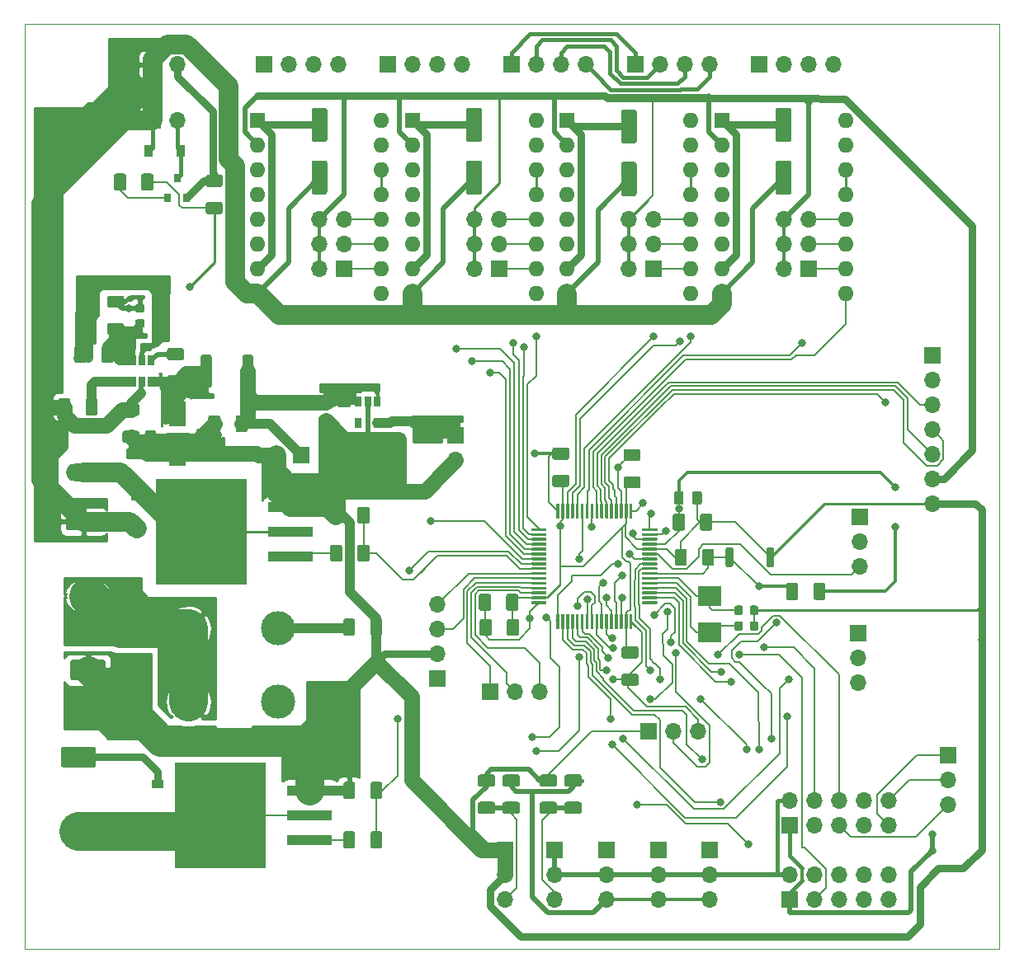
<source format=gbr>
G04 #@! TF.GenerationSoftware,KiCad,Pcbnew,(5.1.5)-3*
G04 #@! TF.CreationDate,2020-05-24T22:51:02+02:00*
G04 #@! TF.ProjectId,controller,636f6e74-726f-46c6-9c65-722e6b696361,rev?*
G04 #@! TF.SameCoordinates,Original*
G04 #@! TF.FileFunction,Copper,L1,Top*
G04 #@! TF.FilePolarity,Positive*
%FSLAX46Y46*%
G04 Gerber Fmt 4.6, Leading zero omitted, Abs format (unit mm)*
G04 Created by KiCad (PCBNEW (5.1.5)-3) date 2020-05-24 22:51:02*
%MOMM*%
%LPD*%
G04 APERTURE LIST*
%ADD10C,0.050000*%
%ADD11O,3.600000X2.100000*%
%ADD12C,0.100000*%
%ADD13O,1.700000X1.700000*%
%ADD14R,1.700000X1.700000*%
%ADD15R,2.400000X2.000000*%
%ADD16R,9.400000X10.800000*%
%ADD17R,4.600000X1.100000*%
%ADD18R,0.800000X0.900000*%
%ADD19O,3.600000X1.800000*%
%ADD20C,3.500000*%
%ADD21R,1.200000X0.900000*%
%ADD22R,0.900000X1.200000*%
%ADD23O,1.600000X1.600000*%
%ADD24R,1.600000X1.600000*%
%ADD25R,1.800000X2.500000*%
%ADD26R,0.650000X1.060000*%
%ADD27C,0.800000*%
%ADD28C,0.500000*%
%ADD29C,0.450000*%
%ADD30C,2.000000*%
%ADD31C,1.000000*%
%ADD32C,1.600000*%
%ADD33C,0.400000*%
%ADD34C,0.300000*%
%ADD35C,0.250000*%
%ADD36C,0.800000*%
%ADD37C,0.200000*%
%ADD38C,0.150000*%
%ADD39C,4.000000*%
%ADD40C,3.000000*%
%ADD41C,0.254000*%
G04 APERTURE END LIST*
D10*
X125000000Y-25000000D02*
X125000000Y-120000000D01*
X25000000Y-120000000D02*
X125000000Y-120000000D01*
X25000000Y-25000000D02*
X25000000Y-120000000D01*
X25000000Y-25000000D02*
X125000000Y-25000000D01*
D11*
X30530800Y-107950000D03*
G04 #@! TA.AperFunction,ComponentPad*
D12*
G36*
X32105304Y-99281204D02*
G01*
X32129573Y-99284804D01*
X32153371Y-99290765D01*
X32176471Y-99299030D01*
X32198649Y-99309520D01*
X32219693Y-99322133D01*
X32239398Y-99336747D01*
X32257577Y-99353223D01*
X32274053Y-99371402D01*
X32288667Y-99391107D01*
X32301280Y-99412151D01*
X32311770Y-99434329D01*
X32320035Y-99457429D01*
X32325996Y-99481227D01*
X32329596Y-99505496D01*
X32330800Y-99530000D01*
X32330800Y-101130000D01*
X32329596Y-101154504D01*
X32325996Y-101178773D01*
X32320035Y-101202571D01*
X32311770Y-101225671D01*
X32301280Y-101247849D01*
X32288667Y-101268893D01*
X32274053Y-101288598D01*
X32257577Y-101306777D01*
X32239398Y-101323253D01*
X32219693Y-101337867D01*
X32198649Y-101350480D01*
X32176471Y-101360970D01*
X32153371Y-101369235D01*
X32129573Y-101375196D01*
X32105304Y-101378796D01*
X32080800Y-101380000D01*
X28980800Y-101380000D01*
X28956296Y-101378796D01*
X28932027Y-101375196D01*
X28908229Y-101369235D01*
X28885129Y-101360970D01*
X28862951Y-101350480D01*
X28841907Y-101337867D01*
X28822202Y-101323253D01*
X28804023Y-101306777D01*
X28787547Y-101288598D01*
X28772933Y-101268893D01*
X28760320Y-101247849D01*
X28749830Y-101225671D01*
X28741565Y-101202571D01*
X28735604Y-101178773D01*
X28732004Y-101154504D01*
X28730800Y-101130000D01*
X28730800Y-99530000D01*
X28732004Y-99505496D01*
X28735604Y-99481227D01*
X28741565Y-99457429D01*
X28749830Y-99434329D01*
X28760320Y-99412151D01*
X28772933Y-99391107D01*
X28787547Y-99371402D01*
X28804023Y-99353223D01*
X28822202Y-99336747D01*
X28841907Y-99322133D01*
X28862951Y-99309520D01*
X28885129Y-99299030D01*
X28908229Y-99290765D01*
X28932027Y-99284804D01*
X28956296Y-99281204D01*
X28980800Y-99280000D01*
X32080800Y-99280000D01*
X32105304Y-99281204D01*
G37*
G04 #@! TD.AperFunction*
D11*
X31496000Y-83769200D03*
G04 #@! TA.AperFunction,ComponentPad*
D12*
G36*
X33070504Y-90340404D02*
G01*
X33094773Y-90344004D01*
X33118571Y-90349965D01*
X33141671Y-90358230D01*
X33163849Y-90368720D01*
X33184893Y-90381333D01*
X33204598Y-90395947D01*
X33222777Y-90412423D01*
X33239253Y-90430602D01*
X33253867Y-90450307D01*
X33266480Y-90471351D01*
X33276970Y-90493529D01*
X33285235Y-90516629D01*
X33291196Y-90540427D01*
X33294796Y-90564696D01*
X33296000Y-90589200D01*
X33296000Y-92189200D01*
X33294796Y-92213704D01*
X33291196Y-92237973D01*
X33285235Y-92261771D01*
X33276970Y-92284871D01*
X33266480Y-92307049D01*
X33253867Y-92328093D01*
X33239253Y-92347798D01*
X33222777Y-92365977D01*
X33204598Y-92382453D01*
X33184893Y-92397067D01*
X33163849Y-92409680D01*
X33141671Y-92420170D01*
X33118571Y-92428435D01*
X33094773Y-92434396D01*
X33070504Y-92437996D01*
X33046000Y-92439200D01*
X29946000Y-92439200D01*
X29921496Y-92437996D01*
X29897227Y-92434396D01*
X29873429Y-92428435D01*
X29850329Y-92420170D01*
X29828151Y-92409680D01*
X29807107Y-92397067D01*
X29787402Y-92382453D01*
X29769223Y-92365977D01*
X29752747Y-92347798D01*
X29738133Y-92328093D01*
X29725520Y-92307049D01*
X29715030Y-92284871D01*
X29706765Y-92261771D01*
X29700804Y-92237973D01*
X29697204Y-92213704D01*
X29696000Y-92189200D01*
X29696000Y-90589200D01*
X29697204Y-90564696D01*
X29700804Y-90540427D01*
X29706765Y-90516629D01*
X29715030Y-90493529D01*
X29725520Y-90471351D01*
X29738133Y-90450307D01*
X29752747Y-90430602D01*
X29769223Y-90412423D01*
X29787402Y-90395947D01*
X29807107Y-90381333D01*
X29828151Y-90368720D01*
X29850329Y-90358230D01*
X29873429Y-90349965D01*
X29897227Y-90344004D01*
X29921496Y-90340404D01*
X29946000Y-90339200D01*
X33046000Y-90339200D01*
X33070504Y-90340404D01*
G37*
G04 #@! TD.AperFunction*
D13*
X119735600Y-105206800D03*
X119735600Y-102666800D03*
D14*
X119735600Y-100126800D03*
G04 #@! TA.AperFunction,SMDPad,CuDef*
D12*
G36*
X87296751Y-85621561D02*
G01*
X87304032Y-85622641D01*
X87311171Y-85624429D01*
X87318101Y-85626909D01*
X87324755Y-85630056D01*
X87331068Y-85633840D01*
X87336979Y-85638224D01*
X87342433Y-85643167D01*
X87347376Y-85648621D01*
X87351760Y-85654532D01*
X87355544Y-85660845D01*
X87358691Y-85667499D01*
X87361171Y-85674429D01*
X87362959Y-85681568D01*
X87364039Y-85688849D01*
X87364400Y-85696200D01*
X87364400Y-87096200D01*
X87364039Y-87103551D01*
X87362959Y-87110832D01*
X87361171Y-87117971D01*
X87358691Y-87124901D01*
X87355544Y-87131555D01*
X87351760Y-87137868D01*
X87347376Y-87143779D01*
X87342433Y-87149233D01*
X87336979Y-87154176D01*
X87331068Y-87158560D01*
X87324755Y-87162344D01*
X87318101Y-87165491D01*
X87311171Y-87167971D01*
X87304032Y-87169759D01*
X87296751Y-87170839D01*
X87289400Y-87171200D01*
X87139400Y-87171200D01*
X87132049Y-87170839D01*
X87124768Y-87169759D01*
X87117629Y-87167971D01*
X87110699Y-87165491D01*
X87104045Y-87162344D01*
X87097732Y-87158560D01*
X87091821Y-87154176D01*
X87086367Y-87149233D01*
X87081424Y-87143779D01*
X87077040Y-87137868D01*
X87073256Y-87131555D01*
X87070109Y-87124901D01*
X87067629Y-87117971D01*
X87065841Y-87110832D01*
X87064761Y-87103551D01*
X87064400Y-87096200D01*
X87064400Y-85696200D01*
X87064761Y-85688849D01*
X87065841Y-85681568D01*
X87067629Y-85674429D01*
X87070109Y-85667499D01*
X87073256Y-85660845D01*
X87077040Y-85654532D01*
X87081424Y-85648621D01*
X87086367Y-85643167D01*
X87091821Y-85638224D01*
X87097732Y-85633840D01*
X87104045Y-85630056D01*
X87110699Y-85626909D01*
X87117629Y-85624429D01*
X87124768Y-85622641D01*
X87132049Y-85621561D01*
X87139400Y-85621200D01*
X87289400Y-85621200D01*
X87296751Y-85621561D01*
G37*
G04 #@! TD.AperFunction*
G04 #@! TA.AperFunction,SMDPad,CuDef*
G36*
X86796751Y-85621561D02*
G01*
X86804032Y-85622641D01*
X86811171Y-85624429D01*
X86818101Y-85626909D01*
X86824755Y-85630056D01*
X86831068Y-85633840D01*
X86836979Y-85638224D01*
X86842433Y-85643167D01*
X86847376Y-85648621D01*
X86851760Y-85654532D01*
X86855544Y-85660845D01*
X86858691Y-85667499D01*
X86861171Y-85674429D01*
X86862959Y-85681568D01*
X86864039Y-85688849D01*
X86864400Y-85696200D01*
X86864400Y-87096200D01*
X86864039Y-87103551D01*
X86862959Y-87110832D01*
X86861171Y-87117971D01*
X86858691Y-87124901D01*
X86855544Y-87131555D01*
X86851760Y-87137868D01*
X86847376Y-87143779D01*
X86842433Y-87149233D01*
X86836979Y-87154176D01*
X86831068Y-87158560D01*
X86824755Y-87162344D01*
X86818101Y-87165491D01*
X86811171Y-87167971D01*
X86804032Y-87169759D01*
X86796751Y-87170839D01*
X86789400Y-87171200D01*
X86639400Y-87171200D01*
X86632049Y-87170839D01*
X86624768Y-87169759D01*
X86617629Y-87167971D01*
X86610699Y-87165491D01*
X86604045Y-87162344D01*
X86597732Y-87158560D01*
X86591821Y-87154176D01*
X86586367Y-87149233D01*
X86581424Y-87143779D01*
X86577040Y-87137868D01*
X86573256Y-87131555D01*
X86570109Y-87124901D01*
X86567629Y-87117971D01*
X86565841Y-87110832D01*
X86564761Y-87103551D01*
X86564400Y-87096200D01*
X86564400Y-85696200D01*
X86564761Y-85688849D01*
X86565841Y-85681568D01*
X86567629Y-85674429D01*
X86570109Y-85667499D01*
X86573256Y-85660845D01*
X86577040Y-85654532D01*
X86581424Y-85648621D01*
X86586367Y-85643167D01*
X86591821Y-85638224D01*
X86597732Y-85633840D01*
X86604045Y-85630056D01*
X86610699Y-85626909D01*
X86617629Y-85624429D01*
X86624768Y-85622641D01*
X86632049Y-85621561D01*
X86639400Y-85621200D01*
X86789400Y-85621200D01*
X86796751Y-85621561D01*
G37*
G04 #@! TD.AperFunction*
G04 #@! TA.AperFunction,SMDPad,CuDef*
G36*
X86296751Y-85621561D02*
G01*
X86304032Y-85622641D01*
X86311171Y-85624429D01*
X86318101Y-85626909D01*
X86324755Y-85630056D01*
X86331068Y-85633840D01*
X86336979Y-85638224D01*
X86342433Y-85643167D01*
X86347376Y-85648621D01*
X86351760Y-85654532D01*
X86355544Y-85660845D01*
X86358691Y-85667499D01*
X86361171Y-85674429D01*
X86362959Y-85681568D01*
X86364039Y-85688849D01*
X86364400Y-85696200D01*
X86364400Y-87096200D01*
X86364039Y-87103551D01*
X86362959Y-87110832D01*
X86361171Y-87117971D01*
X86358691Y-87124901D01*
X86355544Y-87131555D01*
X86351760Y-87137868D01*
X86347376Y-87143779D01*
X86342433Y-87149233D01*
X86336979Y-87154176D01*
X86331068Y-87158560D01*
X86324755Y-87162344D01*
X86318101Y-87165491D01*
X86311171Y-87167971D01*
X86304032Y-87169759D01*
X86296751Y-87170839D01*
X86289400Y-87171200D01*
X86139400Y-87171200D01*
X86132049Y-87170839D01*
X86124768Y-87169759D01*
X86117629Y-87167971D01*
X86110699Y-87165491D01*
X86104045Y-87162344D01*
X86097732Y-87158560D01*
X86091821Y-87154176D01*
X86086367Y-87149233D01*
X86081424Y-87143779D01*
X86077040Y-87137868D01*
X86073256Y-87131555D01*
X86070109Y-87124901D01*
X86067629Y-87117971D01*
X86065841Y-87110832D01*
X86064761Y-87103551D01*
X86064400Y-87096200D01*
X86064400Y-85696200D01*
X86064761Y-85688849D01*
X86065841Y-85681568D01*
X86067629Y-85674429D01*
X86070109Y-85667499D01*
X86073256Y-85660845D01*
X86077040Y-85654532D01*
X86081424Y-85648621D01*
X86086367Y-85643167D01*
X86091821Y-85638224D01*
X86097732Y-85633840D01*
X86104045Y-85630056D01*
X86110699Y-85626909D01*
X86117629Y-85624429D01*
X86124768Y-85622641D01*
X86132049Y-85621561D01*
X86139400Y-85621200D01*
X86289400Y-85621200D01*
X86296751Y-85621561D01*
G37*
G04 #@! TD.AperFunction*
G04 #@! TA.AperFunction,SMDPad,CuDef*
G36*
X85796751Y-85621561D02*
G01*
X85804032Y-85622641D01*
X85811171Y-85624429D01*
X85818101Y-85626909D01*
X85824755Y-85630056D01*
X85831068Y-85633840D01*
X85836979Y-85638224D01*
X85842433Y-85643167D01*
X85847376Y-85648621D01*
X85851760Y-85654532D01*
X85855544Y-85660845D01*
X85858691Y-85667499D01*
X85861171Y-85674429D01*
X85862959Y-85681568D01*
X85864039Y-85688849D01*
X85864400Y-85696200D01*
X85864400Y-87096200D01*
X85864039Y-87103551D01*
X85862959Y-87110832D01*
X85861171Y-87117971D01*
X85858691Y-87124901D01*
X85855544Y-87131555D01*
X85851760Y-87137868D01*
X85847376Y-87143779D01*
X85842433Y-87149233D01*
X85836979Y-87154176D01*
X85831068Y-87158560D01*
X85824755Y-87162344D01*
X85818101Y-87165491D01*
X85811171Y-87167971D01*
X85804032Y-87169759D01*
X85796751Y-87170839D01*
X85789400Y-87171200D01*
X85639400Y-87171200D01*
X85632049Y-87170839D01*
X85624768Y-87169759D01*
X85617629Y-87167971D01*
X85610699Y-87165491D01*
X85604045Y-87162344D01*
X85597732Y-87158560D01*
X85591821Y-87154176D01*
X85586367Y-87149233D01*
X85581424Y-87143779D01*
X85577040Y-87137868D01*
X85573256Y-87131555D01*
X85570109Y-87124901D01*
X85567629Y-87117971D01*
X85565841Y-87110832D01*
X85564761Y-87103551D01*
X85564400Y-87096200D01*
X85564400Y-85696200D01*
X85564761Y-85688849D01*
X85565841Y-85681568D01*
X85567629Y-85674429D01*
X85570109Y-85667499D01*
X85573256Y-85660845D01*
X85577040Y-85654532D01*
X85581424Y-85648621D01*
X85586367Y-85643167D01*
X85591821Y-85638224D01*
X85597732Y-85633840D01*
X85604045Y-85630056D01*
X85610699Y-85626909D01*
X85617629Y-85624429D01*
X85624768Y-85622641D01*
X85632049Y-85621561D01*
X85639400Y-85621200D01*
X85789400Y-85621200D01*
X85796751Y-85621561D01*
G37*
G04 #@! TD.AperFunction*
G04 #@! TA.AperFunction,SMDPad,CuDef*
G36*
X85296751Y-85621561D02*
G01*
X85304032Y-85622641D01*
X85311171Y-85624429D01*
X85318101Y-85626909D01*
X85324755Y-85630056D01*
X85331068Y-85633840D01*
X85336979Y-85638224D01*
X85342433Y-85643167D01*
X85347376Y-85648621D01*
X85351760Y-85654532D01*
X85355544Y-85660845D01*
X85358691Y-85667499D01*
X85361171Y-85674429D01*
X85362959Y-85681568D01*
X85364039Y-85688849D01*
X85364400Y-85696200D01*
X85364400Y-87096200D01*
X85364039Y-87103551D01*
X85362959Y-87110832D01*
X85361171Y-87117971D01*
X85358691Y-87124901D01*
X85355544Y-87131555D01*
X85351760Y-87137868D01*
X85347376Y-87143779D01*
X85342433Y-87149233D01*
X85336979Y-87154176D01*
X85331068Y-87158560D01*
X85324755Y-87162344D01*
X85318101Y-87165491D01*
X85311171Y-87167971D01*
X85304032Y-87169759D01*
X85296751Y-87170839D01*
X85289400Y-87171200D01*
X85139400Y-87171200D01*
X85132049Y-87170839D01*
X85124768Y-87169759D01*
X85117629Y-87167971D01*
X85110699Y-87165491D01*
X85104045Y-87162344D01*
X85097732Y-87158560D01*
X85091821Y-87154176D01*
X85086367Y-87149233D01*
X85081424Y-87143779D01*
X85077040Y-87137868D01*
X85073256Y-87131555D01*
X85070109Y-87124901D01*
X85067629Y-87117971D01*
X85065841Y-87110832D01*
X85064761Y-87103551D01*
X85064400Y-87096200D01*
X85064400Y-85696200D01*
X85064761Y-85688849D01*
X85065841Y-85681568D01*
X85067629Y-85674429D01*
X85070109Y-85667499D01*
X85073256Y-85660845D01*
X85077040Y-85654532D01*
X85081424Y-85648621D01*
X85086367Y-85643167D01*
X85091821Y-85638224D01*
X85097732Y-85633840D01*
X85104045Y-85630056D01*
X85110699Y-85626909D01*
X85117629Y-85624429D01*
X85124768Y-85622641D01*
X85132049Y-85621561D01*
X85139400Y-85621200D01*
X85289400Y-85621200D01*
X85296751Y-85621561D01*
G37*
G04 #@! TD.AperFunction*
G04 #@! TA.AperFunction,SMDPad,CuDef*
G36*
X84796751Y-85621561D02*
G01*
X84804032Y-85622641D01*
X84811171Y-85624429D01*
X84818101Y-85626909D01*
X84824755Y-85630056D01*
X84831068Y-85633840D01*
X84836979Y-85638224D01*
X84842433Y-85643167D01*
X84847376Y-85648621D01*
X84851760Y-85654532D01*
X84855544Y-85660845D01*
X84858691Y-85667499D01*
X84861171Y-85674429D01*
X84862959Y-85681568D01*
X84864039Y-85688849D01*
X84864400Y-85696200D01*
X84864400Y-87096200D01*
X84864039Y-87103551D01*
X84862959Y-87110832D01*
X84861171Y-87117971D01*
X84858691Y-87124901D01*
X84855544Y-87131555D01*
X84851760Y-87137868D01*
X84847376Y-87143779D01*
X84842433Y-87149233D01*
X84836979Y-87154176D01*
X84831068Y-87158560D01*
X84824755Y-87162344D01*
X84818101Y-87165491D01*
X84811171Y-87167971D01*
X84804032Y-87169759D01*
X84796751Y-87170839D01*
X84789400Y-87171200D01*
X84639400Y-87171200D01*
X84632049Y-87170839D01*
X84624768Y-87169759D01*
X84617629Y-87167971D01*
X84610699Y-87165491D01*
X84604045Y-87162344D01*
X84597732Y-87158560D01*
X84591821Y-87154176D01*
X84586367Y-87149233D01*
X84581424Y-87143779D01*
X84577040Y-87137868D01*
X84573256Y-87131555D01*
X84570109Y-87124901D01*
X84567629Y-87117971D01*
X84565841Y-87110832D01*
X84564761Y-87103551D01*
X84564400Y-87096200D01*
X84564400Y-85696200D01*
X84564761Y-85688849D01*
X84565841Y-85681568D01*
X84567629Y-85674429D01*
X84570109Y-85667499D01*
X84573256Y-85660845D01*
X84577040Y-85654532D01*
X84581424Y-85648621D01*
X84586367Y-85643167D01*
X84591821Y-85638224D01*
X84597732Y-85633840D01*
X84604045Y-85630056D01*
X84610699Y-85626909D01*
X84617629Y-85624429D01*
X84624768Y-85622641D01*
X84632049Y-85621561D01*
X84639400Y-85621200D01*
X84789400Y-85621200D01*
X84796751Y-85621561D01*
G37*
G04 #@! TD.AperFunction*
G04 #@! TA.AperFunction,SMDPad,CuDef*
G36*
X84296751Y-85621561D02*
G01*
X84304032Y-85622641D01*
X84311171Y-85624429D01*
X84318101Y-85626909D01*
X84324755Y-85630056D01*
X84331068Y-85633840D01*
X84336979Y-85638224D01*
X84342433Y-85643167D01*
X84347376Y-85648621D01*
X84351760Y-85654532D01*
X84355544Y-85660845D01*
X84358691Y-85667499D01*
X84361171Y-85674429D01*
X84362959Y-85681568D01*
X84364039Y-85688849D01*
X84364400Y-85696200D01*
X84364400Y-87096200D01*
X84364039Y-87103551D01*
X84362959Y-87110832D01*
X84361171Y-87117971D01*
X84358691Y-87124901D01*
X84355544Y-87131555D01*
X84351760Y-87137868D01*
X84347376Y-87143779D01*
X84342433Y-87149233D01*
X84336979Y-87154176D01*
X84331068Y-87158560D01*
X84324755Y-87162344D01*
X84318101Y-87165491D01*
X84311171Y-87167971D01*
X84304032Y-87169759D01*
X84296751Y-87170839D01*
X84289400Y-87171200D01*
X84139400Y-87171200D01*
X84132049Y-87170839D01*
X84124768Y-87169759D01*
X84117629Y-87167971D01*
X84110699Y-87165491D01*
X84104045Y-87162344D01*
X84097732Y-87158560D01*
X84091821Y-87154176D01*
X84086367Y-87149233D01*
X84081424Y-87143779D01*
X84077040Y-87137868D01*
X84073256Y-87131555D01*
X84070109Y-87124901D01*
X84067629Y-87117971D01*
X84065841Y-87110832D01*
X84064761Y-87103551D01*
X84064400Y-87096200D01*
X84064400Y-85696200D01*
X84064761Y-85688849D01*
X84065841Y-85681568D01*
X84067629Y-85674429D01*
X84070109Y-85667499D01*
X84073256Y-85660845D01*
X84077040Y-85654532D01*
X84081424Y-85648621D01*
X84086367Y-85643167D01*
X84091821Y-85638224D01*
X84097732Y-85633840D01*
X84104045Y-85630056D01*
X84110699Y-85626909D01*
X84117629Y-85624429D01*
X84124768Y-85622641D01*
X84132049Y-85621561D01*
X84139400Y-85621200D01*
X84289400Y-85621200D01*
X84296751Y-85621561D01*
G37*
G04 #@! TD.AperFunction*
G04 #@! TA.AperFunction,SMDPad,CuDef*
G36*
X83796751Y-85621561D02*
G01*
X83804032Y-85622641D01*
X83811171Y-85624429D01*
X83818101Y-85626909D01*
X83824755Y-85630056D01*
X83831068Y-85633840D01*
X83836979Y-85638224D01*
X83842433Y-85643167D01*
X83847376Y-85648621D01*
X83851760Y-85654532D01*
X83855544Y-85660845D01*
X83858691Y-85667499D01*
X83861171Y-85674429D01*
X83862959Y-85681568D01*
X83864039Y-85688849D01*
X83864400Y-85696200D01*
X83864400Y-87096200D01*
X83864039Y-87103551D01*
X83862959Y-87110832D01*
X83861171Y-87117971D01*
X83858691Y-87124901D01*
X83855544Y-87131555D01*
X83851760Y-87137868D01*
X83847376Y-87143779D01*
X83842433Y-87149233D01*
X83836979Y-87154176D01*
X83831068Y-87158560D01*
X83824755Y-87162344D01*
X83818101Y-87165491D01*
X83811171Y-87167971D01*
X83804032Y-87169759D01*
X83796751Y-87170839D01*
X83789400Y-87171200D01*
X83639400Y-87171200D01*
X83632049Y-87170839D01*
X83624768Y-87169759D01*
X83617629Y-87167971D01*
X83610699Y-87165491D01*
X83604045Y-87162344D01*
X83597732Y-87158560D01*
X83591821Y-87154176D01*
X83586367Y-87149233D01*
X83581424Y-87143779D01*
X83577040Y-87137868D01*
X83573256Y-87131555D01*
X83570109Y-87124901D01*
X83567629Y-87117971D01*
X83565841Y-87110832D01*
X83564761Y-87103551D01*
X83564400Y-87096200D01*
X83564400Y-85696200D01*
X83564761Y-85688849D01*
X83565841Y-85681568D01*
X83567629Y-85674429D01*
X83570109Y-85667499D01*
X83573256Y-85660845D01*
X83577040Y-85654532D01*
X83581424Y-85648621D01*
X83586367Y-85643167D01*
X83591821Y-85638224D01*
X83597732Y-85633840D01*
X83604045Y-85630056D01*
X83610699Y-85626909D01*
X83617629Y-85624429D01*
X83624768Y-85622641D01*
X83632049Y-85621561D01*
X83639400Y-85621200D01*
X83789400Y-85621200D01*
X83796751Y-85621561D01*
G37*
G04 #@! TD.AperFunction*
G04 #@! TA.AperFunction,SMDPad,CuDef*
G36*
X83296751Y-85621561D02*
G01*
X83304032Y-85622641D01*
X83311171Y-85624429D01*
X83318101Y-85626909D01*
X83324755Y-85630056D01*
X83331068Y-85633840D01*
X83336979Y-85638224D01*
X83342433Y-85643167D01*
X83347376Y-85648621D01*
X83351760Y-85654532D01*
X83355544Y-85660845D01*
X83358691Y-85667499D01*
X83361171Y-85674429D01*
X83362959Y-85681568D01*
X83364039Y-85688849D01*
X83364400Y-85696200D01*
X83364400Y-87096200D01*
X83364039Y-87103551D01*
X83362959Y-87110832D01*
X83361171Y-87117971D01*
X83358691Y-87124901D01*
X83355544Y-87131555D01*
X83351760Y-87137868D01*
X83347376Y-87143779D01*
X83342433Y-87149233D01*
X83336979Y-87154176D01*
X83331068Y-87158560D01*
X83324755Y-87162344D01*
X83318101Y-87165491D01*
X83311171Y-87167971D01*
X83304032Y-87169759D01*
X83296751Y-87170839D01*
X83289400Y-87171200D01*
X83139400Y-87171200D01*
X83132049Y-87170839D01*
X83124768Y-87169759D01*
X83117629Y-87167971D01*
X83110699Y-87165491D01*
X83104045Y-87162344D01*
X83097732Y-87158560D01*
X83091821Y-87154176D01*
X83086367Y-87149233D01*
X83081424Y-87143779D01*
X83077040Y-87137868D01*
X83073256Y-87131555D01*
X83070109Y-87124901D01*
X83067629Y-87117971D01*
X83065841Y-87110832D01*
X83064761Y-87103551D01*
X83064400Y-87096200D01*
X83064400Y-85696200D01*
X83064761Y-85688849D01*
X83065841Y-85681568D01*
X83067629Y-85674429D01*
X83070109Y-85667499D01*
X83073256Y-85660845D01*
X83077040Y-85654532D01*
X83081424Y-85648621D01*
X83086367Y-85643167D01*
X83091821Y-85638224D01*
X83097732Y-85633840D01*
X83104045Y-85630056D01*
X83110699Y-85626909D01*
X83117629Y-85624429D01*
X83124768Y-85622641D01*
X83132049Y-85621561D01*
X83139400Y-85621200D01*
X83289400Y-85621200D01*
X83296751Y-85621561D01*
G37*
G04 #@! TD.AperFunction*
G04 #@! TA.AperFunction,SMDPad,CuDef*
G36*
X82796751Y-85621561D02*
G01*
X82804032Y-85622641D01*
X82811171Y-85624429D01*
X82818101Y-85626909D01*
X82824755Y-85630056D01*
X82831068Y-85633840D01*
X82836979Y-85638224D01*
X82842433Y-85643167D01*
X82847376Y-85648621D01*
X82851760Y-85654532D01*
X82855544Y-85660845D01*
X82858691Y-85667499D01*
X82861171Y-85674429D01*
X82862959Y-85681568D01*
X82864039Y-85688849D01*
X82864400Y-85696200D01*
X82864400Y-87096200D01*
X82864039Y-87103551D01*
X82862959Y-87110832D01*
X82861171Y-87117971D01*
X82858691Y-87124901D01*
X82855544Y-87131555D01*
X82851760Y-87137868D01*
X82847376Y-87143779D01*
X82842433Y-87149233D01*
X82836979Y-87154176D01*
X82831068Y-87158560D01*
X82824755Y-87162344D01*
X82818101Y-87165491D01*
X82811171Y-87167971D01*
X82804032Y-87169759D01*
X82796751Y-87170839D01*
X82789400Y-87171200D01*
X82639400Y-87171200D01*
X82632049Y-87170839D01*
X82624768Y-87169759D01*
X82617629Y-87167971D01*
X82610699Y-87165491D01*
X82604045Y-87162344D01*
X82597732Y-87158560D01*
X82591821Y-87154176D01*
X82586367Y-87149233D01*
X82581424Y-87143779D01*
X82577040Y-87137868D01*
X82573256Y-87131555D01*
X82570109Y-87124901D01*
X82567629Y-87117971D01*
X82565841Y-87110832D01*
X82564761Y-87103551D01*
X82564400Y-87096200D01*
X82564400Y-85696200D01*
X82564761Y-85688849D01*
X82565841Y-85681568D01*
X82567629Y-85674429D01*
X82570109Y-85667499D01*
X82573256Y-85660845D01*
X82577040Y-85654532D01*
X82581424Y-85648621D01*
X82586367Y-85643167D01*
X82591821Y-85638224D01*
X82597732Y-85633840D01*
X82604045Y-85630056D01*
X82610699Y-85626909D01*
X82617629Y-85624429D01*
X82624768Y-85622641D01*
X82632049Y-85621561D01*
X82639400Y-85621200D01*
X82789400Y-85621200D01*
X82796751Y-85621561D01*
G37*
G04 #@! TD.AperFunction*
G04 #@! TA.AperFunction,SMDPad,CuDef*
G36*
X82296751Y-85621561D02*
G01*
X82304032Y-85622641D01*
X82311171Y-85624429D01*
X82318101Y-85626909D01*
X82324755Y-85630056D01*
X82331068Y-85633840D01*
X82336979Y-85638224D01*
X82342433Y-85643167D01*
X82347376Y-85648621D01*
X82351760Y-85654532D01*
X82355544Y-85660845D01*
X82358691Y-85667499D01*
X82361171Y-85674429D01*
X82362959Y-85681568D01*
X82364039Y-85688849D01*
X82364400Y-85696200D01*
X82364400Y-87096200D01*
X82364039Y-87103551D01*
X82362959Y-87110832D01*
X82361171Y-87117971D01*
X82358691Y-87124901D01*
X82355544Y-87131555D01*
X82351760Y-87137868D01*
X82347376Y-87143779D01*
X82342433Y-87149233D01*
X82336979Y-87154176D01*
X82331068Y-87158560D01*
X82324755Y-87162344D01*
X82318101Y-87165491D01*
X82311171Y-87167971D01*
X82304032Y-87169759D01*
X82296751Y-87170839D01*
X82289400Y-87171200D01*
X82139400Y-87171200D01*
X82132049Y-87170839D01*
X82124768Y-87169759D01*
X82117629Y-87167971D01*
X82110699Y-87165491D01*
X82104045Y-87162344D01*
X82097732Y-87158560D01*
X82091821Y-87154176D01*
X82086367Y-87149233D01*
X82081424Y-87143779D01*
X82077040Y-87137868D01*
X82073256Y-87131555D01*
X82070109Y-87124901D01*
X82067629Y-87117971D01*
X82065841Y-87110832D01*
X82064761Y-87103551D01*
X82064400Y-87096200D01*
X82064400Y-85696200D01*
X82064761Y-85688849D01*
X82065841Y-85681568D01*
X82067629Y-85674429D01*
X82070109Y-85667499D01*
X82073256Y-85660845D01*
X82077040Y-85654532D01*
X82081424Y-85648621D01*
X82086367Y-85643167D01*
X82091821Y-85638224D01*
X82097732Y-85633840D01*
X82104045Y-85630056D01*
X82110699Y-85626909D01*
X82117629Y-85624429D01*
X82124768Y-85622641D01*
X82132049Y-85621561D01*
X82139400Y-85621200D01*
X82289400Y-85621200D01*
X82296751Y-85621561D01*
G37*
G04 #@! TD.AperFunction*
G04 #@! TA.AperFunction,SMDPad,CuDef*
G36*
X81796751Y-85621561D02*
G01*
X81804032Y-85622641D01*
X81811171Y-85624429D01*
X81818101Y-85626909D01*
X81824755Y-85630056D01*
X81831068Y-85633840D01*
X81836979Y-85638224D01*
X81842433Y-85643167D01*
X81847376Y-85648621D01*
X81851760Y-85654532D01*
X81855544Y-85660845D01*
X81858691Y-85667499D01*
X81861171Y-85674429D01*
X81862959Y-85681568D01*
X81864039Y-85688849D01*
X81864400Y-85696200D01*
X81864400Y-87096200D01*
X81864039Y-87103551D01*
X81862959Y-87110832D01*
X81861171Y-87117971D01*
X81858691Y-87124901D01*
X81855544Y-87131555D01*
X81851760Y-87137868D01*
X81847376Y-87143779D01*
X81842433Y-87149233D01*
X81836979Y-87154176D01*
X81831068Y-87158560D01*
X81824755Y-87162344D01*
X81818101Y-87165491D01*
X81811171Y-87167971D01*
X81804032Y-87169759D01*
X81796751Y-87170839D01*
X81789400Y-87171200D01*
X81639400Y-87171200D01*
X81632049Y-87170839D01*
X81624768Y-87169759D01*
X81617629Y-87167971D01*
X81610699Y-87165491D01*
X81604045Y-87162344D01*
X81597732Y-87158560D01*
X81591821Y-87154176D01*
X81586367Y-87149233D01*
X81581424Y-87143779D01*
X81577040Y-87137868D01*
X81573256Y-87131555D01*
X81570109Y-87124901D01*
X81567629Y-87117971D01*
X81565841Y-87110832D01*
X81564761Y-87103551D01*
X81564400Y-87096200D01*
X81564400Y-85696200D01*
X81564761Y-85688849D01*
X81565841Y-85681568D01*
X81567629Y-85674429D01*
X81570109Y-85667499D01*
X81573256Y-85660845D01*
X81577040Y-85654532D01*
X81581424Y-85648621D01*
X81586367Y-85643167D01*
X81591821Y-85638224D01*
X81597732Y-85633840D01*
X81604045Y-85630056D01*
X81610699Y-85626909D01*
X81617629Y-85624429D01*
X81624768Y-85622641D01*
X81632049Y-85621561D01*
X81639400Y-85621200D01*
X81789400Y-85621200D01*
X81796751Y-85621561D01*
G37*
G04 #@! TD.AperFunction*
G04 #@! TA.AperFunction,SMDPad,CuDef*
G36*
X81296751Y-85621561D02*
G01*
X81304032Y-85622641D01*
X81311171Y-85624429D01*
X81318101Y-85626909D01*
X81324755Y-85630056D01*
X81331068Y-85633840D01*
X81336979Y-85638224D01*
X81342433Y-85643167D01*
X81347376Y-85648621D01*
X81351760Y-85654532D01*
X81355544Y-85660845D01*
X81358691Y-85667499D01*
X81361171Y-85674429D01*
X81362959Y-85681568D01*
X81364039Y-85688849D01*
X81364400Y-85696200D01*
X81364400Y-87096200D01*
X81364039Y-87103551D01*
X81362959Y-87110832D01*
X81361171Y-87117971D01*
X81358691Y-87124901D01*
X81355544Y-87131555D01*
X81351760Y-87137868D01*
X81347376Y-87143779D01*
X81342433Y-87149233D01*
X81336979Y-87154176D01*
X81331068Y-87158560D01*
X81324755Y-87162344D01*
X81318101Y-87165491D01*
X81311171Y-87167971D01*
X81304032Y-87169759D01*
X81296751Y-87170839D01*
X81289400Y-87171200D01*
X81139400Y-87171200D01*
X81132049Y-87170839D01*
X81124768Y-87169759D01*
X81117629Y-87167971D01*
X81110699Y-87165491D01*
X81104045Y-87162344D01*
X81097732Y-87158560D01*
X81091821Y-87154176D01*
X81086367Y-87149233D01*
X81081424Y-87143779D01*
X81077040Y-87137868D01*
X81073256Y-87131555D01*
X81070109Y-87124901D01*
X81067629Y-87117971D01*
X81065841Y-87110832D01*
X81064761Y-87103551D01*
X81064400Y-87096200D01*
X81064400Y-85696200D01*
X81064761Y-85688849D01*
X81065841Y-85681568D01*
X81067629Y-85674429D01*
X81070109Y-85667499D01*
X81073256Y-85660845D01*
X81077040Y-85654532D01*
X81081424Y-85648621D01*
X81086367Y-85643167D01*
X81091821Y-85638224D01*
X81097732Y-85633840D01*
X81104045Y-85630056D01*
X81110699Y-85626909D01*
X81117629Y-85624429D01*
X81124768Y-85622641D01*
X81132049Y-85621561D01*
X81139400Y-85621200D01*
X81289400Y-85621200D01*
X81296751Y-85621561D01*
G37*
G04 #@! TD.AperFunction*
G04 #@! TA.AperFunction,SMDPad,CuDef*
G36*
X80796751Y-85621561D02*
G01*
X80804032Y-85622641D01*
X80811171Y-85624429D01*
X80818101Y-85626909D01*
X80824755Y-85630056D01*
X80831068Y-85633840D01*
X80836979Y-85638224D01*
X80842433Y-85643167D01*
X80847376Y-85648621D01*
X80851760Y-85654532D01*
X80855544Y-85660845D01*
X80858691Y-85667499D01*
X80861171Y-85674429D01*
X80862959Y-85681568D01*
X80864039Y-85688849D01*
X80864400Y-85696200D01*
X80864400Y-87096200D01*
X80864039Y-87103551D01*
X80862959Y-87110832D01*
X80861171Y-87117971D01*
X80858691Y-87124901D01*
X80855544Y-87131555D01*
X80851760Y-87137868D01*
X80847376Y-87143779D01*
X80842433Y-87149233D01*
X80836979Y-87154176D01*
X80831068Y-87158560D01*
X80824755Y-87162344D01*
X80818101Y-87165491D01*
X80811171Y-87167971D01*
X80804032Y-87169759D01*
X80796751Y-87170839D01*
X80789400Y-87171200D01*
X80639400Y-87171200D01*
X80632049Y-87170839D01*
X80624768Y-87169759D01*
X80617629Y-87167971D01*
X80610699Y-87165491D01*
X80604045Y-87162344D01*
X80597732Y-87158560D01*
X80591821Y-87154176D01*
X80586367Y-87149233D01*
X80581424Y-87143779D01*
X80577040Y-87137868D01*
X80573256Y-87131555D01*
X80570109Y-87124901D01*
X80567629Y-87117971D01*
X80565841Y-87110832D01*
X80564761Y-87103551D01*
X80564400Y-87096200D01*
X80564400Y-85696200D01*
X80564761Y-85688849D01*
X80565841Y-85681568D01*
X80567629Y-85674429D01*
X80570109Y-85667499D01*
X80573256Y-85660845D01*
X80577040Y-85654532D01*
X80581424Y-85648621D01*
X80586367Y-85643167D01*
X80591821Y-85638224D01*
X80597732Y-85633840D01*
X80604045Y-85630056D01*
X80610699Y-85626909D01*
X80617629Y-85624429D01*
X80624768Y-85622641D01*
X80632049Y-85621561D01*
X80639400Y-85621200D01*
X80789400Y-85621200D01*
X80796751Y-85621561D01*
G37*
G04 #@! TD.AperFunction*
G04 #@! TA.AperFunction,SMDPad,CuDef*
G36*
X80296751Y-85621561D02*
G01*
X80304032Y-85622641D01*
X80311171Y-85624429D01*
X80318101Y-85626909D01*
X80324755Y-85630056D01*
X80331068Y-85633840D01*
X80336979Y-85638224D01*
X80342433Y-85643167D01*
X80347376Y-85648621D01*
X80351760Y-85654532D01*
X80355544Y-85660845D01*
X80358691Y-85667499D01*
X80361171Y-85674429D01*
X80362959Y-85681568D01*
X80364039Y-85688849D01*
X80364400Y-85696200D01*
X80364400Y-87096200D01*
X80364039Y-87103551D01*
X80362959Y-87110832D01*
X80361171Y-87117971D01*
X80358691Y-87124901D01*
X80355544Y-87131555D01*
X80351760Y-87137868D01*
X80347376Y-87143779D01*
X80342433Y-87149233D01*
X80336979Y-87154176D01*
X80331068Y-87158560D01*
X80324755Y-87162344D01*
X80318101Y-87165491D01*
X80311171Y-87167971D01*
X80304032Y-87169759D01*
X80296751Y-87170839D01*
X80289400Y-87171200D01*
X80139400Y-87171200D01*
X80132049Y-87170839D01*
X80124768Y-87169759D01*
X80117629Y-87167971D01*
X80110699Y-87165491D01*
X80104045Y-87162344D01*
X80097732Y-87158560D01*
X80091821Y-87154176D01*
X80086367Y-87149233D01*
X80081424Y-87143779D01*
X80077040Y-87137868D01*
X80073256Y-87131555D01*
X80070109Y-87124901D01*
X80067629Y-87117971D01*
X80065841Y-87110832D01*
X80064761Y-87103551D01*
X80064400Y-87096200D01*
X80064400Y-85696200D01*
X80064761Y-85688849D01*
X80065841Y-85681568D01*
X80067629Y-85674429D01*
X80070109Y-85667499D01*
X80073256Y-85660845D01*
X80077040Y-85654532D01*
X80081424Y-85648621D01*
X80086367Y-85643167D01*
X80091821Y-85638224D01*
X80097732Y-85633840D01*
X80104045Y-85630056D01*
X80110699Y-85626909D01*
X80117629Y-85624429D01*
X80124768Y-85622641D01*
X80132049Y-85621561D01*
X80139400Y-85621200D01*
X80289400Y-85621200D01*
X80296751Y-85621561D01*
G37*
G04 #@! TD.AperFunction*
G04 #@! TA.AperFunction,SMDPad,CuDef*
G36*
X79796751Y-85621561D02*
G01*
X79804032Y-85622641D01*
X79811171Y-85624429D01*
X79818101Y-85626909D01*
X79824755Y-85630056D01*
X79831068Y-85633840D01*
X79836979Y-85638224D01*
X79842433Y-85643167D01*
X79847376Y-85648621D01*
X79851760Y-85654532D01*
X79855544Y-85660845D01*
X79858691Y-85667499D01*
X79861171Y-85674429D01*
X79862959Y-85681568D01*
X79864039Y-85688849D01*
X79864400Y-85696200D01*
X79864400Y-87096200D01*
X79864039Y-87103551D01*
X79862959Y-87110832D01*
X79861171Y-87117971D01*
X79858691Y-87124901D01*
X79855544Y-87131555D01*
X79851760Y-87137868D01*
X79847376Y-87143779D01*
X79842433Y-87149233D01*
X79836979Y-87154176D01*
X79831068Y-87158560D01*
X79824755Y-87162344D01*
X79818101Y-87165491D01*
X79811171Y-87167971D01*
X79804032Y-87169759D01*
X79796751Y-87170839D01*
X79789400Y-87171200D01*
X79639400Y-87171200D01*
X79632049Y-87170839D01*
X79624768Y-87169759D01*
X79617629Y-87167971D01*
X79610699Y-87165491D01*
X79604045Y-87162344D01*
X79597732Y-87158560D01*
X79591821Y-87154176D01*
X79586367Y-87149233D01*
X79581424Y-87143779D01*
X79577040Y-87137868D01*
X79573256Y-87131555D01*
X79570109Y-87124901D01*
X79567629Y-87117971D01*
X79565841Y-87110832D01*
X79564761Y-87103551D01*
X79564400Y-87096200D01*
X79564400Y-85696200D01*
X79564761Y-85688849D01*
X79565841Y-85681568D01*
X79567629Y-85674429D01*
X79570109Y-85667499D01*
X79573256Y-85660845D01*
X79577040Y-85654532D01*
X79581424Y-85648621D01*
X79586367Y-85643167D01*
X79591821Y-85638224D01*
X79597732Y-85633840D01*
X79604045Y-85630056D01*
X79610699Y-85626909D01*
X79617629Y-85624429D01*
X79624768Y-85622641D01*
X79632049Y-85621561D01*
X79639400Y-85621200D01*
X79789400Y-85621200D01*
X79796751Y-85621561D01*
G37*
G04 #@! TD.AperFunction*
G04 #@! TA.AperFunction,SMDPad,CuDef*
G36*
X78496751Y-84321561D02*
G01*
X78504032Y-84322641D01*
X78511171Y-84324429D01*
X78518101Y-84326909D01*
X78524755Y-84330056D01*
X78531068Y-84333840D01*
X78536979Y-84338224D01*
X78542433Y-84343167D01*
X78547376Y-84348621D01*
X78551760Y-84354532D01*
X78555544Y-84360845D01*
X78558691Y-84367499D01*
X78561171Y-84374429D01*
X78562959Y-84381568D01*
X78564039Y-84388849D01*
X78564400Y-84396200D01*
X78564400Y-84546200D01*
X78564039Y-84553551D01*
X78562959Y-84560832D01*
X78561171Y-84567971D01*
X78558691Y-84574901D01*
X78555544Y-84581555D01*
X78551760Y-84587868D01*
X78547376Y-84593779D01*
X78542433Y-84599233D01*
X78536979Y-84604176D01*
X78531068Y-84608560D01*
X78524755Y-84612344D01*
X78518101Y-84615491D01*
X78511171Y-84617971D01*
X78504032Y-84619759D01*
X78496751Y-84620839D01*
X78489400Y-84621200D01*
X77089400Y-84621200D01*
X77082049Y-84620839D01*
X77074768Y-84619759D01*
X77067629Y-84617971D01*
X77060699Y-84615491D01*
X77054045Y-84612344D01*
X77047732Y-84608560D01*
X77041821Y-84604176D01*
X77036367Y-84599233D01*
X77031424Y-84593779D01*
X77027040Y-84587868D01*
X77023256Y-84581555D01*
X77020109Y-84574901D01*
X77017629Y-84567971D01*
X77015841Y-84560832D01*
X77014761Y-84553551D01*
X77014400Y-84546200D01*
X77014400Y-84396200D01*
X77014761Y-84388849D01*
X77015841Y-84381568D01*
X77017629Y-84374429D01*
X77020109Y-84367499D01*
X77023256Y-84360845D01*
X77027040Y-84354532D01*
X77031424Y-84348621D01*
X77036367Y-84343167D01*
X77041821Y-84338224D01*
X77047732Y-84333840D01*
X77054045Y-84330056D01*
X77060699Y-84326909D01*
X77067629Y-84324429D01*
X77074768Y-84322641D01*
X77082049Y-84321561D01*
X77089400Y-84321200D01*
X78489400Y-84321200D01*
X78496751Y-84321561D01*
G37*
G04 #@! TD.AperFunction*
G04 #@! TA.AperFunction,SMDPad,CuDef*
G36*
X78496751Y-83821561D02*
G01*
X78504032Y-83822641D01*
X78511171Y-83824429D01*
X78518101Y-83826909D01*
X78524755Y-83830056D01*
X78531068Y-83833840D01*
X78536979Y-83838224D01*
X78542433Y-83843167D01*
X78547376Y-83848621D01*
X78551760Y-83854532D01*
X78555544Y-83860845D01*
X78558691Y-83867499D01*
X78561171Y-83874429D01*
X78562959Y-83881568D01*
X78564039Y-83888849D01*
X78564400Y-83896200D01*
X78564400Y-84046200D01*
X78564039Y-84053551D01*
X78562959Y-84060832D01*
X78561171Y-84067971D01*
X78558691Y-84074901D01*
X78555544Y-84081555D01*
X78551760Y-84087868D01*
X78547376Y-84093779D01*
X78542433Y-84099233D01*
X78536979Y-84104176D01*
X78531068Y-84108560D01*
X78524755Y-84112344D01*
X78518101Y-84115491D01*
X78511171Y-84117971D01*
X78504032Y-84119759D01*
X78496751Y-84120839D01*
X78489400Y-84121200D01*
X77089400Y-84121200D01*
X77082049Y-84120839D01*
X77074768Y-84119759D01*
X77067629Y-84117971D01*
X77060699Y-84115491D01*
X77054045Y-84112344D01*
X77047732Y-84108560D01*
X77041821Y-84104176D01*
X77036367Y-84099233D01*
X77031424Y-84093779D01*
X77027040Y-84087868D01*
X77023256Y-84081555D01*
X77020109Y-84074901D01*
X77017629Y-84067971D01*
X77015841Y-84060832D01*
X77014761Y-84053551D01*
X77014400Y-84046200D01*
X77014400Y-83896200D01*
X77014761Y-83888849D01*
X77015841Y-83881568D01*
X77017629Y-83874429D01*
X77020109Y-83867499D01*
X77023256Y-83860845D01*
X77027040Y-83854532D01*
X77031424Y-83848621D01*
X77036367Y-83843167D01*
X77041821Y-83838224D01*
X77047732Y-83833840D01*
X77054045Y-83830056D01*
X77060699Y-83826909D01*
X77067629Y-83824429D01*
X77074768Y-83822641D01*
X77082049Y-83821561D01*
X77089400Y-83821200D01*
X78489400Y-83821200D01*
X78496751Y-83821561D01*
G37*
G04 #@! TD.AperFunction*
G04 #@! TA.AperFunction,SMDPad,CuDef*
G36*
X78496751Y-83321561D02*
G01*
X78504032Y-83322641D01*
X78511171Y-83324429D01*
X78518101Y-83326909D01*
X78524755Y-83330056D01*
X78531068Y-83333840D01*
X78536979Y-83338224D01*
X78542433Y-83343167D01*
X78547376Y-83348621D01*
X78551760Y-83354532D01*
X78555544Y-83360845D01*
X78558691Y-83367499D01*
X78561171Y-83374429D01*
X78562959Y-83381568D01*
X78564039Y-83388849D01*
X78564400Y-83396200D01*
X78564400Y-83546200D01*
X78564039Y-83553551D01*
X78562959Y-83560832D01*
X78561171Y-83567971D01*
X78558691Y-83574901D01*
X78555544Y-83581555D01*
X78551760Y-83587868D01*
X78547376Y-83593779D01*
X78542433Y-83599233D01*
X78536979Y-83604176D01*
X78531068Y-83608560D01*
X78524755Y-83612344D01*
X78518101Y-83615491D01*
X78511171Y-83617971D01*
X78504032Y-83619759D01*
X78496751Y-83620839D01*
X78489400Y-83621200D01*
X77089400Y-83621200D01*
X77082049Y-83620839D01*
X77074768Y-83619759D01*
X77067629Y-83617971D01*
X77060699Y-83615491D01*
X77054045Y-83612344D01*
X77047732Y-83608560D01*
X77041821Y-83604176D01*
X77036367Y-83599233D01*
X77031424Y-83593779D01*
X77027040Y-83587868D01*
X77023256Y-83581555D01*
X77020109Y-83574901D01*
X77017629Y-83567971D01*
X77015841Y-83560832D01*
X77014761Y-83553551D01*
X77014400Y-83546200D01*
X77014400Y-83396200D01*
X77014761Y-83388849D01*
X77015841Y-83381568D01*
X77017629Y-83374429D01*
X77020109Y-83367499D01*
X77023256Y-83360845D01*
X77027040Y-83354532D01*
X77031424Y-83348621D01*
X77036367Y-83343167D01*
X77041821Y-83338224D01*
X77047732Y-83333840D01*
X77054045Y-83330056D01*
X77060699Y-83326909D01*
X77067629Y-83324429D01*
X77074768Y-83322641D01*
X77082049Y-83321561D01*
X77089400Y-83321200D01*
X78489400Y-83321200D01*
X78496751Y-83321561D01*
G37*
G04 #@! TD.AperFunction*
G04 #@! TA.AperFunction,SMDPad,CuDef*
G36*
X78496751Y-82821561D02*
G01*
X78504032Y-82822641D01*
X78511171Y-82824429D01*
X78518101Y-82826909D01*
X78524755Y-82830056D01*
X78531068Y-82833840D01*
X78536979Y-82838224D01*
X78542433Y-82843167D01*
X78547376Y-82848621D01*
X78551760Y-82854532D01*
X78555544Y-82860845D01*
X78558691Y-82867499D01*
X78561171Y-82874429D01*
X78562959Y-82881568D01*
X78564039Y-82888849D01*
X78564400Y-82896200D01*
X78564400Y-83046200D01*
X78564039Y-83053551D01*
X78562959Y-83060832D01*
X78561171Y-83067971D01*
X78558691Y-83074901D01*
X78555544Y-83081555D01*
X78551760Y-83087868D01*
X78547376Y-83093779D01*
X78542433Y-83099233D01*
X78536979Y-83104176D01*
X78531068Y-83108560D01*
X78524755Y-83112344D01*
X78518101Y-83115491D01*
X78511171Y-83117971D01*
X78504032Y-83119759D01*
X78496751Y-83120839D01*
X78489400Y-83121200D01*
X77089400Y-83121200D01*
X77082049Y-83120839D01*
X77074768Y-83119759D01*
X77067629Y-83117971D01*
X77060699Y-83115491D01*
X77054045Y-83112344D01*
X77047732Y-83108560D01*
X77041821Y-83104176D01*
X77036367Y-83099233D01*
X77031424Y-83093779D01*
X77027040Y-83087868D01*
X77023256Y-83081555D01*
X77020109Y-83074901D01*
X77017629Y-83067971D01*
X77015841Y-83060832D01*
X77014761Y-83053551D01*
X77014400Y-83046200D01*
X77014400Y-82896200D01*
X77014761Y-82888849D01*
X77015841Y-82881568D01*
X77017629Y-82874429D01*
X77020109Y-82867499D01*
X77023256Y-82860845D01*
X77027040Y-82854532D01*
X77031424Y-82848621D01*
X77036367Y-82843167D01*
X77041821Y-82838224D01*
X77047732Y-82833840D01*
X77054045Y-82830056D01*
X77060699Y-82826909D01*
X77067629Y-82824429D01*
X77074768Y-82822641D01*
X77082049Y-82821561D01*
X77089400Y-82821200D01*
X78489400Y-82821200D01*
X78496751Y-82821561D01*
G37*
G04 #@! TD.AperFunction*
G04 #@! TA.AperFunction,SMDPad,CuDef*
G36*
X78496751Y-82321561D02*
G01*
X78504032Y-82322641D01*
X78511171Y-82324429D01*
X78518101Y-82326909D01*
X78524755Y-82330056D01*
X78531068Y-82333840D01*
X78536979Y-82338224D01*
X78542433Y-82343167D01*
X78547376Y-82348621D01*
X78551760Y-82354532D01*
X78555544Y-82360845D01*
X78558691Y-82367499D01*
X78561171Y-82374429D01*
X78562959Y-82381568D01*
X78564039Y-82388849D01*
X78564400Y-82396200D01*
X78564400Y-82546200D01*
X78564039Y-82553551D01*
X78562959Y-82560832D01*
X78561171Y-82567971D01*
X78558691Y-82574901D01*
X78555544Y-82581555D01*
X78551760Y-82587868D01*
X78547376Y-82593779D01*
X78542433Y-82599233D01*
X78536979Y-82604176D01*
X78531068Y-82608560D01*
X78524755Y-82612344D01*
X78518101Y-82615491D01*
X78511171Y-82617971D01*
X78504032Y-82619759D01*
X78496751Y-82620839D01*
X78489400Y-82621200D01*
X77089400Y-82621200D01*
X77082049Y-82620839D01*
X77074768Y-82619759D01*
X77067629Y-82617971D01*
X77060699Y-82615491D01*
X77054045Y-82612344D01*
X77047732Y-82608560D01*
X77041821Y-82604176D01*
X77036367Y-82599233D01*
X77031424Y-82593779D01*
X77027040Y-82587868D01*
X77023256Y-82581555D01*
X77020109Y-82574901D01*
X77017629Y-82567971D01*
X77015841Y-82560832D01*
X77014761Y-82553551D01*
X77014400Y-82546200D01*
X77014400Y-82396200D01*
X77014761Y-82388849D01*
X77015841Y-82381568D01*
X77017629Y-82374429D01*
X77020109Y-82367499D01*
X77023256Y-82360845D01*
X77027040Y-82354532D01*
X77031424Y-82348621D01*
X77036367Y-82343167D01*
X77041821Y-82338224D01*
X77047732Y-82333840D01*
X77054045Y-82330056D01*
X77060699Y-82326909D01*
X77067629Y-82324429D01*
X77074768Y-82322641D01*
X77082049Y-82321561D01*
X77089400Y-82321200D01*
X78489400Y-82321200D01*
X78496751Y-82321561D01*
G37*
G04 #@! TD.AperFunction*
G04 #@! TA.AperFunction,SMDPad,CuDef*
G36*
X78496751Y-81821561D02*
G01*
X78504032Y-81822641D01*
X78511171Y-81824429D01*
X78518101Y-81826909D01*
X78524755Y-81830056D01*
X78531068Y-81833840D01*
X78536979Y-81838224D01*
X78542433Y-81843167D01*
X78547376Y-81848621D01*
X78551760Y-81854532D01*
X78555544Y-81860845D01*
X78558691Y-81867499D01*
X78561171Y-81874429D01*
X78562959Y-81881568D01*
X78564039Y-81888849D01*
X78564400Y-81896200D01*
X78564400Y-82046200D01*
X78564039Y-82053551D01*
X78562959Y-82060832D01*
X78561171Y-82067971D01*
X78558691Y-82074901D01*
X78555544Y-82081555D01*
X78551760Y-82087868D01*
X78547376Y-82093779D01*
X78542433Y-82099233D01*
X78536979Y-82104176D01*
X78531068Y-82108560D01*
X78524755Y-82112344D01*
X78518101Y-82115491D01*
X78511171Y-82117971D01*
X78504032Y-82119759D01*
X78496751Y-82120839D01*
X78489400Y-82121200D01*
X77089400Y-82121200D01*
X77082049Y-82120839D01*
X77074768Y-82119759D01*
X77067629Y-82117971D01*
X77060699Y-82115491D01*
X77054045Y-82112344D01*
X77047732Y-82108560D01*
X77041821Y-82104176D01*
X77036367Y-82099233D01*
X77031424Y-82093779D01*
X77027040Y-82087868D01*
X77023256Y-82081555D01*
X77020109Y-82074901D01*
X77017629Y-82067971D01*
X77015841Y-82060832D01*
X77014761Y-82053551D01*
X77014400Y-82046200D01*
X77014400Y-81896200D01*
X77014761Y-81888849D01*
X77015841Y-81881568D01*
X77017629Y-81874429D01*
X77020109Y-81867499D01*
X77023256Y-81860845D01*
X77027040Y-81854532D01*
X77031424Y-81848621D01*
X77036367Y-81843167D01*
X77041821Y-81838224D01*
X77047732Y-81833840D01*
X77054045Y-81830056D01*
X77060699Y-81826909D01*
X77067629Y-81824429D01*
X77074768Y-81822641D01*
X77082049Y-81821561D01*
X77089400Y-81821200D01*
X78489400Y-81821200D01*
X78496751Y-81821561D01*
G37*
G04 #@! TD.AperFunction*
G04 #@! TA.AperFunction,SMDPad,CuDef*
G36*
X78496751Y-81321561D02*
G01*
X78504032Y-81322641D01*
X78511171Y-81324429D01*
X78518101Y-81326909D01*
X78524755Y-81330056D01*
X78531068Y-81333840D01*
X78536979Y-81338224D01*
X78542433Y-81343167D01*
X78547376Y-81348621D01*
X78551760Y-81354532D01*
X78555544Y-81360845D01*
X78558691Y-81367499D01*
X78561171Y-81374429D01*
X78562959Y-81381568D01*
X78564039Y-81388849D01*
X78564400Y-81396200D01*
X78564400Y-81546200D01*
X78564039Y-81553551D01*
X78562959Y-81560832D01*
X78561171Y-81567971D01*
X78558691Y-81574901D01*
X78555544Y-81581555D01*
X78551760Y-81587868D01*
X78547376Y-81593779D01*
X78542433Y-81599233D01*
X78536979Y-81604176D01*
X78531068Y-81608560D01*
X78524755Y-81612344D01*
X78518101Y-81615491D01*
X78511171Y-81617971D01*
X78504032Y-81619759D01*
X78496751Y-81620839D01*
X78489400Y-81621200D01*
X77089400Y-81621200D01*
X77082049Y-81620839D01*
X77074768Y-81619759D01*
X77067629Y-81617971D01*
X77060699Y-81615491D01*
X77054045Y-81612344D01*
X77047732Y-81608560D01*
X77041821Y-81604176D01*
X77036367Y-81599233D01*
X77031424Y-81593779D01*
X77027040Y-81587868D01*
X77023256Y-81581555D01*
X77020109Y-81574901D01*
X77017629Y-81567971D01*
X77015841Y-81560832D01*
X77014761Y-81553551D01*
X77014400Y-81546200D01*
X77014400Y-81396200D01*
X77014761Y-81388849D01*
X77015841Y-81381568D01*
X77017629Y-81374429D01*
X77020109Y-81367499D01*
X77023256Y-81360845D01*
X77027040Y-81354532D01*
X77031424Y-81348621D01*
X77036367Y-81343167D01*
X77041821Y-81338224D01*
X77047732Y-81333840D01*
X77054045Y-81330056D01*
X77060699Y-81326909D01*
X77067629Y-81324429D01*
X77074768Y-81322641D01*
X77082049Y-81321561D01*
X77089400Y-81321200D01*
X78489400Y-81321200D01*
X78496751Y-81321561D01*
G37*
G04 #@! TD.AperFunction*
G04 #@! TA.AperFunction,SMDPad,CuDef*
G36*
X78496751Y-80821561D02*
G01*
X78504032Y-80822641D01*
X78511171Y-80824429D01*
X78518101Y-80826909D01*
X78524755Y-80830056D01*
X78531068Y-80833840D01*
X78536979Y-80838224D01*
X78542433Y-80843167D01*
X78547376Y-80848621D01*
X78551760Y-80854532D01*
X78555544Y-80860845D01*
X78558691Y-80867499D01*
X78561171Y-80874429D01*
X78562959Y-80881568D01*
X78564039Y-80888849D01*
X78564400Y-80896200D01*
X78564400Y-81046200D01*
X78564039Y-81053551D01*
X78562959Y-81060832D01*
X78561171Y-81067971D01*
X78558691Y-81074901D01*
X78555544Y-81081555D01*
X78551760Y-81087868D01*
X78547376Y-81093779D01*
X78542433Y-81099233D01*
X78536979Y-81104176D01*
X78531068Y-81108560D01*
X78524755Y-81112344D01*
X78518101Y-81115491D01*
X78511171Y-81117971D01*
X78504032Y-81119759D01*
X78496751Y-81120839D01*
X78489400Y-81121200D01*
X77089400Y-81121200D01*
X77082049Y-81120839D01*
X77074768Y-81119759D01*
X77067629Y-81117971D01*
X77060699Y-81115491D01*
X77054045Y-81112344D01*
X77047732Y-81108560D01*
X77041821Y-81104176D01*
X77036367Y-81099233D01*
X77031424Y-81093779D01*
X77027040Y-81087868D01*
X77023256Y-81081555D01*
X77020109Y-81074901D01*
X77017629Y-81067971D01*
X77015841Y-81060832D01*
X77014761Y-81053551D01*
X77014400Y-81046200D01*
X77014400Y-80896200D01*
X77014761Y-80888849D01*
X77015841Y-80881568D01*
X77017629Y-80874429D01*
X77020109Y-80867499D01*
X77023256Y-80860845D01*
X77027040Y-80854532D01*
X77031424Y-80848621D01*
X77036367Y-80843167D01*
X77041821Y-80838224D01*
X77047732Y-80833840D01*
X77054045Y-80830056D01*
X77060699Y-80826909D01*
X77067629Y-80824429D01*
X77074768Y-80822641D01*
X77082049Y-80821561D01*
X77089400Y-80821200D01*
X78489400Y-80821200D01*
X78496751Y-80821561D01*
G37*
G04 #@! TD.AperFunction*
G04 #@! TA.AperFunction,SMDPad,CuDef*
G36*
X78496751Y-80321561D02*
G01*
X78504032Y-80322641D01*
X78511171Y-80324429D01*
X78518101Y-80326909D01*
X78524755Y-80330056D01*
X78531068Y-80333840D01*
X78536979Y-80338224D01*
X78542433Y-80343167D01*
X78547376Y-80348621D01*
X78551760Y-80354532D01*
X78555544Y-80360845D01*
X78558691Y-80367499D01*
X78561171Y-80374429D01*
X78562959Y-80381568D01*
X78564039Y-80388849D01*
X78564400Y-80396200D01*
X78564400Y-80546200D01*
X78564039Y-80553551D01*
X78562959Y-80560832D01*
X78561171Y-80567971D01*
X78558691Y-80574901D01*
X78555544Y-80581555D01*
X78551760Y-80587868D01*
X78547376Y-80593779D01*
X78542433Y-80599233D01*
X78536979Y-80604176D01*
X78531068Y-80608560D01*
X78524755Y-80612344D01*
X78518101Y-80615491D01*
X78511171Y-80617971D01*
X78504032Y-80619759D01*
X78496751Y-80620839D01*
X78489400Y-80621200D01*
X77089400Y-80621200D01*
X77082049Y-80620839D01*
X77074768Y-80619759D01*
X77067629Y-80617971D01*
X77060699Y-80615491D01*
X77054045Y-80612344D01*
X77047732Y-80608560D01*
X77041821Y-80604176D01*
X77036367Y-80599233D01*
X77031424Y-80593779D01*
X77027040Y-80587868D01*
X77023256Y-80581555D01*
X77020109Y-80574901D01*
X77017629Y-80567971D01*
X77015841Y-80560832D01*
X77014761Y-80553551D01*
X77014400Y-80546200D01*
X77014400Y-80396200D01*
X77014761Y-80388849D01*
X77015841Y-80381568D01*
X77017629Y-80374429D01*
X77020109Y-80367499D01*
X77023256Y-80360845D01*
X77027040Y-80354532D01*
X77031424Y-80348621D01*
X77036367Y-80343167D01*
X77041821Y-80338224D01*
X77047732Y-80333840D01*
X77054045Y-80330056D01*
X77060699Y-80326909D01*
X77067629Y-80324429D01*
X77074768Y-80322641D01*
X77082049Y-80321561D01*
X77089400Y-80321200D01*
X78489400Y-80321200D01*
X78496751Y-80321561D01*
G37*
G04 #@! TD.AperFunction*
G04 #@! TA.AperFunction,SMDPad,CuDef*
G36*
X78496751Y-79821561D02*
G01*
X78504032Y-79822641D01*
X78511171Y-79824429D01*
X78518101Y-79826909D01*
X78524755Y-79830056D01*
X78531068Y-79833840D01*
X78536979Y-79838224D01*
X78542433Y-79843167D01*
X78547376Y-79848621D01*
X78551760Y-79854532D01*
X78555544Y-79860845D01*
X78558691Y-79867499D01*
X78561171Y-79874429D01*
X78562959Y-79881568D01*
X78564039Y-79888849D01*
X78564400Y-79896200D01*
X78564400Y-80046200D01*
X78564039Y-80053551D01*
X78562959Y-80060832D01*
X78561171Y-80067971D01*
X78558691Y-80074901D01*
X78555544Y-80081555D01*
X78551760Y-80087868D01*
X78547376Y-80093779D01*
X78542433Y-80099233D01*
X78536979Y-80104176D01*
X78531068Y-80108560D01*
X78524755Y-80112344D01*
X78518101Y-80115491D01*
X78511171Y-80117971D01*
X78504032Y-80119759D01*
X78496751Y-80120839D01*
X78489400Y-80121200D01*
X77089400Y-80121200D01*
X77082049Y-80120839D01*
X77074768Y-80119759D01*
X77067629Y-80117971D01*
X77060699Y-80115491D01*
X77054045Y-80112344D01*
X77047732Y-80108560D01*
X77041821Y-80104176D01*
X77036367Y-80099233D01*
X77031424Y-80093779D01*
X77027040Y-80087868D01*
X77023256Y-80081555D01*
X77020109Y-80074901D01*
X77017629Y-80067971D01*
X77015841Y-80060832D01*
X77014761Y-80053551D01*
X77014400Y-80046200D01*
X77014400Y-79896200D01*
X77014761Y-79888849D01*
X77015841Y-79881568D01*
X77017629Y-79874429D01*
X77020109Y-79867499D01*
X77023256Y-79860845D01*
X77027040Y-79854532D01*
X77031424Y-79848621D01*
X77036367Y-79843167D01*
X77041821Y-79838224D01*
X77047732Y-79833840D01*
X77054045Y-79830056D01*
X77060699Y-79826909D01*
X77067629Y-79824429D01*
X77074768Y-79822641D01*
X77082049Y-79821561D01*
X77089400Y-79821200D01*
X78489400Y-79821200D01*
X78496751Y-79821561D01*
G37*
G04 #@! TD.AperFunction*
G04 #@! TA.AperFunction,SMDPad,CuDef*
G36*
X78496751Y-79321561D02*
G01*
X78504032Y-79322641D01*
X78511171Y-79324429D01*
X78518101Y-79326909D01*
X78524755Y-79330056D01*
X78531068Y-79333840D01*
X78536979Y-79338224D01*
X78542433Y-79343167D01*
X78547376Y-79348621D01*
X78551760Y-79354532D01*
X78555544Y-79360845D01*
X78558691Y-79367499D01*
X78561171Y-79374429D01*
X78562959Y-79381568D01*
X78564039Y-79388849D01*
X78564400Y-79396200D01*
X78564400Y-79546200D01*
X78564039Y-79553551D01*
X78562959Y-79560832D01*
X78561171Y-79567971D01*
X78558691Y-79574901D01*
X78555544Y-79581555D01*
X78551760Y-79587868D01*
X78547376Y-79593779D01*
X78542433Y-79599233D01*
X78536979Y-79604176D01*
X78531068Y-79608560D01*
X78524755Y-79612344D01*
X78518101Y-79615491D01*
X78511171Y-79617971D01*
X78504032Y-79619759D01*
X78496751Y-79620839D01*
X78489400Y-79621200D01*
X77089400Y-79621200D01*
X77082049Y-79620839D01*
X77074768Y-79619759D01*
X77067629Y-79617971D01*
X77060699Y-79615491D01*
X77054045Y-79612344D01*
X77047732Y-79608560D01*
X77041821Y-79604176D01*
X77036367Y-79599233D01*
X77031424Y-79593779D01*
X77027040Y-79587868D01*
X77023256Y-79581555D01*
X77020109Y-79574901D01*
X77017629Y-79567971D01*
X77015841Y-79560832D01*
X77014761Y-79553551D01*
X77014400Y-79546200D01*
X77014400Y-79396200D01*
X77014761Y-79388849D01*
X77015841Y-79381568D01*
X77017629Y-79374429D01*
X77020109Y-79367499D01*
X77023256Y-79360845D01*
X77027040Y-79354532D01*
X77031424Y-79348621D01*
X77036367Y-79343167D01*
X77041821Y-79338224D01*
X77047732Y-79333840D01*
X77054045Y-79330056D01*
X77060699Y-79326909D01*
X77067629Y-79324429D01*
X77074768Y-79322641D01*
X77082049Y-79321561D01*
X77089400Y-79321200D01*
X78489400Y-79321200D01*
X78496751Y-79321561D01*
G37*
G04 #@! TD.AperFunction*
G04 #@! TA.AperFunction,SMDPad,CuDef*
G36*
X78496751Y-78821561D02*
G01*
X78504032Y-78822641D01*
X78511171Y-78824429D01*
X78518101Y-78826909D01*
X78524755Y-78830056D01*
X78531068Y-78833840D01*
X78536979Y-78838224D01*
X78542433Y-78843167D01*
X78547376Y-78848621D01*
X78551760Y-78854532D01*
X78555544Y-78860845D01*
X78558691Y-78867499D01*
X78561171Y-78874429D01*
X78562959Y-78881568D01*
X78564039Y-78888849D01*
X78564400Y-78896200D01*
X78564400Y-79046200D01*
X78564039Y-79053551D01*
X78562959Y-79060832D01*
X78561171Y-79067971D01*
X78558691Y-79074901D01*
X78555544Y-79081555D01*
X78551760Y-79087868D01*
X78547376Y-79093779D01*
X78542433Y-79099233D01*
X78536979Y-79104176D01*
X78531068Y-79108560D01*
X78524755Y-79112344D01*
X78518101Y-79115491D01*
X78511171Y-79117971D01*
X78504032Y-79119759D01*
X78496751Y-79120839D01*
X78489400Y-79121200D01*
X77089400Y-79121200D01*
X77082049Y-79120839D01*
X77074768Y-79119759D01*
X77067629Y-79117971D01*
X77060699Y-79115491D01*
X77054045Y-79112344D01*
X77047732Y-79108560D01*
X77041821Y-79104176D01*
X77036367Y-79099233D01*
X77031424Y-79093779D01*
X77027040Y-79087868D01*
X77023256Y-79081555D01*
X77020109Y-79074901D01*
X77017629Y-79067971D01*
X77015841Y-79060832D01*
X77014761Y-79053551D01*
X77014400Y-79046200D01*
X77014400Y-78896200D01*
X77014761Y-78888849D01*
X77015841Y-78881568D01*
X77017629Y-78874429D01*
X77020109Y-78867499D01*
X77023256Y-78860845D01*
X77027040Y-78854532D01*
X77031424Y-78848621D01*
X77036367Y-78843167D01*
X77041821Y-78838224D01*
X77047732Y-78833840D01*
X77054045Y-78830056D01*
X77060699Y-78826909D01*
X77067629Y-78824429D01*
X77074768Y-78822641D01*
X77082049Y-78821561D01*
X77089400Y-78821200D01*
X78489400Y-78821200D01*
X78496751Y-78821561D01*
G37*
G04 #@! TD.AperFunction*
G04 #@! TA.AperFunction,SMDPad,CuDef*
G36*
X78496751Y-78321561D02*
G01*
X78504032Y-78322641D01*
X78511171Y-78324429D01*
X78518101Y-78326909D01*
X78524755Y-78330056D01*
X78531068Y-78333840D01*
X78536979Y-78338224D01*
X78542433Y-78343167D01*
X78547376Y-78348621D01*
X78551760Y-78354532D01*
X78555544Y-78360845D01*
X78558691Y-78367499D01*
X78561171Y-78374429D01*
X78562959Y-78381568D01*
X78564039Y-78388849D01*
X78564400Y-78396200D01*
X78564400Y-78546200D01*
X78564039Y-78553551D01*
X78562959Y-78560832D01*
X78561171Y-78567971D01*
X78558691Y-78574901D01*
X78555544Y-78581555D01*
X78551760Y-78587868D01*
X78547376Y-78593779D01*
X78542433Y-78599233D01*
X78536979Y-78604176D01*
X78531068Y-78608560D01*
X78524755Y-78612344D01*
X78518101Y-78615491D01*
X78511171Y-78617971D01*
X78504032Y-78619759D01*
X78496751Y-78620839D01*
X78489400Y-78621200D01*
X77089400Y-78621200D01*
X77082049Y-78620839D01*
X77074768Y-78619759D01*
X77067629Y-78617971D01*
X77060699Y-78615491D01*
X77054045Y-78612344D01*
X77047732Y-78608560D01*
X77041821Y-78604176D01*
X77036367Y-78599233D01*
X77031424Y-78593779D01*
X77027040Y-78587868D01*
X77023256Y-78581555D01*
X77020109Y-78574901D01*
X77017629Y-78567971D01*
X77015841Y-78560832D01*
X77014761Y-78553551D01*
X77014400Y-78546200D01*
X77014400Y-78396200D01*
X77014761Y-78388849D01*
X77015841Y-78381568D01*
X77017629Y-78374429D01*
X77020109Y-78367499D01*
X77023256Y-78360845D01*
X77027040Y-78354532D01*
X77031424Y-78348621D01*
X77036367Y-78343167D01*
X77041821Y-78338224D01*
X77047732Y-78333840D01*
X77054045Y-78330056D01*
X77060699Y-78326909D01*
X77067629Y-78324429D01*
X77074768Y-78322641D01*
X77082049Y-78321561D01*
X77089400Y-78321200D01*
X78489400Y-78321200D01*
X78496751Y-78321561D01*
G37*
G04 #@! TD.AperFunction*
G04 #@! TA.AperFunction,SMDPad,CuDef*
G36*
X78496751Y-77821561D02*
G01*
X78504032Y-77822641D01*
X78511171Y-77824429D01*
X78518101Y-77826909D01*
X78524755Y-77830056D01*
X78531068Y-77833840D01*
X78536979Y-77838224D01*
X78542433Y-77843167D01*
X78547376Y-77848621D01*
X78551760Y-77854532D01*
X78555544Y-77860845D01*
X78558691Y-77867499D01*
X78561171Y-77874429D01*
X78562959Y-77881568D01*
X78564039Y-77888849D01*
X78564400Y-77896200D01*
X78564400Y-78046200D01*
X78564039Y-78053551D01*
X78562959Y-78060832D01*
X78561171Y-78067971D01*
X78558691Y-78074901D01*
X78555544Y-78081555D01*
X78551760Y-78087868D01*
X78547376Y-78093779D01*
X78542433Y-78099233D01*
X78536979Y-78104176D01*
X78531068Y-78108560D01*
X78524755Y-78112344D01*
X78518101Y-78115491D01*
X78511171Y-78117971D01*
X78504032Y-78119759D01*
X78496751Y-78120839D01*
X78489400Y-78121200D01*
X77089400Y-78121200D01*
X77082049Y-78120839D01*
X77074768Y-78119759D01*
X77067629Y-78117971D01*
X77060699Y-78115491D01*
X77054045Y-78112344D01*
X77047732Y-78108560D01*
X77041821Y-78104176D01*
X77036367Y-78099233D01*
X77031424Y-78093779D01*
X77027040Y-78087868D01*
X77023256Y-78081555D01*
X77020109Y-78074901D01*
X77017629Y-78067971D01*
X77015841Y-78060832D01*
X77014761Y-78053551D01*
X77014400Y-78046200D01*
X77014400Y-77896200D01*
X77014761Y-77888849D01*
X77015841Y-77881568D01*
X77017629Y-77874429D01*
X77020109Y-77867499D01*
X77023256Y-77860845D01*
X77027040Y-77854532D01*
X77031424Y-77848621D01*
X77036367Y-77843167D01*
X77041821Y-77838224D01*
X77047732Y-77833840D01*
X77054045Y-77830056D01*
X77060699Y-77826909D01*
X77067629Y-77824429D01*
X77074768Y-77822641D01*
X77082049Y-77821561D01*
X77089400Y-77821200D01*
X78489400Y-77821200D01*
X78496751Y-77821561D01*
G37*
G04 #@! TD.AperFunction*
G04 #@! TA.AperFunction,SMDPad,CuDef*
G36*
X78496751Y-77321561D02*
G01*
X78504032Y-77322641D01*
X78511171Y-77324429D01*
X78518101Y-77326909D01*
X78524755Y-77330056D01*
X78531068Y-77333840D01*
X78536979Y-77338224D01*
X78542433Y-77343167D01*
X78547376Y-77348621D01*
X78551760Y-77354532D01*
X78555544Y-77360845D01*
X78558691Y-77367499D01*
X78561171Y-77374429D01*
X78562959Y-77381568D01*
X78564039Y-77388849D01*
X78564400Y-77396200D01*
X78564400Y-77546200D01*
X78564039Y-77553551D01*
X78562959Y-77560832D01*
X78561171Y-77567971D01*
X78558691Y-77574901D01*
X78555544Y-77581555D01*
X78551760Y-77587868D01*
X78547376Y-77593779D01*
X78542433Y-77599233D01*
X78536979Y-77604176D01*
X78531068Y-77608560D01*
X78524755Y-77612344D01*
X78518101Y-77615491D01*
X78511171Y-77617971D01*
X78504032Y-77619759D01*
X78496751Y-77620839D01*
X78489400Y-77621200D01*
X77089400Y-77621200D01*
X77082049Y-77620839D01*
X77074768Y-77619759D01*
X77067629Y-77617971D01*
X77060699Y-77615491D01*
X77054045Y-77612344D01*
X77047732Y-77608560D01*
X77041821Y-77604176D01*
X77036367Y-77599233D01*
X77031424Y-77593779D01*
X77027040Y-77587868D01*
X77023256Y-77581555D01*
X77020109Y-77574901D01*
X77017629Y-77567971D01*
X77015841Y-77560832D01*
X77014761Y-77553551D01*
X77014400Y-77546200D01*
X77014400Y-77396200D01*
X77014761Y-77388849D01*
X77015841Y-77381568D01*
X77017629Y-77374429D01*
X77020109Y-77367499D01*
X77023256Y-77360845D01*
X77027040Y-77354532D01*
X77031424Y-77348621D01*
X77036367Y-77343167D01*
X77041821Y-77338224D01*
X77047732Y-77333840D01*
X77054045Y-77330056D01*
X77060699Y-77326909D01*
X77067629Y-77324429D01*
X77074768Y-77322641D01*
X77082049Y-77321561D01*
X77089400Y-77321200D01*
X78489400Y-77321200D01*
X78496751Y-77321561D01*
G37*
G04 #@! TD.AperFunction*
G04 #@! TA.AperFunction,SMDPad,CuDef*
G36*
X78496751Y-76821561D02*
G01*
X78504032Y-76822641D01*
X78511171Y-76824429D01*
X78518101Y-76826909D01*
X78524755Y-76830056D01*
X78531068Y-76833840D01*
X78536979Y-76838224D01*
X78542433Y-76843167D01*
X78547376Y-76848621D01*
X78551760Y-76854532D01*
X78555544Y-76860845D01*
X78558691Y-76867499D01*
X78561171Y-76874429D01*
X78562959Y-76881568D01*
X78564039Y-76888849D01*
X78564400Y-76896200D01*
X78564400Y-77046200D01*
X78564039Y-77053551D01*
X78562959Y-77060832D01*
X78561171Y-77067971D01*
X78558691Y-77074901D01*
X78555544Y-77081555D01*
X78551760Y-77087868D01*
X78547376Y-77093779D01*
X78542433Y-77099233D01*
X78536979Y-77104176D01*
X78531068Y-77108560D01*
X78524755Y-77112344D01*
X78518101Y-77115491D01*
X78511171Y-77117971D01*
X78504032Y-77119759D01*
X78496751Y-77120839D01*
X78489400Y-77121200D01*
X77089400Y-77121200D01*
X77082049Y-77120839D01*
X77074768Y-77119759D01*
X77067629Y-77117971D01*
X77060699Y-77115491D01*
X77054045Y-77112344D01*
X77047732Y-77108560D01*
X77041821Y-77104176D01*
X77036367Y-77099233D01*
X77031424Y-77093779D01*
X77027040Y-77087868D01*
X77023256Y-77081555D01*
X77020109Y-77074901D01*
X77017629Y-77067971D01*
X77015841Y-77060832D01*
X77014761Y-77053551D01*
X77014400Y-77046200D01*
X77014400Y-76896200D01*
X77014761Y-76888849D01*
X77015841Y-76881568D01*
X77017629Y-76874429D01*
X77020109Y-76867499D01*
X77023256Y-76860845D01*
X77027040Y-76854532D01*
X77031424Y-76848621D01*
X77036367Y-76843167D01*
X77041821Y-76838224D01*
X77047732Y-76833840D01*
X77054045Y-76830056D01*
X77060699Y-76826909D01*
X77067629Y-76824429D01*
X77074768Y-76822641D01*
X77082049Y-76821561D01*
X77089400Y-76821200D01*
X78489400Y-76821200D01*
X78496751Y-76821561D01*
G37*
G04 #@! TD.AperFunction*
G04 #@! TA.AperFunction,SMDPad,CuDef*
G36*
X79796751Y-74271561D02*
G01*
X79804032Y-74272641D01*
X79811171Y-74274429D01*
X79818101Y-74276909D01*
X79824755Y-74280056D01*
X79831068Y-74283840D01*
X79836979Y-74288224D01*
X79842433Y-74293167D01*
X79847376Y-74298621D01*
X79851760Y-74304532D01*
X79855544Y-74310845D01*
X79858691Y-74317499D01*
X79861171Y-74324429D01*
X79862959Y-74331568D01*
X79864039Y-74338849D01*
X79864400Y-74346200D01*
X79864400Y-75746200D01*
X79864039Y-75753551D01*
X79862959Y-75760832D01*
X79861171Y-75767971D01*
X79858691Y-75774901D01*
X79855544Y-75781555D01*
X79851760Y-75787868D01*
X79847376Y-75793779D01*
X79842433Y-75799233D01*
X79836979Y-75804176D01*
X79831068Y-75808560D01*
X79824755Y-75812344D01*
X79818101Y-75815491D01*
X79811171Y-75817971D01*
X79804032Y-75819759D01*
X79796751Y-75820839D01*
X79789400Y-75821200D01*
X79639400Y-75821200D01*
X79632049Y-75820839D01*
X79624768Y-75819759D01*
X79617629Y-75817971D01*
X79610699Y-75815491D01*
X79604045Y-75812344D01*
X79597732Y-75808560D01*
X79591821Y-75804176D01*
X79586367Y-75799233D01*
X79581424Y-75793779D01*
X79577040Y-75787868D01*
X79573256Y-75781555D01*
X79570109Y-75774901D01*
X79567629Y-75767971D01*
X79565841Y-75760832D01*
X79564761Y-75753551D01*
X79564400Y-75746200D01*
X79564400Y-74346200D01*
X79564761Y-74338849D01*
X79565841Y-74331568D01*
X79567629Y-74324429D01*
X79570109Y-74317499D01*
X79573256Y-74310845D01*
X79577040Y-74304532D01*
X79581424Y-74298621D01*
X79586367Y-74293167D01*
X79591821Y-74288224D01*
X79597732Y-74283840D01*
X79604045Y-74280056D01*
X79610699Y-74276909D01*
X79617629Y-74274429D01*
X79624768Y-74272641D01*
X79632049Y-74271561D01*
X79639400Y-74271200D01*
X79789400Y-74271200D01*
X79796751Y-74271561D01*
G37*
G04 #@! TD.AperFunction*
G04 #@! TA.AperFunction,SMDPad,CuDef*
G36*
X80296751Y-74271561D02*
G01*
X80304032Y-74272641D01*
X80311171Y-74274429D01*
X80318101Y-74276909D01*
X80324755Y-74280056D01*
X80331068Y-74283840D01*
X80336979Y-74288224D01*
X80342433Y-74293167D01*
X80347376Y-74298621D01*
X80351760Y-74304532D01*
X80355544Y-74310845D01*
X80358691Y-74317499D01*
X80361171Y-74324429D01*
X80362959Y-74331568D01*
X80364039Y-74338849D01*
X80364400Y-74346200D01*
X80364400Y-75746200D01*
X80364039Y-75753551D01*
X80362959Y-75760832D01*
X80361171Y-75767971D01*
X80358691Y-75774901D01*
X80355544Y-75781555D01*
X80351760Y-75787868D01*
X80347376Y-75793779D01*
X80342433Y-75799233D01*
X80336979Y-75804176D01*
X80331068Y-75808560D01*
X80324755Y-75812344D01*
X80318101Y-75815491D01*
X80311171Y-75817971D01*
X80304032Y-75819759D01*
X80296751Y-75820839D01*
X80289400Y-75821200D01*
X80139400Y-75821200D01*
X80132049Y-75820839D01*
X80124768Y-75819759D01*
X80117629Y-75817971D01*
X80110699Y-75815491D01*
X80104045Y-75812344D01*
X80097732Y-75808560D01*
X80091821Y-75804176D01*
X80086367Y-75799233D01*
X80081424Y-75793779D01*
X80077040Y-75787868D01*
X80073256Y-75781555D01*
X80070109Y-75774901D01*
X80067629Y-75767971D01*
X80065841Y-75760832D01*
X80064761Y-75753551D01*
X80064400Y-75746200D01*
X80064400Y-74346200D01*
X80064761Y-74338849D01*
X80065841Y-74331568D01*
X80067629Y-74324429D01*
X80070109Y-74317499D01*
X80073256Y-74310845D01*
X80077040Y-74304532D01*
X80081424Y-74298621D01*
X80086367Y-74293167D01*
X80091821Y-74288224D01*
X80097732Y-74283840D01*
X80104045Y-74280056D01*
X80110699Y-74276909D01*
X80117629Y-74274429D01*
X80124768Y-74272641D01*
X80132049Y-74271561D01*
X80139400Y-74271200D01*
X80289400Y-74271200D01*
X80296751Y-74271561D01*
G37*
G04 #@! TD.AperFunction*
G04 #@! TA.AperFunction,SMDPad,CuDef*
G36*
X80796751Y-74271561D02*
G01*
X80804032Y-74272641D01*
X80811171Y-74274429D01*
X80818101Y-74276909D01*
X80824755Y-74280056D01*
X80831068Y-74283840D01*
X80836979Y-74288224D01*
X80842433Y-74293167D01*
X80847376Y-74298621D01*
X80851760Y-74304532D01*
X80855544Y-74310845D01*
X80858691Y-74317499D01*
X80861171Y-74324429D01*
X80862959Y-74331568D01*
X80864039Y-74338849D01*
X80864400Y-74346200D01*
X80864400Y-75746200D01*
X80864039Y-75753551D01*
X80862959Y-75760832D01*
X80861171Y-75767971D01*
X80858691Y-75774901D01*
X80855544Y-75781555D01*
X80851760Y-75787868D01*
X80847376Y-75793779D01*
X80842433Y-75799233D01*
X80836979Y-75804176D01*
X80831068Y-75808560D01*
X80824755Y-75812344D01*
X80818101Y-75815491D01*
X80811171Y-75817971D01*
X80804032Y-75819759D01*
X80796751Y-75820839D01*
X80789400Y-75821200D01*
X80639400Y-75821200D01*
X80632049Y-75820839D01*
X80624768Y-75819759D01*
X80617629Y-75817971D01*
X80610699Y-75815491D01*
X80604045Y-75812344D01*
X80597732Y-75808560D01*
X80591821Y-75804176D01*
X80586367Y-75799233D01*
X80581424Y-75793779D01*
X80577040Y-75787868D01*
X80573256Y-75781555D01*
X80570109Y-75774901D01*
X80567629Y-75767971D01*
X80565841Y-75760832D01*
X80564761Y-75753551D01*
X80564400Y-75746200D01*
X80564400Y-74346200D01*
X80564761Y-74338849D01*
X80565841Y-74331568D01*
X80567629Y-74324429D01*
X80570109Y-74317499D01*
X80573256Y-74310845D01*
X80577040Y-74304532D01*
X80581424Y-74298621D01*
X80586367Y-74293167D01*
X80591821Y-74288224D01*
X80597732Y-74283840D01*
X80604045Y-74280056D01*
X80610699Y-74276909D01*
X80617629Y-74274429D01*
X80624768Y-74272641D01*
X80632049Y-74271561D01*
X80639400Y-74271200D01*
X80789400Y-74271200D01*
X80796751Y-74271561D01*
G37*
G04 #@! TD.AperFunction*
G04 #@! TA.AperFunction,SMDPad,CuDef*
G36*
X81296751Y-74271561D02*
G01*
X81304032Y-74272641D01*
X81311171Y-74274429D01*
X81318101Y-74276909D01*
X81324755Y-74280056D01*
X81331068Y-74283840D01*
X81336979Y-74288224D01*
X81342433Y-74293167D01*
X81347376Y-74298621D01*
X81351760Y-74304532D01*
X81355544Y-74310845D01*
X81358691Y-74317499D01*
X81361171Y-74324429D01*
X81362959Y-74331568D01*
X81364039Y-74338849D01*
X81364400Y-74346200D01*
X81364400Y-75746200D01*
X81364039Y-75753551D01*
X81362959Y-75760832D01*
X81361171Y-75767971D01*
X81358691Y-75774901D01*
X81355544Y-75781555D01*
X81351760Y-75787868D01*
X81347376Y-75793779D01*
X81342433Y-75799233D01*
X81336979Y-75804176D01*
X81331068Y-75808560D01*
X81324755Y-75812344D01*
X81318101Y-75815491D01*
X81311171Y-75817971D01*
X81304032Y-75819759D01*
X81296751Y-75820839D01*
X81289400Y-75821200D01*
X81139400Y-75821200D01*
X81132049Y-75820839D01*
X81124768Y-75819759D01*
X81117629Y-75817971D01*
X81110699Y-75815491D01*
X81104045Y-75812344D01*
X81097732Y-75808560D01*
X81091821Y-75804176D01*
X81086367Y-75799233D01*
X81081424Y-75793779D01*
X81077040Y-75787868D01*
X81073256Y-75781555D01*
X81070109Y-75774901D01*
X81067629Y-75767971D01*
X81065841Y-75760832D01*
X81064761Y-75753551D01*
X81064400Y-75746200D01*
X81064400Y-74346200D01*
X81064761Y-74338849D01*
X81065841Y-74331568D01*
X81067629Y-74324429D01*
X81070109Y-74317499D01*
X81073256Y-74310845D01*
X81077040Y-74304532D01*
X81081424Y-74298621D01*
X81086367Y-74293167D01*
X81091821Y-74288224D01*
X81097732Y-74283840D01*
X81104045Y-74280056D01*
X81110699Y-74276909D01*
X81117629Y-74274429D01*
X81124768Y-74272641D01*
X81132049Y-74271561D01*
X81139400Y-74271200D01*
X81289400Y-74271200D01*
X81296751Y-74271561D01*
G37*
G04 #@! TD.AperFunction*
G04 #@! TA.AperFunction,SMDPad,CuDef*
G36*
X81796751Y-74271561D02*
G01*
X81804032Y-74272641D01*
X81811171Y-74274429D01*
X81818101Y-74276909D01*
X81824755Y-74280056D01*
X81831068Y-74283840D01*
X81836979Y-74288224D01*
X81842433Y-74293167D01*
X81847376Y-74298621D01*
X81851760Y-74304532D01*
X81855544Y-74310845D01*
X81858691Y-74317499D01*
X81861171Y-74324429D01*
X81862959Y-74331568D01*
X81864039Y-74338849D01*
X81864400Y-74346200D01*
X81864400Y-75746200D01*
X81864039Y-75753551D01*
X81862959Y-75760832D01*
X81861171Y-75767971D01*
X81858691Y-75774901D01*
X81855544Y-75781555D01*
X81851760Y-75787868D01*
X81847376Y-75793779D01*
X81842433Y-75799233D01*
X81836979Y-75804176D01*
X81831068Y-75808560D01*
X81824755Y-75812344D01*
X81818101Y-75815491D01*
X81811171Y-75817971D01*
X81804032Y-75819759D01*
X81796751Y-75820839D01*
X81789400Y-75821200D01*
X81639400Y-75821200D01*
X81632049Y-75820839D01*
X81624768Y-75819759D01*
X81617629Y-75817971D01*
X81610699Y-75815491D01*
X81604045Y-75812344D01*
X81597732Y-75808560D01*
X81591821Y-75804176D01*
X81586367Y-75799233D01*
X81581424Y-75793779D01*
X81577040Y-75787868D01*
X81573256Y-75781555D01*
X81570109Y-75774901D01*
X81567629Y-75767971D01*
X81565841Y-75760832D01*
X81564761Y-75753551D01*
X81564400Y-75746200D01*
X81564400Y-74346200D01*
X81564761Y-74338849D01*
X81565841Y-74331568D01*
X81567629Y-74324429D01*
X81570109Y-74317499D01*
X81573256Y-74310845D01*
X81577040Y-74304532D01*
X81581424Y-74298621D01*
X81586367Y-74293167D01*
X81591821Y-74288224D01*
X81597732Y-74283840D01*
X81604045Y-74280056D01*
X81610699Y-74276909D01*
X81617629Y-74274429D01*
X81624768Y-74272641D01*
X81632049Y-74271561D01*
X81639400Y-74271200D01*
X81789400Y-74271200D01*
X81796751Y-74271561D01*
G37*
G04 #@! TD.AperFunction*
G04 #@! TA.AperFunction,SMDPad,CuDef*
G36*
X82296751Y-74271561D02*
G01*
X82304032Y-74272641D01*
X82311171Y-74274429D01*
X82318101Y-74276909D01*
X82324755Y-74280056D01*
X82331068Y-74283840D01*
X82336979Y-74288224D01*
X82342433Y-74293167D01*
X82347376Y-74298621D01*
X82351760Y-74304532D01*
X82355544Y-74310845D01*
X82358691Y-74317499D01*
X82361171Y-74324429D01*
X82362959Y-74331568D01*
X82364039Y-74338849D01*
X82364400Y-74346200D01*
X82364400Y-75746200D01*
X82364039Y-75753551D01*
X82362959Y-75760832D01*
X82361171Y-75767971D01*
X82358691Y-75774901D01*
X82355544Y-75781555D01*
X82351760Y-75787868D01*
X82347376Y-75793779D01*
X82342433Y-75799233D01*
X82336979Y-75804176D01*
X82331068Y-75808560D01*
X82324755Y-75812344D01*
X82318101Y-75815491D01*
X82311171Y-75817971D01*
X82304032Y-75819759D01*
X82296751Y-75820839D01*
X82289400Y-75821200D01*
X82139400Y-75821200D01*
X82132049Y-75820839D01*
X82124768Y-75819759D01*
X82117629Y-75817971D01*
X82110699Y-75815491D01*
X82104045Y-75812344D01*
X82097732Y-75808560D01*
X82091821Y-75804176D01*
X82086367Y-75799233D01*
X82081424Y-75793779D01*
X82077040Y-75787868D01*
X82073256Y-75781555D01*
X82070109Y-75774901D01*
X82067629Y-75767971D01*
X82065841Y-75760832D01*
X82064761Y-75753551D01*
X82064400Y-75746200D01*
X82064400Y-74346200D01*
X82064761Y-74338849D01*
X82065841Y-74331568D01*
X82067629Y-74324429D01*
X82070109Y-74317499D01*
X82073256Y-74310845D01*
X82077040Y-74304532D01*
X82081424Y-74298621D01*
X82086367Y-74293167D01*
X82091821Y-74288224D01*
X82097732Y-74283840D01*
X82104045Y-74280056D01*
X82110699Y-74276909D01*
X82117629Y-74274429D01*
X82124768Y-74272641D01*
X82132049Y-74271561D01*
X82139400Y-74271200D01*
X82289400Y-74271200D01*
X82296751Y-74271561D01*
G37*
G04 #@! TD.AperFunction*
G04 #@! TA.AperFunction,SMDPad,CuDef*
G36*
X82796751Y-74271561D02*
G01*
X82804032Y-74272641D01*
X82811171Y-74274429D01*
X82818101Y-74276909D01*
X82824755Y-74280056D01*
X82831068Y-74283840D01*
X82836979Y-74288224D01*
X82842433Y-74293167D01*
X82847376Y-74298621D01*
X82851760Y-74304532D01*
X82855544Y-74310845D01*
X82858691Y-74317499D01*
X82861171Y-74324429D01*
X82862959Y-74331568D01*
X82864039Y-74338849D01*
X82864400Y-74346200D01*
X82864400Y-75746200D01*
X82864039Y-75753551D01*
X82862959Y-75760832D01*
X82861171Y-75767971D01*
X82858691Y-75774901D01*
X82855544Y-75781555D01*
X82851760Y-75787868D01*
X82847376Y-75793779D01*
X82842433Y-75799233D01*
X82836979Y-75804176D01*
X82831068Y-75808560D01*
X82824755Y-75812344D01*
X82818101Y-75815491D01*
X82811171Y-75817971D01*
X82804032Y-75819759D01*
X82796751Y-75820839D01*
X82789400Y-75821200D01*
X82639400Y-75821200D01*
X82632049Y-75820839D01*
X82624768Y-75819759D01*
X82617629Y-75817971D01*
X82610699Y-75815491D01*
X82604045Y-75812344D01*
X82597732Y-75808560D01*
X82591821Y-75804176D01*
X82586367Y-75799233D01*
X82581424Y-75793779D01*
X82577040Y-75787868D01*
X82573256Y-75781555D01*
X82570109Y-75774901D01*
X82567629Y-75767971D01*
X82565841Y-75760832D01*
X82564761Y-75753551D01*
X82564400Y-75746200D01*
X82564400Y-74346200D01*
X82564761Y-74338849D01*
X82565841Y-74331568D01*
X82567629Y-74324429D01*
X82570109Y-74317499D01*
X82573256Y-74310845D01*
X82577040Y-74304532D01*
X82581424Y-74298621D01*
X82586367Y-74293167D01*
X82591821Y-74288224D01*
X82597732Y-74283840D01*
X82604045Y-74280056D01*
X82610699Y-74276909D01*
X82617629Y-74274429D01*
X82624768Y-74272641D01*
X82632049Y-74271561D01*
X82639400Y-74271200D01*
X82789400Y-74271200D01*
X82796751Y-74271561D01*
G37*
G04 #@! TD.AperFunction*
G04 #@! TA.AperFunction,SMDPad,CuDef*
G36*
X83296751Y-74271561D02*
G01*
X83304032Y-74272641D01*
X83311171Y-74274429D01*
X83318101Y-74276909D01*
X83324755Y-74280056D01*
X83331068Y-74283840D01*
X83336979Y-74288224D01*
X83342433Y-74293167D01*
X83347376Y-74298621D01*
X83351760Y-74304532D01*
X83355544Y-74310845D01*
X83358691Y-74317499D01*
X83361171Y-74324429D01*
X83362959Y-74331568D01*
X83364039Y-74338849D01*
X83364400Y-74346200D01*
X83364400Y-75746200D01*
X83364039Y-75753551D01*
X83362959Y-75760832D01*
X83361171Y-75767971D01*
X83358691Y-75774901D01*
X83355544Y-75781555D01*
X83351760Y-75787868D01*
X83347376Y-75793779D01*
X83342433Y-75799233D01*
X83336979Y-75804176D01*
X83331068Y-75808560D01*
X83324755Y-75812344D01*
X83318101Y-75815491D01*
X83311171Y-75817971D01*
X83304032Y-75819759D01*
X83296751Y-75820839D01*
X83289400Y-75821200D01*
X83139400Y-75821200D01*
X83132049Y-75820839D01*
X83124768Y-75819759D01*
X83117629Y-75817971D01*
X83110699Y-75815491D01*
X83104045Y-75812344D01*
X83097732Y-75808560D01*
X83091821Y-75804176D01*
X83086367Y-75799233D01*
X83081424Y-75793779D01*
X83077040Y-75787868D01*
X83073256Y-75781555D01*
X83070109Y-75774901D01*
X83067629Y-75767971D01*
X83065841Y-75760832D01*
X83064761Y-75753551D01*
X83064400Y-75746200D01*
X83064400Y-74346200D01*
X83064761Y-74338849D01*
X83065841Y-74331568D01*
X83067629Y-74324429D01*
X83070109Y-74317499D01*
X83073256Y-74310845D01*
X83077040Y-74304532D01*
X83081424Y-74298621D01*
X83086367Y-74293167D01*
X83091821Y-74288224D01*
X83097732Y-74283840D01*
X83104045Y-74280056D01*
X83110699Y-74276909D01*
X83117629Y-74274429D01*
X83124768Y-74272641D01*
X83132049Y-74271561D01*
X83139400Y-74271200D01*
X83289400Y-74271200D01*
X83296751Y-74271561D01*
G37*
G04 #@! TD.AperFunction*
G04 #@! TA.AperFunction,SMDPad,CuDef*
G36*
X83796751Y-74271561D02*
G01*
X83804032Y-74272641D01*
X83811171Y-74274429D01*
X83818101Y-74276909D01*
X83824755Y-74280056D01*
X83831068Y-74283840D01*
X83836979Y-74288224D01*
X83842433Y-74293167D01*
X83847376Y-74298621D01*
X83851760Y-74304532D01*
X83855544Y-74310845D01*
X83858691Y-74317499D01*
X83861171Y-74324429D01*
X83862959Y-74331568D01*
X83864039Y-74338849D01*
X83864400Y-74346200D01*
X83864400Y-75746200D01*
X83864039Y-75753551D01*
X83862959Y-75760832D01*
X83861171Y-75767971D01*
X83858691Y-75774901D01*
X83855544Y-75781555D01*
X83851760Y-75787868D01*
X83847376Y-75793779D01*
X83842433Y-75799233D01*
X83836979Y-75804176D01*
X83831068Y-75808560D01*
X83824755Y-75812344D01*
X83818101Y-75815491D01*
X83811171Y-75817971D01*
X83804032Y-75819759D01*
X83796751Y-75820839D01*
X83789400Y-75821200D01*
X83639400Y-75821200D01*
X83632049Y-75820839D01*
X83624768Y-75819759D01*
X83617629Y-75817971D01*
X83610699Y-75815491D01*
X83604045Y-75812344D01*
X83597732Y-75808560D01*
X83591821Y-75804176D01*
X83586367Y-75799233D01*
X83581424Y-75793779D01*
X83577040Y-75787868D01*
X83573256Y-75781555D01*
X83570109Y-75774901D01*
X83567629Y-75767971D01*
X83565841Y-75760832D01*
X83564761Y-75753551D01*
X83564400Y-75746200D01*
X83564400Y-74346200D01*
X83564761Y-74338849D01*
X83565841Y-74331568D01*
X83567629Y-74324429D01*
X83570109Y-74317499D01*
X83573256Y-74310845D01*
X83577040Y-74304532D01*
X83581424Y-74298621D01*
X83586367Y-74293167D01*
X83591821Y-74288224D01*
X83597732Y-74283840D01*
X83604045Y-74280056D01*
X83610699Y-74276909D01*
X83617629Y-74274429D01*
X83624768Y-74272641D01*
X83632049Y-74271561D01*
X83639400Y-74271200D01*
X83789400Y-74271200D01*
X83796751Y-74271561D01*
G37*
G04 #@! TD.AperFunction*
G04 #@! TA.AperFunction,SMDPad,CuDef*
G36*
X84296751Y-74271561D02*
G01*
X84304032Y-74272641D01*
X84311171Y-74274429D01*
X84318101Y-74276909D01*
X84324755Y-74280056D01*
X84331068Y-74283840D01*
X84336979Y-74288224D01*
X84342433Y-74293167D01*
X84347376Y-74298621D01*
X84351760Y-74304532D01*
X84355544Y-74310845D01*
X84358691Y-74317499D01*
X84361171Y-74324429D01*
X84362959Y-74331568D01*
X84364039Y-74338849D01*
X84364400Y-74346200D01*
X84364400Y-75746200D01*
X84364039Y-75753551D01*
X84362959Y-75760832D01*
X84361171Y-75767971D01*
X84358691Y-75774901D01*
X84355544Y-75781555D01*
X84351760Y-75787868D01*
X84347376Y-75793779D01*
X84342433Y-75799233D01*
X84336979Y-75804176D01*
X84331068Y-75808560D01*
X84324755Y-75812344D01*
X84318101Y-75815491D01*
X84311171Y-75817971D01*
X84304032Y-75819759D01*
X84296751Y-75820839D01*
X84289400Y-75821200D01*
X84139400Y-75821200D01*
X84132049Y-75820839D01*
X84124768Y-75819759D01*
X84117629Y-75817971D01*
X84110699Y-75815491D01*
X84104045Y-75812344D01*
X84097732Y-75808560D01*
X84091821Y-75804176D01*
X84086367Y-75799233D01*
X84081424Y-75793779D01*
X84077040Y-75787868D01*
X84073256Y-75781555D01*
X84070109Y-75774901D01*
X84067629Y-75767971D01*
X84065841Y-75760832D01*
X84064761Y-75753551D01*
X84064400Y-75746200D01*
X84064400Y-74346200D01*
X84064761Y-74338849D01*
X84065841Y-74331568D01*
X84067629Y-74324429D01*
X84070109Y-74317499D01*
X84073256Y-74310845D01*
X84077040Y-74304532D01*
X84081424Y-74298621D01*
X84086367Y-74293167D01*
X84091821Y-74288224D01*
X84097732Y-74283840D01*
X84104045Y-74280056D01*
X84110699Y-74276909D01*
X84117629Y-74274429D01*
X84124768Y-74272641D01*
X84132049Y-74271561D01*
X84139400Y-74271200D01*
X84289400Y-74271200D01*
X84296751Y-74271561D01*
G37*
G04 #@! TD.AperFunction*
G04 #@! TA.AperFunction,SMDPad,CuDef*
G36*
X84796751Y-74271561D02*
G01*
X84804032Y-74272641D01*
X84811171Y-74274429D01*
X84818101Y-74276909D01*
X84824755Y-74280056D01*
X84831068Y-74283840D01*
X84836979Y-74288224D01*
X84842433Y-74293167D01*
X84847376Y-74298621D01*
X84851760Y-74304532D01*
X84855544Y-74310845D01*
X84858691Y-74317499D01*
X84861171Y-74324429D01*
X84862959Y-74331568D01*
X84864039Y-74338849D01*
X84864400Y-74346200D01*
X84864400Y-75746200D01*
X84864039Y-75753551D01*
X84862959Y-75760832D01*
X84861171Y-75767971D01*
X84858691Y-75774901D01*
X84855544Y-75781555D01*
X84851760Y-75787868D01*
X84847376Y-75793779D01*
X84842433Y-75799233D01*
X84836979Y-75804176D01*
X84831068Y-75808560D01*
X84824755Y-75812344D01*
X84818101Y-75815491D01*
X84811171Y-75817971D01*
X84804032Y-75819759D01*
X84796751Y-75820839D01*
X84789400Y-75821200D01*
X84639400Y-75821200D01*
X84632049Y-75820839D01*
X84624768Y-75819759D01*
X84617629Y-75817971D01*
X84610699Y-75815491D01*
X84604045Y-75812344D01*
X84597732Y-75808560D01*
X84591821Y-75804176D01*
X84586367Y-75799233D01*
X84581424Y-75793779D01*
X84577040Y-75787868D01*
X84573256Y-75781555D01*
X84570109Y-75774901D01*
X84567629Y-75767971D01*
X84565841Y-75760832D01*
X84564761Y-75753551D01*
X84564400Y-75746200D01*
X84564400Y-74346200D01*
X84564761Y-74338849D01*
X84565841Y-74331568D01*
X84567629Y-74324429D01*
X84570109Y-74317499D01*
X84573256Y-74310845D01*
X84577040Y-74304532D01*
X84581424Y-74298621D01*
X84586367Y-74293167D01*
X84591821Y-74288224D01*
X84597732Y-74283840D01*
X84604045Y-74280056D01*
X84610699Y-74276909D01*
X84617629Y-74274429D01*
X84624768Y-74272641D01*
X84632049Y-74271561D01*
X84639400Y-74271200D01*
X84789400Y-74271200D01*
X84796751Y-74271561D01*
G37*
G04 #@! TD.AperFunction*
G04 #@! TA.AperFunction,SMDPad,CuDef*
G36*
X85296751Y-74271561D02*
G01*
X85304032Y-74272641D01*
X85311171Y-74274429D01*
X85318101Y-74276909D01*
X85324755Y-74280056D01*
X85331068Y-74283840D01*
X85336979Y-74288224D01*
X85342433Y-74293167D01*
X85347376Y-74298621D01*
X85351760Y-74304532D01*
X85355544Y-74310845D01*
X85358691Y-74317499D01*
X85361171Y-74324429D01*
X85362959Y-74331568D01*
X85364039Y-74338849D01*
X85364400Y-74346200D01*
X85364400Y-75746200D01*
X85364039Y-75753551D01*
X85362959Y-75760832D01*
X85361171Y-75767971D01*
X85358691Y-75774901D01*
X85355544Y-75781555D01*
X85351760Y-75787868D01*
X85347376Y-75793779D01*
X85342433Y-75799233D01*
X85336979Y-75804176D01*
X85331068Y-75808560D01*
X85324755Y-75812344D01*
X85318101Y-75815491D01*
X85311171Y-75817971D01*
X85304032Y-75819759D01*
X85296751Y-75820839D01*
X85289400Y-75821200D01*
X85139400Y-75821200D01*
X85132049Y-75820839D01*
X85124768Y-75819759D01*
X85117629Y-75817971D01*
X85110699Y-75815491D01*
X85104045Y-75812344D01*
X85097732Y-75808560D01*
X85091821Y-75804176D01*
X85086367Y-75799233D01*
X85081424Y-75793779D01*
X85077040Y-75787868D01*
X85073256Y-75781555D01*
X85070109Y-75774901D01*
X85067629Y-75767971D01*
X85065841Y-75760832D01*
X85064761Y-75753551D01*
X85064400Y-75746200D01*
X85064400Y-74346200D01*
X85064761Y-74338849D01*
X85065841Y-74331568D01*
X85067629Y-74324429D01*
X85070109Y-74317499D01*
X85073256Y-74310845D01*
X85077040Y-74304532D01*
X85081424Y-74298621D01*
X85086367Y-74293167D01*
X85091821Y-74288224D01*
X85097732Y-74283840D01*
X85104045Y-74280056D01*
X85110699Y-74276909D01*
X85117629Y-74274429D01*
X85124768Y-74272641D01*
X85132049Y-74271561D01*
X85139400Y-74271200D01*
X85289400Y-74271200D01*
X85296751Y-74271561D01*
G37*
G04 #@! TD.AperFunction*
G04 #@! TA.AperFunction,SMDPad,CuDef*
G36*
X85796751Y-74271561D02*
G01*
X85804032Y-74272641D01*
X85811171Y-74274429D01*
X85818101Y-74276909D01*
X85824755Y-74280056D01*
X85831068Y-74283840D01*
X85836979Y-74288224D01*
X85842433Y-74293167D01*
X85847376Y-74298621D01*
X85851760Y-74304532D01*
X85855544Y-74310845D01*
X85858691Y-74317499D01*
X85861171Y-74324429D01*
X85862959Y-74331568D01*
X85864039Y-74338849D01*
X85864400Y-74346200D01*
X85864400Y-75746200D01*
X85864039Y-75753551D01*
X85862959Y-75760832D01*
X85861171Y-75767971D01*
X85858691Y-75774901D01*
X85855544Y-75781555D01*
X85851760Y-75787868D01*
X85847376Y-75793779D01*
X85842433Y-75799233D01*
X85836979Y-75804176D01*
X85831068Y-75808560D01*
X85824755Y-75812344D01*
X85818101Y-75815491D01*
X85811171Y-75817971D01*
X85804032Y-75819759D01*
X85796751Y-75820839D01*
X85789400Y-75821200D01*
X85639400Y-75821200D01*
X85632049Y-75820839D01*
X85624768Y-75819759D01*
X85617629Y-75817971D01*
X85610699Y-75815491D01*
X85604045Y-75812344D01*
X85597732Y-75808560D01*
X85591821Y-75804176D01*
X85586367Y-75799233D01*
X85581424Y-75793779D01*
X85577040Y-75787868D01*
X85573256Y-75781555D01*
X85570109Y-75774901D01*
X85567629Y-75767971D01*
X85565841Y-75760832D01*
X85564761Y-75753551D01*
X85564400Y-75746200D01*
X85564400Y-74346200D01*
X85564761Y-74338849D01*
X85565841Y-74331568D01*
X85567629Y-74324429D01*
X85570109Y-74317499D01*
X85573256Y-74310845D01*
X85577040Y-74304532D01*
X85581424Y-74298621D01*
X85586367Y-74293167D01*
X85591821Y-74288224D01*
X85597732Y-74283840D01*
X85604045Y-74280056D01*
X85610699Y-74276909D01*
X85617629Y-74274429D01*
X85624768Y-74272641D01*
X85632049Y-74271561D01*
X85639400Y-74271200D01*
X85789400Y-74271200D01*
X85796751Y-74271561D01*
G37*
G04 #@! TD.AperFunction*
G04 #@! TA.AperFunction,SMDPad,CuDef*
G36*
X86296751Y-74271561D02*
G01*
X86304032Y-74272641D01*
X86311171Y-74274429D01*
X86318101Y-74276909D01*
X86324755Y-74280056D01*
X86331068Y-74283840D01*
X86336979Y-74288224D01*
X86342433Y-74293167D01*
X86347376Y-74298621D01*
X86351760Y-74304532D01*
X86355544Y-74310845D01*
X86358691Y-74317499D01*
X86361171Y-74324429D01*
X86362959Y-74331568D01*
X86364039Y-74338849D01*
X86364400Y-74346200D01*
X86364400Y-75746200D01*
X86364039Y-75753551D01*
X86362959Y-75760832D01*
X86361171Y-75767971D01*
X86358691Y-75774901D01*
X86355544Y-75781555D01*
X86351760Y-75787868D01*
X86347376Y-75793779D01*
X86342433Y-75799233D01*
X86336979Y-75804176D01*
X86331068Y-75808560D01*
X86324755Y-75812344D01*
X86318101Y-75815491D01*
X86311171Y-75817971D01*
X86304032Y-75819759D01*
X86296751Y-75820839D01*
X86289400Y-75821200D01*
X86139400Y-75821200D01*
X86132049Y-75820839D01*
X86124768Y-75819759D01*
X86117629Y-75817971D01*
X86110699Y-75815491D01*
X86104045Y-75812344D01*
X86097732Y-75808560D01*
X86091821Y-75804176D01*
X86086367Y-75799233D01*
X86081424Y-75793779D01*
X86077040Y-75787868D01*
X86073256Y-75781555D01*
X86070109Y-75774901D01*
X86067629Y-75767971D01*
X86065841Y-75760832D01*
X86064761Y-75753551D01*
X86064400Y-75746200D01*
X86064400Y-74346200D01*
X86064761Y-74338849D01*
X86065841Y-74331568D01*
X86067629Y-74324429D01*
X86070109Y-74317499D01*
X86073256Y-74310845D01*
X86077040Y-74304532D01*
X86081424Y-74298621D01*
X86086367Y-74293167D01*
X86091821Y-74288224D01*
X86097732Y-74283840D01*
X86104045Y-74280056D01*
X86110699Y-74276909D01*
X86117629Y-74274429D01*
X86124768Y-74272641D01*
X86132049Y-74271561D01*
X86139400Y-74271200D01*
X86289400Y-74271200D01*
X86296751Y-74271561D01*
G37*
G04 #@! TD.AperFunction*
G04 #@! TA.AperFunction,SMDPad,CuDef*
G36*
X86796751Y-74271561D02*
G01*
X86804032Y-74272641D01*
X86811171Y-74274429D01*
X86818101Y-74276909D01*
X86824755Y-74280056D01*
X86831068Y-74283840D01*
X86836979Y-74288224D01*
X86842433Y-74293167D01*
X86847376Y-74298621D01*
X86851760Y-74304532D01*
X86855544Y-74310845D01*
X86858691Y-74317499D01*
X86861171Y-74324429D01*
X86862959Y-74331568D01*
X86864039Y-74338849D01*
X86864400Y-74346200D01*
X86864400Y-75746200D01*
X86864039Y-75753551D01*
X86862959Y-75760832D01*
X86861171Y-75767971D01*
X86858691Y-75774901D01*
X86855544Y-75781555D01*
X86851760Y-75787868D01*
X86847376Y-75793779D01*
X86842433Y-75799233D01*
X86836979Y-75804176D01*
X86831068Y-75808560D01*
X86824755Y-75812344D01*
X86818101Y-75815491D01*
X86811171Y-75817971D01*
X86804032Y-75819759D01*
X86796751Y-75820839D01*
X86789400Y-75821200D01*
X86639400Y-75821200D01*
X86632049Y-75820839D01*
X86624768Y-75819759D01*
X86617629Y-75817971D01*
X86610699Y-75815491D01*
X86604045Y-75812344D01*
X86597732Y-75808560D01*
X86591821Y-75804176D01*
X86586367Y-75799233D01*
X86581424Y-75793779D01*
X86577040Y-75787868D01*
X86573256Y-75781555D01*
X86570109Y-75774901D01*
X86567629Y-75767971D01*
X86565841Y-75760832D01*
X86564761Y-75753551D01*
X86564400Y-75746200D01*
X86564400Y-74346200D01*
X86564761Y-74338849D01*
X86565841Y-74331568D01*
X86567629Y-74324429D01*
X86570109Y-74317499D01*
X86573256Y-74310845D01*
X86577040Y-74304532D01*
X86581424Y-74298621D01*
X86586367Y-74293167D01*
X86591821Y-74288224D01*
X86597732Y-74283840D01*
X86604045Y-74280056D01*
X86610699Y-74276909D01*
X86617629Y-74274429D01*
X86624768Y-74272641D01*
X86632049Y-74271561D01*
X86639400Y-74271200D01*
X86789400Y-74271200D01*
X86796751Y-74271561D01*
G37*
G04 #@! TD.AperFunction*
G04 #@! TA.AperFunction,SMDPad,CuDef*
G36*
X87296751Y-74271561D02*
G01*
X87304032Y-74272641D01*
X87311171Y-74274429D01*
X87318101Y-74276909D01*
X87324755Y-74280056D01*
X87331068Y-74283840D01*
X87336979Y-74288224D01*
X87342433Y-74293167D01*
X87347376Y-74298621D01*
X87351760Y-74304532D01*
X87355544Y-74310845D01*
X87358691Y-74317499D01*
X87361171Y-74324429D01*
X87362959Y-74331568D01*
X87364039Y-74338849D01*
X87364400Y-74346200D01*
X87364400Y-75746200D01*
X87364039Y-75753551D01*
X87362959Y-75760832D01*
X87361171Y-75767971D01*
X87358691Y-75774901D01*
X87355544Y-75781555D01*
X87351760Y-75787868D01*
X87347376Y-75793779D01*
X87342433Y-75799233D01*
X87336979Y-75804176D01*
X87331068Y-75808560D01*
X87324755Y-75812344D01*
X87318101Y-75815491D01*
X87311171Y-75817971D01*
X87304032Y-75819759D01*
X87296751Y-75820839D01*
X87289400Y-75821200D01*
X87139400Y-75821200D01*
X87132049Y-75820839D01*
X87124768Y-75819759D01*
X87117629Y-75817971D01*
X87110699Y-75815491D01*
X87104045Y-75812344D01*
X87097732Y-75808560D01*
X87091821Y-75804176D01*
X87086367Y-75799233D01*
X87081424Y-75793779D01*
X87077040Y-75787868D01*
X87073256Y-75781555D01*
X87070109Y-75774901D01*
X87067629Y-75767971D01*
X87065841Y-75760832D01*
X87064761Y-75753551D01*
X87064400Y-75746200D01*
X87064400Y-74346200D01*
X87064761Y-74338849D01*
X87065841Y-74331568D01*
X87067629Y-74324429D01*
X87070109Y-74317499D01*
X87073256Y-74310845D01*
X87077040Y-74304532D01*
X87081424Y-74298621D01*
X87086367Y-74293167D01*
X87091821Y-74288224D01*
X87097732Y-74283840D01*
X87104045Y-74280056D01*
X87110699Y-74276909D01*
X87117629Y-74274429D01*
X87124768Y-74272641D01*
X87132049Y-74271561D01*
X87139400Y-74271200D01*
X87289400Y-74271200D01*
X87296751Y-74271561D01*
G37*
G04 #@! TD.AperFunction*
G04 #@! TA.AperFunction,SMDPad,CuDef*
G36*
X89846751Y-76821561D02*
G01*
X89854032Y-76822641D01*
X89861171Y-76824429D01*
X89868101Y-76826909D01*
X89874755Y-76830056D01*
X89881068Y-76833840D01*
X89886979Y-76838224D01*
X89892433Y-76843167D01*
X89897376Y-76848621D01*
X89901760Y-76854532D01*
X89905544Y-76860845D01*
X89908691Y-76867499D01*
X89911171Y-76874429D01*
X89912959Y-76881568D01*
X89914039Y-76888849D01*
X89914400Y-76896200D01*
X89914400Y-77046200D01*
X89914039Y-77053551D01*
X89912959Y-77060832D01*
X89911171Y-77067971D01*
X89908691Y-77074901D01*
X89905544Y-77081555D01*
X89901760Y-77087868D01*
X89897376Y-77093779D01*
X89892433Y-77099233D01*
X89886979Y-77104176D01*
X89881068Y-77108560D01*
X89874755Y-77112344D01*
X89868101Y-77115491D01*
X89861171Y-77117971D01*
X89854032Y-77119759D01*
X89846751Y-77120839D01*
X89839400Y-77121200D01*
X88439400Y-77121200D01*
X88432049Y-77120839D01*
X88424768Y-77119759D01*
X88417629Y-77117971D01*
X88410699Y-77115491D01*
X88404045Y-77112344D01*
X88397732Y-77108560D01*
X88391821Y-77104176D01*
X88386367Y-77099233D01*
X88381424Y-77093779D01*
X88377040Y-77087868D01*
X88373256Y-77081555D01*
X88370109Y-77074901D01*
X88367629Y-77067971D01*
X88365841Y-77060832D01*
X88364761Y-77053551D01*
X88364400Y-77046200D01*
X88364400Y-76896200D01*
X88364761Y-76888849D01*
X88365841Y-76881568D01*
X88367629Y-76874429D01*
X88370109Y-76867499D01*
X88373256Y-76860845D01*
X88377040Y-76854532D01*
X88381424Y-76848621D01*
X88386367Y-76843167D01*
X88391821Y-76838224D01*
X88397732Y-76833840D01*
X88404045Y-76830056D01*
X88410699Y-76826909D01*
X88417629Y-76824429D01*
X88424768Y-76822641D01*
X88432049Y-76821561D01*
X88439400Y-76821200D01*
X89839400Y-76821200D01*
X89846751Y-76821561D01*
G37*
G04 #@! TD.AperFunction*
G04 #@! TA.AperFunction,SMDPad,CuDef*
G36*
X89846751Y-77321561D02*
G01*
X89854032Y-77322641D01*
X89861171Y-77324429D01*
X89868101Y-77326909D01*
X89874755Y-77330056D01*
X89881068Y-77333840D01*
X89886979Y-77338224D01*
X89892433Y-77343167D01*
X89897376Y-77348621D01*
X89901760Y-77354532D01*
X89905544Y-77360845D01*
X89908691Y-77367499D01*
X89911171Y-77374429D01*
X89912959Y-77381568D01*
X89914039Y-77388849D01*
X89914400Y-77396200D01*
X89914400Y-77546200D01*
X89914039Y-77553551D01*
X89912959Y-77560832D01*
X89911171Y-77567971D01*
X89908691Y-77574901D01*
X89905544Y-77581555D01*
X89901760Y-77587868D01*
X89897376Y-77593779D01*
X89892433Y-77599233D01*
X89886979Y-77604176D01*
X89881068Y-77608560D01*
X89874755Y-77612344D01*
X89868101Y-77615491D01*
X89861171Y-77617971D01*
X89854032Y-77619759D01*
X89846751Y-77620839D01*
X89839400Y-77621200D01*
X88439400Y-77621200D01*
X88432049Y-77620839D01*
X88424768Y-77619759D01*
X88417629Y-77617971D01*
X88410699Y-77615491D01*
X88404045Y-77612344D01*
X88397732Y-77608560D01*
X88391821Y-77604176D01*
X88386367Y-77599233D01*
X88381424Y-77593779D01*
X88377040Y-77587868D01*
X88373256Y-77581555D01*
X88370109Y-77574901D01*
X88367629Y-77567971D01*
X88365841Y-77560832D01*
X88364761Y-77553551D01*
X88364400Y-77546200D01*
X88364400Y-77396200D01*
X88364761Y-77388849D01*
X88365841Y-77381568D01*
X88367629Y-77374429D01*
X88370109Y-77367499D01*
X88373256Y-77360845D01*
X88377040Y-77354532D01*
X88381424Y-77348621D01*
X88386367Y-77343167D01*
X88391821Y-77338224D01*
X88397732Y-77333840D01*
X88404045Y-77330056D01*
X88410699Y-77326909D01*
X88417629Y-77324429D01*
X88424768Y-77322641D01*
X88432049Y-77321561D01*
X88439400Y-77321200D01*
X89839400Y-77321200D01*
X89846751Y-77321561D01*
G37*
G04 #@! TD.AperFunction*
G04 #@! TA.AperFunction,SMDPad,CuDef*
G36*
X89846751Y-77821561D02*
G01*
X89854032Y-77822641D01*
X89861171Y-77824429D01*
X89868101Y-77826909D01*
X89874755Y-77830056D01*
X89881068Y-77833840D01*
X89886979Y-77838224D01*
X89892433Y-77843167D01*
X89897376Y-77848621D01*
X89901760Y-77854532D01*
X89905544Y-77860845D01*
X89908691Y-77867499D01*
X89911171Y-77874429D01*
X89912959Y-77881568D01*
X89914039Y-77888849D01*
X89914400Y-77896200D01*
X89914400Y-78046200D01*
X89914039Y-78053551D01*
X89912959Y-78060832D01*
X89911171Y-78067971D01*
X89908691Y-78074901D01*
X89905544Y-78081555D01*
X89901760Y-78087868D01*
X89897376Y-78093779D01*
X89892433Y-78099233D01*
X89886979Y-78104176D01*
X89881068Y-78108560D01*
X89874755Y-78112344D01*
X89868101Y-78115491D01*
X89861171Y-78117971D01*
X89854032Y-78119759D01*
X89846751Y-78120839D01*
X89839400Y-78121200D01*
X88439400Y-78121200D01*
X88432049Y-78120839D01*
X88424768Y-78119759D01*
X88417629Y-78117971D01*
X88410699Y-78115491D01*
X88404045Y-78112344D01*
X88397732Y-78108560D01*
X88391821Y-78104176D01*
X88386367Y-78099233D01*
X88381424Y-78093779D01*
X88377040Y-78087868D01*
X88373256Y-78081555D01*
X88370109Y-78074901D01*
X88367629Y-78067971D01*
X88365841Y-78060832D01*
X88364761Y-78053551D01*
X88364400Y-78046200D01*
X88364400Y-77896200D01*
X88364761Y-77888849D01*
X88365841Y-77881568D01*
X88367629Y-77874429D01*
X88370109Y-77867499D01*
X88373256Y-77860845D01*
X88377040Y-77854532D01*
X88381424Y-77848621D01*
X88386367Y-77843167D01*
X88391821Y-77838224D01*
X88397732Y-77833840D01*
X88404045Y-77830056D01*
X88410699Y-77826909D01*
X88417629Y-77824429D01*
X88424768Y-77822641D01*
X88432049Y-77821561D01*
X88439400Y-77821200D01*
X89839400Y-77821200D01*
X89846751Y-77821561D01*
G37*
G04 #@! TD.AperFunction*
G04 #@! TA.AperFunction,SMDPad,CuDef*
G36*
X89846751Y-78321561D02*
G01*
X89854032Y-78322641D01*
X89861171Y-78324429D01*
X89868101Y-78326909D01*
X89874755Y-78330056D01*
X89881068Y-78333840D01*
X89886979Y-78338224D01*
X89892433Y-78343167D01*
X89897376Y-78348621D01*
X89901760Y-78354532D01*
X89905544Y-78360845D01*
X89908691Y-78367499D01*
X89911171Y-78374429D01*
X89912959Y-78381568D01*
X89914039Y-78388849D01*
X89914400Y-78396200D01*
X89914400Y-78546200D01*
X89914039Y-78553551D01*
X89912959Y-78560832D01*
X89911171Y-78567971D01*
X89908691Y-78574901D01*
X89905544Y-78581555D01*
X89901760Y-78587868D01*
X89897376Y-78593779D01*
X89892433Y-78599233D01*
X89886979Y-78604176D01*
X89881068Y-78608560D01*
X89874755Y-78612344D01*
X89868101Y-78615491D01*
X89861171Y-78617971D01*
X89854032Y-78619759D01*
X89846751Y-78620839D01*
X89839400Y-78621200D01*
X88439400Y-78621200D01*
X88432049Y-78620839D01*
X88424768Y-78619759D01*
X88417629Y-78617971D01*
X88410699Y-78615491D01*
X88404045Y-78612344D01*
X88397732Y-78608560D01*
X88391821Y-78604176D01*
X88386367Y-78599233D01*
X88381424Y-78593779D01*
X88377040Y-78587868D01*
X88373256Y-78581555D01*
X88370109Y-78574901D01*
X88367629Y-78567971D01*
X88365841Y-78560832D01*
X88364761Y-78553551D01*
X88364400Y-78546200D01*
X88364400Y-78396200D01*
X88364761Y-78388849D01*
X88365841Y-78381568D01*
X88367629Y-78374429D01*
X88370109Y-78367499D01*
X88373256Y-78360845D01*
X88377040Y-78354532D01*
X88381424Y-78348621D01*
X88386367Y-78343167D01*
X88391821Y-78338224D01*
X88397732Y-78333840D01*
X88404045Y-78330056D01*
X88410699Y-78326909D01*
X88417629Y-78324429D01*
X88424768Y-78322641D01*
X88432049Y-78321561D01*
X88439400Y-78321200D01*
X89839400Y-78321200D01*
X89846751Y-78321561D01*
G37*
G04 #@! TD.AperFunction*
G04 #@! TA.AperFunction,SMDPad,CuDef*
G36*
X89846751Y-78821561D02*
G01*
X89854032Y-78822641D01*
X89861171Y-78824429D01*
X89868101Y-78826909D01*
X89874755Y-78830056D01*
X89881068Y-78833840D01*
X89886979Y-78838224D01*
X89892433Y-78843167D01*
X89897376Y-78848621D01*
X89901760Y-78854532D01*
X89905544Y-78860845D01*
X89908691Y-78867499D01*
X89911171Y-78874429D01*
X89912959Y-78881568D01*
X89914039Y-78888849D01*
X89914400Y-78896200D01*
X89914400Y-79046200D01*
X89914039Y-79053551D01*
X89912959Y-79060832D01*
X89911171Y-79067971D01*
X89908691Y-79074901D01*
X89905544Y-79081555D01*
X89901760Y-79087868D01*
X89897376Y-79093779D01*
X89892433Y-79099233D01*
X89886979Y-79104176D01*
X89881068Y-79108560D01*
X89874755Y-79112344D01*
X89868101Y-79115491D01*
X89861171Y-79117971D01*
X89854032Y-79119759D01*
X89846751Y-79120839D01*
X89839400Y-79121200D01*
X88439400Y-79121200D01*
X88432049Y-79120839D01*
X88424768Y-79119759D01*
X88417629Y-79117971D01*
X88410699Y-79115491D01*
X88404045Y-79112344D01*
X88397732Y-79108560D01*
X88391821Y-79104176D01*
X88386367Y-79099233D01*
X88381424Y-79093779D01*
X88377040Y-79087868D01*
X88373256Y-79081555D01*
X88370109Y-79074901D01*
X88367629Y-79067971D01*
X88365841Y-79060832D01*
X88364761Y-79053551D01*
X88364400Y-79046200D01*
X88364400Y-78896200D01*
X88364761Y-78888849D01*
X88365841Y-78881568D01*
X88367629Y-78874429D01*
X88370109Y-78867499D01*
X88373256Y-78860845D01*
X88377040Y-78854532D01*
X88381424Y-78848621D01*
X88386367Y-78843167D01*
X88391821Y-78838224D01*
X88397732Y-78833840D01*
X88404045Y-78830056D01*
X88410699Y-78826909D01*
X88417629Y-78824429D01*
X88424768Y-78822641D01*
X88432049Y-78821561D01*
X88439400Y-78821200D01*
X89839400Y-78821200D01*
X89846751Y-78821561D01*
G37*
G04 #@! TD.AperFunction*
G04 #@! TA.AperFunction,SMDPad,CuDef*
G36*
X89846751Y-79321561D02*
G01*
X89854032Y-79322641D01*
X89861171Y-79324429D01*
X89868101Y-79326909D01*
X89874755Y-79330056D01*
X89881068Y-79333840D01*
X89886979Y-79338224D01*
X89892433Y-79343167D01*
X89897376Y-79348621D01*
X89901760Y-79354532D01*
X89905544Y-79360845D01*
X89908691Y-79367499D01*
X89911171Y-79374429D01*
X89912959Y-79381568D01*
X89914039Y-79388849D01*
X89914400Y-79396200D01*
X89914400Y-79546200D01*
X89914039Y-79553551D01*
X89912959Y-79560832D01*
X89911171Y-79567971D01*
X89908691Y-79574901D01*
X89905544Y-79581555D01*
X89901760Y-79587868D01*
X89897376Y-79593779D01*
X89892433Y-79599233D01*
X89886979Y-79604176D01*
X89881068Y-79608560D01*
X89874755Y-79612344D01*
X89868101Y-79615491D01*
X89861171Y-79617971D01*
X89854032Y-79619759D01*
X89846751Y-79620839D01*
X89839400Y-79621200D01*
X88439400Y-79621200D01*
X88432049Y-79620839D01*
X88424768Y-79619759D01*
X88417629Y-79617971D01*
X88410699Y-79615491D01*
X88404045Y-79612344D01*
X88397732Y-79608560D01*
X88391821Y-79604176D01*
X88386367Y-79599233D01*
X88381424Y-79593779D01*
X88377040Y-79587868D01*
X88373256Y-79581555D01*
X88370109Y-79574901D01*
X88367629Y-79567971D01*
X88365841Y-79560832D01*
X88364761Y-79553551D01*
X88364400Y-79546200D01*
X88364400Y-79396200D01*
X88364761Y-79388849D01*
X88365841Y-79381568D01*
X88367629Y-79374429D01*
X88370109Y-79367499D01*
X88373256Y-79360845D01*
X88377040Y-79354532D01*
X88381424Y-79348621D01*
X88386367Y-79343167D01*
X88391821Y-79338224D01*
X88397732Y-79333840D01*
X88404045Y-79330056D01*
X88410699Y-79326909D01*
X88417629Y-79324429D01*
X88424768Y-79322641D01*
X88432049Y-79321561D01*
X88439400Y-79321200D01*
X89839400Y-79321200D01*
X89846751Y-79321561D01*
G37*
G04 #@! TD.AperFunction*
G04 #@! TA.AperFunction,SMDPad,CuDef*
G36*
X89846751Y-79821561D02*
G01*
X89854032Y-79822641D01*
X89861171Y-79824429D01*
X89868101Y-79826909D01*
X89874755Y-79830056D01*
X89881068Y-79833840D01*
X89886979Y-79838224D01*
X89892433Y-79843167D01*
X89897376Y-79848621D01*
X89901760Y-79854532D01*
X89905544Y-79860845D01*
X89908691Y-79867499D01*
X89911171Y-79874429D01*
X89912959Y-79881568D01*
X89914039Y-79888849D01*
X89914400Y-79896200D01*
X89914400Y-80046200D01*
X89914039Y-80053551D01*
X89912959Y-80060832D01*
X89911171Y-80067971D01*
X89908691Y-80074901D01*
X89905544Y-80081555D01*
X89901760Y-80087868D01*
X89897376Y-80093779D01*
X89892433Y-80099233D01*
X89886979Y-80104176D01*
X89881068Y-80108560D01*
X89874755Y-80112344D01*
X89868101Y-80115491D01*
X89861171Y-80117971D01*
X89854032Y-80119759D01*
X89846751Y-80120839D01*
X89839400Y-80121200D01*
X88439400Y-80121200D01*
X88432049Y-80120839D01*
X88424768Y-80119759D01*
X88417629Y-80117971D01*
X88410699Y-80115491D01*
X88404045Y-80112344D01*
X88397732Y-80108560D01*
X88391821Y-80104176D01*
X88386367Y-80099233D01*
X88381424Y-80093779D01*
X88377040Y-80087868D01*
X88373256Y-80081555D01*
X88370109Y-80074901D01*
X88367629Y-80067971D01*
X88365841Y-80060832D01*
X88364761Y-80053551D01*
X88364400Y-80046200D01*
X88364400Y-79896200D01*
X88364761Y-79888849D01*
X88365841Y-79881568D01*
X88367629Y-79874429D01*
X88370109Y-79867499D01*
X88373256Y-79860845D01*
X88377040Y-79854532D01*
X88381424Y-79848621D01*
X88386367Y-79843167D01*
X88391821Y-79838224D01*
X88397732Y-79833840D01*
X88404045Y-79830056D01*
X88410699Y-79826909D01*
X88417629Y-79824429D01*
X88424768Y-79822641D01*
X88432049Y-79821561D01*
X88439400Y-79821200D01*
X89839400Y-79821200D01*
X89846751Y-79821561D01*
G37*
G04 #@! TD.AperFunction*
G04 #@! TA.AperFunction,SMDPad,CuDef*
G36*
X89846751Y-80321561D02*
G01*
X89854032Y-80322641D01*
X89861171Y-80324429D01*
X89868101Y-80326909D01*
X89874755Y-80330056D01*
X89881068Y-80333840D01*
X89886979Y-80338224D01*
X89892433Y-80343167D01*
X89897376Y-80348621D01*
X89901760Y-80354532D01*
X89905544Y-80360845D01*
X89908691Y-80367499D01*
X89911171Y-80374429D01*
X89912959Y-80381568D01*
X89914039Y-80388849D01*
X89914400Y-80396200D01*
X89914400Y-80546200D01*
X89914039Y-80553551D01*
X89912959Y-80560832D01*
X89911171Y-80567971D01*
X89908691Y-80574901D01*
X89905544Y-80581555D01*
X89901760Y-80587868D01*
X89897376Y-80593779D01*
X89892433Y-80599233D01*
X89886979Y-80604176D01*
X89881068Y-80608560D01*
X89874755Y-80612344D01*
X89868101Y-80615491D01*
X89861171Y-80617971D01*
X89854032Y-80619759D01*
X89846751Y-80620839D01*
X89839400Y-80621200D01*
X88439400Y-80621200D01*
X88432049Y-80620839D01*
X88424768Y-80619759D01*
X88417629Y-80617971D01*
X88410699Y-80615491D01*
X88404045Y-80612344D01*
X88397732Y-80608560D01*
X88391821Y-80604176D01*
X88386367Y-80599233D01*
X88381424Y-80593779D01*
X88377040Y-80587868D01*
X88373256Y-80581555D01*
X88370109Y-80574901D01*
X88367629Y-80567971D01*
X88365841Y-80560832D01*
X88364761Y-80553551D01*
X88364400Y-80546200D01*
X88364400Y-80396200D01*
X88364761Y-80388849D01*
X88365841Y-80381568D01*
X88367629Y-80374429D01*
X88370109Y-80367499D01*
X88373256Y-80360845D01*
X88377040Y-80354532D01*
X88381424Y-80348621D01*
X88386367Y-80343167D01*
X88391821Y-80338224D01*
X88397732Y-80333840D01*
X88404045Y-80330056D01*
X88410699Y-80326909D01*
X88417629Y-80324429D01*
X88424768Y-80322641D01*
X88432049Y-80321561D01*
X88439400Y-80321200D01*
X89839400Y-80321200D01*
X89846751Y-80321561D01*
G37*
G04 #@! TD.AperFunction*
G04 #@! TA.AperFunction,SMDPad,CuDef*
G36*
X89846751Y-80821561D02*
G01*
X89854032Y-80822641D01*
X89861171Y-80824429D01*
X89868101Y-80826909D01*
X89874755Y-80830056D01*
X89881068Y-80833840D01*
X89886979Y-80838224D01*
X89892433Y-80843167D01*
X89897376Y-80848621D01*
X89901760Y-80854532D01*
X89905544Y-80860845D01*
X89908691Y-80867499D01*
X89911171Y-80874429D01*
X89912959Y-80881568D01*
X89914039Y-80888849D01*
X89914400Y-80896200D01*
X89914400Y-81046200D01*
X89914039Y-81053551D01*
X89912959Y-81060832D01*
X89911171Y-81067971D01*
X89908691Y-81074901D01*
X89905544Y-81081555D01*
X89901760Y-81087868D01*
X89897376Y-81093779D01*
X89892433Y-81099233D01*
X89886979Y-81104176D01*
X89881068Y-81108560D01*
X89874755Y-81112344D01*
X89868101Y-81115491D01*
X89861171Y-81117971D01*
X89854032Y-81119759D01*
X89846751Y-81120839D01*
X89839400Y-81121200D01*
X88439400Y-81121200D01*
X88432049Y-81120839D01*
X88424768Y-81119759D01*
X88417629Y-81117971D01*
X88410699Y-81115491D01*
X88404045Y-81112344D01*
X88397732Y-81108560D01*
X88391821Y-81104176D01*
X88386367Y-81099233D01*
X88381424Y-81093779D01*
X88377040Y-81087868D01*
X88373256Y-81081555D01*
X88370109Y-81074901D01*
X88367629Y-81067971D01*
X88365841Y-81060832D01*
X88364761Y-81053551D01*
X88364400Y-81046200D01*
X88364400Y-80896200D01*
X88364761Y-80888849D01*
X88365841Y-80881568D01*
X88367629Y-80874429D01*
X88370109Y-80867499D01*
X88373256Y-80860845D01*
X88377040Y-80854532D01*
X88381424Y-80848621D01*
X88386367Y-80843167D01*
X88391821Y-80838224D01*
X88397732Y-80833840D01*
X88404045Y-80830056D01*
X88410699Y-80826909D01*
X88417629Y-80824429D01*
X88424768Y-80822641D01*
X88432049Y-80821561D01*
X88439400Y-80821200D01*
X89839400Y-80821200D01*
X89846751Y-80821561D01*
G37*
G04 #@! TD.AperFunction*
G04 #@! TA.AperFunction,SMDPad,CuDef*
G36*
X89846751Y-81321561D02*
G01*
X89854032Y-81322641D01*
X89861171Y-81324429D01*
X89868101Y-81326909D01*
X89874755Y-81330056D01*
X89881068Y-81333840D01*
X89886979Y-81338224D01*
X89892433Y-81343167D01*
X89897376Y-81348621D01*
X89901760Y-81354532D01*
X89905544Y-81360845D01*
X89908691Y-81367499D01*
X89911171Y-81374429D01*
X89912959Y-81381568D01*
X89914039Y-81388849D01*
X89914400Y-81396200D01*
X89914400Y-81546200D01*
X89914039Y-81553551D01*
X89912959Y-81560832D01*
X89911171Y-81567971D01*
X89908691Y-81574901D01*
X89905544Y-81581555D01*
X89901760Y-81587868D01*
X89897376Y-81593779D01*
X89892433Y-81599233D01*
X89886979Y-81604176D01*
X89881068Y-81608560D01*
X89874755Y-81612344D01*
X89868101Y-81615491D01*
X89861171Y-81617971D01*
X89854032Y-81619759D01*
X89846751Y-81620839D01*
X89839400Y-81621200D01*
X88439400Y-81621200D01*
X88432049Y-81620839D01*
X88424768Y-81619759D01*
X88417629Y-81617971D01*
X88410699Y-81615491D01*
X88404045Y-81612344D01*
X88397732Y-81608560D01*
X88391821Y-81604176D01*
X88386367Y-81599233D01*
X88381424Y-81593779D01*
X88377040Y-81587868D01*
X88373256Y-81581555D01*
X88370109Y-81574901D01*
X88367629Y-81567971D01*
X88365841Y-81560832D01*
X88364761Y-81553551D01*
X88364400Y-81546200D01*
X88364400Y-81396200D01*
X88364761Y-81388849D01*
X88365841Y-81381568D01*
X88367629Y-81374429D01*
X88370109Y-81367499D01*
X88373256Y-81360845D01*
X88377040Y-81354532D01*
X88381424Y-81348621D01*
X88386367Y-81343167D01*
X88391821Y-81338224D01*
X88397732Y-81333840D01*
X88404045Y-81330056D01*
X88410699Y-81326909D01*
X88417629Y-81324429D01*
X88424768Y-81322641D01*
X88432049Y-81321561D01*
X88439400Y-81321200D01*
X89839400Y-81321200D01*
X89846751Y-81321561D01*
G37*
G04 #@! TD.AperFunction*
G04 #@! TA.AperFunction,SMDPad,CuDef*
G36*
X89846751Y-81821561D02*
G01*
X89854032Y-81822641D01*
X89861171Y-81824429D01*
X89868101Y-81826909D01*
X89874755Y-81830056D01*
X89881068Y-81833840D01*
X89886979Y-81838224D01*
X89892433Y-81843167D01*
X89897376Y-81848621D01*
X89901760Y-81854532D01*
X89905544Y-81860845D01*
X89908691Y-81867499D01*
X89911171Y-81874429D01*
X89912959Y-81881568D01*
X89914039Y-81888849D01*
X89914400Y-81896200D01*
X89914400Y-82046200D01*
X89914039Y-82053551D01*
X89912959Y-82060832D01*
X89911171Y-82067971D01*
X89908691Y-82074901D01*
X89905544Y-82081555D01*
X89901760Y-82087868D01*
X89897376Y-82093779D01*
X89892433Y-82099233D01*
X89886979Y-82104176D01*
X89881068Y-82108560D01*
X89874755Y-82112344D01*
X89868101Y-82115491D01*
X89861171Y-82117971D01*
X89854032Y-82119759D01*
X89846751Y-82120839D01*
X89839400Y-82121200D01*
X88439400Y-82121200D01*
X88432049Y-82120839D01*
X88424768Y-82119759D01*
X88417629Y-82117971D01*
X88410699Y-82115491D01*
X88404045Y-82112344D01*
X88397732Y-82108560D01*
X88391821Y-82104176D01*
X88386367Y-82099233D01*
X88381424Y-82093779D01*
X88377040Y-82087868D01*
X88373256Y-82081555D01*
X88370109Y-82074901D01*
X88367629Y-82067971D01*
X88365841Y-82060832D01*
X88364761Y-82053551D01*
X88364400Y-82046200D01*
X88364400Y-81896200D01*
X88364761Y-81888849D01*
X88365841Y-81881568D01*
X88367629Y-81874429D01*
X88370109Y-81867499D01*
X88373256Y-81860845D01*
X88377040Y-81854532D01*
X88381424Y-81848621D01*
X88386367Y-81843167D01*
X88391821Y-81838224D01*
X88397732Y-81833840D01*
X88404045Y-81830056D01*
X88410699Y-81826909D01*
X88417629Y-81824429D01*
X88424768Y-81822641D01*
X88432049Y-81821561D01*
X88439400Y-81821200D01*
X89839400Y-81821200D01*
X89846751Y-81821561D01*
G37*
G04 #@! TD.AperFunction*
G04 #@! TA.AperFunction,SMDPad,CuDef*
G36*
X89846751Y-82321561D02*
G01*
X89854032Y-82322641D01*
X89861171Y-82324429D01*
X89868101Y-82326909D01*
X89874755Y-82330056D01*
X89881068Y-82333840D01*
X89886979Y-82338224D01*
X89892433Y-82343167D01*
X89897376Y-82348621D01*
X89901760Y-82354532D01*
X89905544Y-82360845D01*
X89908691Y-82367499D01*
X89911171Y-82374429D01*
X89912959Y-82381568D01*
X89914039Y-82388849D01*
X89914400Y-82396200D01*
X89914400Y-82546200D01*
X89914039Y-82553551D01*
X89912959Y-82560832D01*
X89911171Y-82567971D01*
X89908691Y-82574901D01*
X89905544Y-82581555D01*
X89901760Y-82587868D01*
X89897376Y-82593779D01*
X89892433Y-82599233D01*
X89886979Y-82604176D01*
X89881068Y-82608560D01*
X89874755Y-82612344D01*
X89868101Y-82615491D01*
X89861171Y-82617971D01*
X89854032Y-82619759D01*
X89846751Y-82620839D01*
X89839400Y-82621200D01*
X88439400Y-82621200D01*
X88432049Y-82620839D01*
X88424768Y-82619759D01*
X88417629Y-82617971D01*
X88410699Y-82615491D01*
X88404045Y-82612344D01*
X88397732Y-82608560D01*
X88391821Y-82604176D01*
X88386367Y-82599233D01*
X88381424Y-82593779D01*
X88377040Y-82587868D01*
X88373256Y-82581555D01*
X88370109Y-82574901D01*
X88367629Y-82567971D01*
X88365841Y-82560832D01*
X88364761Y-82553551D01*
X88364400Y-82546200D01*
X88364400Y-82396200D01*
X88364761Y-82388849D01*
X88365841Y-82381568D01*
X88367629Y-82374429D01*
X88370109Y-82367499D01*
X88373256Y-82360845D01*
X88377040Y-82354532D01*
X88381424Y-82348621D01*
X88386367Y-82343167D01*
X88391821Y-82338224D01*
X88397732Y-82333840D01*
X88404045Y-82330056D01*
X88410699Y-82326909D01*
X88417629Y-82324429D01*
X88424768Y-82322641D01*
X88432049Y-82321561D01*
X88439400Y-82321200D01*
X89839400Y-82321200D01*
X89846751Y-82321561D01*
G37*
G04 #@! TD.AperFunction*
G04 #@! TA.AperFunction,SMDPad,CuDef*
G36*
X89846751Y-82821561D02*
G01*
X89854032Y-82822641D01*
X89861171Y-82824429D01*
X89868101Y-82826909D01*
X89874755Y-82830056D01*
X89881068Y-82833840D01*
X89886979Y-82838224D01*
X89892433Y-82843167D01*
X89897376Y-82848621D01*
X89901760Y-82854532D01*
X89905544Y-82860845D01*
X89908691Y-82867499D01*
X89911171Y-82874429D01*
X89912959Y-82881568D01*
X89914039Y-82888849D01*
X89914400Y-82896200D01*
X89914400Y-83046200D01*
X89914039Y-83053551D01*
X89912959Y-83060832D01*
X89911171Y-83067971D01*
X89908691Y-83074901D01*
X89905544Y-83081555D01*
X89901760Y-83087868D01*
X89897376Y-83093779D01*
X89892433Y-83099233D01*
X89886979Y-83104176D01*
X89881068Y-83108560D01*
X89874755Y-83112344D01*
X89868101Y-83115491D01*
X89861171Y-83117971D01*
X89854032Y-83119759D01*
X89846751Y-83120839D01*
X89839400Y-83121200D01*
X88439400Y-83121200D01*
X88432049Y-83120839D01*
X88424768Y-83119759D01*
X88417629Y-83117971D01*
X88410699Y-83115491D01*
X88404045Y-83112344D01*
X88397732Y-83108560D01*
X88391821Y-83104176D01*
X88386367Y-83099233D01*
X88381424Y-83093779D01*
X88377040Y-83087868D01*
X88373256Y-83081555D01*
X88370109Y-83074901D01*
X88367629Y-83067971D01*
X88365841Y-83060832D01*
X88364761Y-83053551D01*
X88364400Y-83046200D01*
X88364400Y-82896200D01*
X88364761Y-82888849D01*
X88365841Y-82881568D01*
X88367629Y-82874429D01*
X88370109Y-82867499D01*
X88373256Y-82860845D01*
X88377040Y-82854532D01*
X88381424Y-82848621D01*
X88386367Y-82843167D01*
X88391821Y-82838224D01*
X88397732Y-82833840D01*
X88404045Y-82830056D01*
X88410699Y-82826909D01*
X88417629Y-82824429D01*
X88424768Y-82822641D01*
X88432049Y-82821561D01*
X88439400Y-82821200D01*
X89839400Y-82821200D01*
X89846751Y-82821561D01*
G37*
G04 #@! TD.AperFunction*
G04 #@! TA.AperFunction,SMDPad,CuDef*
G36*
X89846751Y-83321561D02*
G01*
X89854032Y-83322641D01*
X89861171Y-83324429D01*
X89868101Y-83326909D01*
X89874755Y-83330056D01*
X89881068Y-83333840D01*
X89886979Y-83338224D01*
X89892433Y-83343167D01*
X89897376Y-83348621D01*
X89901760Y-83354532D01*
X89905544Y-83360845D01*
X89908691Y-83367499D01*
X89911171Y-83374429D01*
X89912959Y-83381568D01*
X89914039Y-83388849D01*
X89914400Y-83396200D01*
X89914400Y-83546200D01*
X89914039Y-83553551D01*
X89912959Y-83560832D01*
X89911171Y-83567971D01*
X89908691Y-83574901D01*
X89905544Y-83581555D01*
X89901760Y-83587868D01*
X89897376Y-83593779D01*
X89892433Y-83599233D01*
X89886979Y-83604176D01*
X89881068Y-83608560D01*
X89874755Y-83612344D01*
X89868101Y-83615491D01*
X89861171Y-83617971D01*
X89854032Y-83619759D01*
X89846751Y-83620839D01*
X89839400Y-83621200D01*
X88439400Y-83621200D01*
X88432049Y-83620839D01*
X88424768Y-83619759D01*
X88417629Y-83617971D01*
X88410699Y-83615491D01*
X88404045Y-83612344D01*
X88397732Y-83608560D01*
X88391821Y-83604176D01*
X88386367Y-83599233D01*
X88381424Y-83593779D01*
X88377040Y-83587868D01*
X88373256Y-83581555D01*
X88370109Y-83574901D01*
X88367629Y-83567971D01*
X88365841Y-83560832D01*
X88364761Y-83553551D01*
X88364400Y-83546200D01*
X88364400Y-83396200D01*
X88364761Y-83388849D01*
X88365841Y-83381568D01*
X88367629Y-83374429D01*
X88370109Y-83367499D01*
X88373256Y-83360845D01*
X88377040Y-83354532D01*
X88381424Y-83348621D01*
X88386367Y-83343167D01*
X88391821Y-83338224D01*
X88397732Y-83333840D01*
X88404045Y-83330056D01*
X88410699Y-83326909D01*
X88417629Y-83324429D01*
X88424768Y-83322641D01*
X88432049Y-83321561D01*
X88439400Y-83321200D01*
X89839400Y-83321200D01*
X89846751Y-83321561D01*
G37*
G04 #@! TD.AperFunction*
G04 #@! TA.AperFunction,SMDPad,CuDef*
G36*
X89846751Y-83821561D02*
G01*
X89854032Y-83822641D01*
X89861171Y-83824429D01*
X89868101Y-83826909D01*
X89874755Y-83830056D01*
X89881068Y-83833840D01*
X89886979Y-83838224D01*
X89892433Y-83843167D01*
X89897376Y-83848621D01*
X89901760Y-83854532D01*
X89905544Y-83860845D01*
X89908691Y-83867499D01*
X89911171Y-83874429D01*
X89912959Y-83881568D01*
X89914039Y-83888849D01*
X89914400Y-83896200D01*
X89914400Y-84046200D01*
X89914039Y-84053551D01*
X89912959Y-84060832D01*
X89911171Y-84067971D01*
X89908691Y-84074901D01*
X89905544Y-84081555D01*
X89901760Y-84087868D01*
X89897376Y-84093779D01*
X89892433Y-84099233D01*
X89886979Y-84104176D01*
X89881068Y-84108560D01*
X89874755Y-84112344D01*
X89868101Y-84115491D01*
X89861171Y-84117971D01*
X89854032Y-84119759D01*
X89846751Y-84120839D01*
X89839400Y-84121200D01*
X88439400Y-84121200D01*
X88432049Y-84120839D01*
X88424768Y-84119759D01*
X88417629Y-84117971D01*
X88410699Y-84115491D01*
X88404045Y-84112344D01*
X88397732Y-84108560D01*
X88391821Y-84104176D01*
X88386367Y-84099233D01*
X88381424Y-84093779D01*
X88377040Y-84087868D01*
X88373256Y-84081555D01*
X88370109Y-84074901D01*
X88367629Y-84067971D01*
X88365841Y-84060832D01*
X88364761Y-84053551D01*
X88364400Y-84046200D01*
X88364400Y-83896200D01*
X88364761Y-83888849D01*
X88365841Y-83881568D01*
X88367629Y-83874429D01*
X88370109Y-83867499D01*
X88373256Y-83860845D01*
X88377040Y-83854532D01*
X88381424Y-83848621D01*
X88386367Y-83843167D01*
X88391821Y-83838224D01*
X88397732Y-83833840D01*
X88404045Y-83830056D01*
X88410699Y-83826909D01*
X88417629Y-83824429D01*
X88424768Y-83822641D01*
X88432049Y-83821561D01*
X88439400Y-83821200D01*
X89839400Y-83821200D01*
X89846751Y-83821561D01*
G37*
G04 #@! TD.AperFunction*
G04 #@! TA.AperFunction,SMDPad,CuDef*
G36*
X89846751Y-84321561D02*
G01*
X89854032Y-84322641D01*
X89861171Y-84324429D01*
X89868101Y-84326909D01*
X89874755Y-84330056D01*
X89881068Y-84333840D01*
X89886979Y-84338224D01*
X89892433Y-84343167D01*
X89897376Y-84348621D01*
X89901760Y-84354532D01*
X89905544Y-84360845D01*
X89908691Y-84367499D01*
X89911171Y-84374429D01*
X89912959Y-84381568D01*
X89914039Y-84388849D01*
X89914400Y-84396200D01*
X89914400Y-84546200D01*
X89914039Y-84553551D01*
X89912959Y-84560832D01*
X89911171Y-84567971D01*
X89908691Y-84574901D01*
X89905544Y-84581555D01*
X89901760Y-84587868D01*
X89897376Y-84593779D01*
X89892433Y-84599233D01*
X89886979Y-84604176D01*
X89881068Y-84608560D01*
X89874755Y-84612344D01*
X89868101Y-84615491D01*
X89861171Y-84617971D01*
X89854032Y-84619759D01*
X89846751Y-84620839D01*
X89839400Y-84621200D01*
X88439400Y-84621200D01*
X88432049Y-84620839D01*
X88424768Y-84619759D01*
X88417629Y-84617971D01*
X88410699Y-84615491D01*
X88404045Y-84612344D01*
X88397732Y-84608560D01*
X88391821Y-84604176D01*
X88386367Y-84599233D01*
X88381424Y-84593779D01*
X88377040Y-84587868D01*
X88373256Y-84581555D01*
X88370109Y-84574901D01*
X88367629Y-84567971D01*
X88365841Y-84560832D01*
X88364761Y-84553551D01*
X88364400Y-84546200D01*
X88364400Y-84396200D01*
X88364761Y-84388849D01*
X88365841Y-84381568D01*
X88367629Y-84374429D01*
X88370109Y-84367499D01*
X88373256Y-84360845D01*
X88377040Y-84354532D01*
X88381424Y-84348621D01*
X88386367Y-84343167D01*
X88391821Y-84338224D01*
X88397732Y-84333840D01*
X88404045Y-84330056D01*
X88410699Y-84326909D01*
X88417629Y-84324429D01*
X88424768Y-84322641D01*
X88432049Y-84321561D01*
X88439400Y-84321200D01*
X89839400Y-84321200D01*
X89846751Y-84321561D01*
G37*
G04 #@! TD.AperFunction*
D15*
X95300800Y-87498800D03*
X95300800Y-83798800D03*
G04 #@! TA.AperFunction,SMDPad,CuDef*
D12*
G36*
X81929504Y-104916204D02*
G01*
X81953773Y-104919804D01*
X81977571Y-104925765D01*
X82000671Y-104934030D01*
X82022849Y-104944520D01*
X82043893Y-104957133D01*
X82063598Y-104971747D01*
X82081777Y-104988223D01*
X82098253Y-105006402D01*
X82112867Y-105026107D01*
X82125480Y-105047151D01*
X82135970Y-105069329D01*
X82144235Y-105092429D01*
X82150196Y-105116227D01*
X82153796Y-105140496D01*
X82155000Y-105165000D01*
X82155000Y-105915000D01*
X82153796Y-105939504D01*
X82150196Y-105963773D01*
X82144235Y-105987571D01*
X82135970Y-106010671D01*
X82125480Y-106032849D01*
X82112867Y-106053893D01*
X82098253Y-106073598D01*
X82081777Y-106091777D01*
X82063598Y-106108253D01*
X82043893Y-106122867D01*
X82022849Y-106135480D01*
X82000671Y-106145970D01*
X81977571Y-106154235D01*
X81953773Y-106160196D01*
X81929504Y-106163796D01*
X81905000Y-106165000D01*
X80655000Y-106165000D01*
X80630496Y-106163796D01*
X80606227Y-106160196D01*
X80582429Y-106154235D01*
X80559329Y-106145970D01*
X80537151Y-106135480D01*
X80516107Y-106122867D01*
X80496402Y-106108253D01*
X80478223Y-106091777D01*
X80461747Y-106073598D01*
X80447133Y-106053893D01*
X80434520Y-106032849D01*
X80424030Y-106010671D01*
X80415765Y-105987571D01*
X80409804Y-105963773D01*
X80406204Y-105939504D01*
X80405000Y-105915000D01*
X80405000Y-105165000D01*
X80406204Y-105140496D01*
X80409804Y-105116227D01*
X80415765Y-105092429D01*
X80424030Y-105069329D01*
X80434520Y-105047151D01*
X80447133Y-105026107D01*
X80461747Y-105006402D01*
X80478223Y-104988223D01*
X80496402Y-104971747D01*
X80516107Y-104957133D01*
X80537151Y-104944520D01*
X80559329Y-104934030D01*
X80582429Y-104925765D01*
X80606227Y-104919804D01*
X80630496Y-104916204D01*
X80655000Y-104915000D01*
X81905000Y-104915000D01*
X81929504Y-104916204D01*
G37*
G04 #@! TD.AperFunction*
G04 #@! TA.AperFunction,SMDPad,CuDef*
G36*
X81929504Y-102116204D02*
G01*
X81953773Y-102119804D01*
X81977571Y-102125765D01*
X82000671Y-102134030D01*
X82022849Y-102144520D01*
X82043893Y-102157133D01*
X82063598Y-102171747D01*
X82081777Y-102188223D01*
X82098253Y-102206402D01*
X82112867Y-102226107D01*
X82125480Y-102247151D01*
X82135970Y-102269329D01*
X82144235Y-102292429D01*
X82150196Y-102316227D01*
X82153796Y-102340496D01*
X82155000Y-102365000D01*
X82155000Y-103115000D01*
X82153796Y-103139504D01*
X82150196Y-103163773D01*
X82144235Y-103187571D01*
X82135970Y-103210671D01*
X82125480Y-103232849D01*
X82112867Y-103253893D01*
X82098253Y-103273598D01*
X82081777Y-103291777D01*
X82063598Y-103308253D01*
X82043893Y-103322867D01*
X82022849Y-103335480D01*
X82000671Y-103345970D01*
X81977571Y-103354235D01*
X81953773Y-103360196D01*
X81929504Y-103363796D01*
X81905000Y-103365000D01*
X80655000Y-103365000D01*
X80630496Y-103363796D01*
X80606227Y-103360196D01*
X80582429Y-103354235D01*
X80559329Y-103345970D01*
X80537151Y-103335480D01*
X80516107Y-103322867D01*
X80496402Y-103308253D01*
X80478223Y-103291777D01*
X80461747Y-103273598D01*
X80447133Y-103253893D01*
X80434520Y-103232849D01*
X80424030Y-103210671D01*
X80415765Y-103187571D01*
X80409804Y-103163773D01*
X80406204Y-103139504D01*
X80405000Y-103115000D01*
X80405000Y-102365000D01*
X80406204Y-102340496D01*
X80409804Y-102316227D01*
X80415765Y-102292429D01*
X80424030Y-102269329D01*
X80434520Y-102247151D01*
X80447133Y-102226107D01*
X80461747Y-102206402D01*
X80478223Y-102188223D01*
X80496402Y-102171747D01*
X80516107Y-102157133D01*
X80537151Y-102144520D01*
X80559329Y-102134030D01*
X80582429Y-102125765D01*
X80606227Y-102119804D01*
X80630496Y-102116204D01*
X80655000Y-102115000D01*
X81905000Y-102115000D01*
X81929504Y-102116204D01*
G37*
G04 #@! TD.AperFunction*
G04 #@! TA.AperFunction,SMDPad,CuDef*
G36*
X75579504Y-104916204D02*
G01*
X75603773Y-104919804D01*
X75627571Y-104925765D01*
X75650671Y-104934030D01*
X75672849Y-104944520D01*
X75693893Y-104957133D01*
X75713598Y-104971747D01*
X75731777Y-104988223D01*
X75748253Y-105006402D01*
X75762867Y-105026107D01*
X75775480Y-105047151D01*
X75785970Y-105069329D01*
X75794235Y-105092429D01*
X75800196Y-105116227D01*
X75803796Y-105140496D01*
X75805000Y-105165000D01*
X75805000Y-105915000D01*
X75803796Y-105939504D01*
X75800196Y-105963773D01*
X75794235Y-105987571D01*
X75785970Y-106010671D01*
X75775480Y-106032849D01*
X75762867Y-106053893D01*
X75748253Y-106073598D01*
X75731777Y-106091777D01*
X75713598Y-106108253D01*
X75693893Y-106122867D01*
X75672849Y-106135480D01*
X75650671Y-106145970D01*
X75627571Y-106154235D01*
X75603773Y-106160196D01*
X75579504Y-106163796D01*
X75555000Y-106165000D01*
X74305000Y-106165000D01*
X74280496Y-106163796D01*
X74256227Y-106160196D01*
X74232429Y-106154235D01*
X74209329Y-106145970D01*
X74187151Y-106135480D01*
X74166107Y-106122867D01*
X74146402Y-106108253D01*
X74128223Y-106091777D01*
X74111747Y-106073598D01*
X74097133Y-106053893D01*
X74084520Y-106032849D01*
X74074030Y-106010671D01*
X74065765Y-105987571D01*
X74059804Y-105963773D01*
X74056204Y-105939504D01*
X74055000Y-105915000D01*
X74055000Y-105165000D01*
X74056204Y-105140496D01*
X74059804Y-105116227D01*
X74065765Y-105092429D01*
X74074030Y-105069329D01*
X74084520Y-105047151D01*
X74097133Y-105026107D01*
X74111747Y-105006402D01*
X74128223Y-104988223D01*
X74146402Y-104971747D01*
X74166107Y-104957133D01*
X74187151Y-104944520D01*
X74209329Y-104934030D01*
X74232429Y-104925765D01*
X74256227Y-104919804D01*
X74280496Y-104916204D01*
X74305000Y-104915000D01*
X75555000Y-104915000D01*
X75579504Y-104916204D01*
G37*
G04 #@! TD.AperFunction*
G04 #@! TA.AperFunction,SMDPad,CuDef*
G36*
X75579504Y-102116204D02*
G01*
X75603773Y-102119804D01*
X75627571Y-102125765D01*
X75650671Y-102134030D01*
X75672849Y-102144520D01*
X75693893Y-102157133D01*
X75713598Y-102171747D01*
X75731777Y-102188223D01*
X75748253Y-102206402D01*
X75762867Y-102226107D01*
X75775480Y-102247151D01*
X75785970Y-102269329D01*
X75794235Y-102292429D01*
X75800196Y-102316227D01*
X75803796Y-102340496D01*
X75805000Y-102365000D01*
X75805000Y-103115000D01*
X75803796Y-103139504D01*
X75800196Y-103163773D01*
X75794235Y-103187571D01*
X75785970Y-103210671D01*
X75775480Y-103232849D01*
X75762867Y-103253893D01*
X75748253Y-103273598D01*
X75731777Y-103291777D01*
X75713598Y-103308253D01*
X75693893Y-103322867D01*
X75672849Y-103335480D01*
X75650671Y-103345970D01*
X75627571Y-103354235D01*
X75603773Y-103360196D01*
X75579504Y-103363796D01*
X75555000Y-103365000D01*
X74305000Y-103365000D01*
X74280496Y-103363796D01*
X74256227Y-103360196D01*
X74232429Y-103354235D01*
X74209329Y-103345970D01*
X74187151Y-103335480D01*
X74166107Y-103322867D01*
X74146402Y-103308253D01*
X74128223Y-103291777D01*
X74111747Y-103273598D01*
X74097133Y-103253893D01*
X74084520Y-103232849D01*
X74074030Y-103210671D01*
X74065765Y-103187571D01*
X74059804Y-103163773D01*
X74056204Y-103139504D01*
X74055000Y-103115000D01*
X74055000Y-102365000D01*
X74056204Y-102340496D01*
X74059804Y-102316227D01*
X74065765Y-102292429D01*
X74074030Y-102269329D01*
X74084520Y-102247151D01*
X74097133Y-102226107D01*
X74111747Y-102206402D01*
X74128223Y-102188223D01*
X74146402Y-102171747D01*
X74166107Y-102157133D01*
X74187151Y-102144520D01*
X74209329Y-102134030D01*
X74232429Y-102125765D01*
X74256227Y-102119804D01*
X74280496Y-102116204D01*
X74305000Y-102115000D01*
X75555000Y-102115000D01*
X75579504Y-102116204D01*
G37*
G04 #@! TD.AperFunction*
G04 #@! TA.AperFunction,SMDPad,CuDef*
G36*
X58689504Y-102885204D02*
G01*
X58713773Y-102888804D01*
X58737571Y-102894765D01*
X58760671Y-102903030D01*
X58782849Y-102913520D01*
X58803893Y-102926133D01*
X58823598Y-102940747D01*
X58841777Y-102957223D01*
X58858253Y-102975402D01*
X58872867Y-102995107D01*
X58885480Y-103016151D01*
X58895970Y-103038329D01*
X58904235Y-103061429D01*
X58910196Y-103085227D01*
X58913796Y-103109496D01*
X58915000Y-103134000D01*
X58915000Y-104384000D01*
X58913796Y-104408504D01*
X58910196Y-104432773D01*
X58904235Y-104456571D01*
X58895970Y-104479671D01*
X58885480Y-104501849D01*
X58872867Y-104522893D01*
X58858253Y-104542598D01*
X58841777Y-104560777D01*
X58823598Y-104577253D01*
X58803893Y-104591867D01*
X58782849Y-104604480D01*
X58760671Y-104614970D01*
X58737571Y-104623235D01*
X58713773Y-104629196D01*
X58689504Y-104632796D01*
X58665000Y-104634000D01*
X57915000Y-104634000D01*
X57890496Y-104632796D01*
X57866227Y-104629196D01*
X57842429Y-104623235D01*
X57819329Y-104614970D01*
X57797151Y-104604480D01*
X57776107Y-104591867D01*
X57756402Y-104577253D01*
X57738223Y-104560777D01*
X57721747Y-104542598D01*
X57707133Y-104522893D01*
X57694520Y-104501849D01*
X57684030Y-104479671D01*
X57675765Y-104456571D01*
X57669804Y-104432773D01*
X57666204Y-104408504D01*
X57665000Y-104384000D01*
X57665000Y-103134000D01*
X57666204Y-103109496D01*
X57669804Y-103085227D01*
X57675765Y-103061429D01*
X57684030Y-103038329D01*
X57694520Y-103016151D01*
X57707133Y-102995107D01*
X57721747Y-102975402D01*
X57738223Y-102957223D01*
X57756402Y-102940747D01*
X57776107Y-102926133D01*
X57797151Y-102913520D01*
X57819329Y-102903030D01*
X57842429Y-102894765D01*
X57866227Y-102888804D01*
X57890496Y-102885204D01*
X57915000Y-102884000D01*
X58665000Y-102884000D01*
X58689504Y-102885204D01*
G37*
G04 #@! TD.AperFunction*
G04 #@! TA.AperFunction,SMDPad,CuDef*
G36*
X61489504Y-102885204D02*
G01*
X61513773Y-102888804D01*
X61537571Y-102894765D01*
X61560671Y-102903030D01*
X61582849Y-102913520D01*
X61603893Y-102926133D01*
X61623598Y-102940747D01*
X61641777Y-102957223D01*
X61658253Y-102975402D01*
X61672867Y-102995107D01*
X61685480Y-103016151D01*
X61695970Y-103038329D01*
X61704235Y-103061429D01*
X61710196Y-103085227D01*
X61713796Y-103109496D01*
X61715000Y-103134000D01*
X61715000Y-104384000D01*
X61713796Y-104408504D01*
X61710196Y-104432773D01*
X61704235Y-104456571D01*
X61695970Y-104479671D01*
X61685480Y-104501849D01*
X61672867Y-104522893D01*
X61658253Y-104542598D01*
X61641777Y-104560777D01*
X61623598Y-104577253D01*
X61603893Y-104591867D01*
X61582849Y-104604480D01*
X61560671Y-104614970D01*
X61537571Y-104623235D01*
X61513773Y-104629196D01*
X61489504Y-104632796D01*
X61465000Y-104634000D01*
X60715000Y-104634000D01*
X60690496Y-104632796D01*
X60666227Y-104629196D01*
X60642429Y-104623235D01*
X60619329Y-104614970D01*
X60597151Y-104604480D01*
X60576107Y-104591867D01*
X60556402Y-104577253D01*
X60538223Y-104560777D01*
X60521747Y-104542598D01*
X60507133Y-104522893D01*
X60494520Y-104501849D01*
X60484030Y-104479671D01*
X60475765Y-104456571D01*
X60469804Y-104432773D01*
X60466204Y-104408504D01*
X60465000Y-104384000D01*
X60465000Y-103134000D01*
X60466204Y-103109496D01*
X60469804Y-103085227D01*
X60475765Y-103061429D01*
X60484030Y-103038329D01*
X60494520Y-103016151D01*
X60507133Y-102995107D01*
X60521747Y-102975402D01*
X60538223Y-102957223D01*
X60556402Y-102940747D01*
X60576107Y-102926133D01*
X60597151Y-102913520D01*
X60619329Y-102903030D01*
X60642429Y-102894765D01*
X60666227Y-102888804D01*
X60690496Y-102885204D01*
X60715000Y-102884000D01*
X61465000Y-102884000D01*
X61489504Y-102885204D01*
G37*
G04 #@! TD.AperFunction*
G04 #@! TA.AperFunction,SMDPad,CuDef*
G36*
X58689504Y-107965204D02*
G01*
X58713773Y-107968804D01*
X58737571Y-107974765D01*
X58760671Y-107983030D01*
X58782849Y-107993520D01*
X58803893Y-108006133D01*
X58823598Y-108020747D01*
X58841777Y-108037223D01*
X58858253Y-108055402D01*
X58872867Y-108075107D01*
X58885480Y-108096151D01*
X58895970Y-108118329D01*
X58904235Y-108141429D01*
X58910196Y-108165227D01*
X58913796Y-108189496D01*
X58915000Y-108214000D01*
X58915000Y-109464000D01*
X58913796Y-109488504D01*
X58910196Y-109512773D01*
X58904235Y-109536571D01*
X58895970Y-109559671D01*
X58885480Y-109581849D01*
X58872867Y-109602893D01*
X58858253Y-109622598D01*
X58841777Y-109640777D01*
X58823598Y-109657253D01*
X58803893Y-109671867D01*
X58782849Y-109684480D01*
X58760671Y-109694970D01*
X58737571Y-109703235D01*
X58713773Y-109709196D01*
X58689504Y-109712796D01*
X58665000Y-109714000D01*
X57915000Y-109714000D01*
X57890496Y-109712796D01*
X57866227Y-109709196D01*
X57842429Y-109703235D01*
X57819329Y-109694970D01*
X57797151Y-109684480D01*
X57776107Y-109671867D01*
X57756402Y-109657253D01*
X57738223Y-109640777D01*
X57721747Y-109622598D01*
X57707133Y-109602893D01*
X57694520Y-109581849D01*
X57684030Y-109559671D01*
X57675765Y-109536571D01*
X57669804Y-109512773D01*
X57666204Y-109488504D01*
X57665000Y-109464000D01*
X57665000Y-108214000D01*
X57666204Y-108189496D01*
X57669804Y-108165227D01*
X57675765Y-108141429D01*
X57684030Y-108118329D01*
X57694520Y-108096151D01*
X57707133Y-108075107D01*
X57721747Y-108055402D01*
X57738223Y-108037223D01*
X57756402Y-108020747D01*
X57776107Y-108006133D01*
X57797151Y-107993520D01*
X57819329Y-107983030D01*
X57842429Y-107974765D01*
X57866227Y-107968804D01*
X57890496Y-107965204D01*
X57915000Y-107964000D01*
X58665000Y-107964000D01*
X58689504Y-107965204D01*
G37*
G04 #@! TD.AperFunction*
G04 #@! TA.AperFunction,SMDPad,CuDef*
G36*
X61489504Y-107965204D02*
G01*
X61513773Y-107968804D01*
X61537571Y-107974765D01*
X61560671Y-107983030D01*
X61582849Y-107993520D01*
X61603893Y-108006133D01*
X61623598Y-108020747D01*
X61641777Y-108037223D01*
X61658253Y-108055402D01*
X61672867Y-108075107D01*
X61685480Y-108096151D01*
X61695970Y-108118329D01*
X61704235Y-108141429D01*
X61710196Y-108165227D01*
X61713796Y-108189496D01*
X61715000Y-108214000D01*
X61715000Y-109464000D01*
X61713796Y-109488504D01*
X61710196Y-109512773D01*
X61704235Y-109536571D01*
X61695970Y-109559671D01*
X61685480Y-109581849D01*
X61672867Y-109602893D01*
X61658253Y-109622598D01*
X61641777Y-109640777D01*
X61623598Y-109657253D01*
X61603893Y-109671867D01*
X61582849Y-109684480D01*
X61560671Y-109694970D01*
X61537571Y-109703235D01*
X61513773Y-109709196D01*
X61489504Y-109712796D01*
X61465000Y-109714000D01*
X60715000Y-109714000D01*
X60690496Y-109712796D01*
X60666227Y-109709196D01*
X60642429Y-109703235D01*
X60619329Y-109694970D01*
X60597151Y-109684480D01*
X60576107Y-109671867D01*
X60556402Y-109657253D01*
X60538223Y-109640777D01*
X60521747Y-109622598D01*
X60507133Y-109602893D01*
X60494520Y-109581849D01*
X60484030Y-109559671D01*
X60475765Y-109536571D01*
X60469804Y-109512773D01*
X60466204Y-109488504D01*
X60465000Y-109464000D01*
X60465000Y-108214000D01*
X60466204Y-108189496D01*
X60469804Y-108165227D01*
X60475765Y-108141429D01*
X60484030Y-108118329D01*
X60494520Y-108096151D01*
X60507133Y-108075107D01*
X60521747Y-108055402D01*
X60538223Y-108037223D01*
X60556402Y-108020747D01*
X60576107Y-108006133D01*
X60597151Y-107993520D01*
X60619329Y-107983030D01*
X60642429Y-107974765D01*
X60666227Y-107968804D01*
X60690496Y-107965204D01*
X60715000Y-107964000D01*
X61465000Y-107964000D01*
X61489504Y-107965204D01*
G37*
G04 #@! TD.AperFunction*
G04 #@! TA.AperFunction,SMDPad,CuDef*
G36*
X57368704Y-74615004D02*
G01*
X57392973Y-74618604D01*
X57416771Y-74624565D01*
X57439871Y-74632830D01*
X57462049Y-74643320D01*
X57483093Y-74655933D01*
X57502798Y-74670547D01*
X57520977Y-74687023D01*
X57537453Y-74705202D01*
X57552067Y-74724907D01*
X57564680Y-74745951D01*
X57575170Y-74768129D01*
X57583435Y-74791229D01*
X57589396Y-74815027D01*
X57592996Y-74839296D01*
X57594200Y-74863800D01*
X57594200Y-76113800D01*
X57592996Y-76138304D01*
X57589396Y-76162573D01*
X57583435Y-76186371D01*
X57575170Y-76209471D01*
X57564680Y-76231649D01*
X57552067Y-76252693D01*
X57537453Y-76272398D01*
X57520977Y-76290577D01*
X57502798Y-76307053D01*
X57483093Y-76321667D01*
X57462049Y-76334280D01*
X57439871Y-76344770D01*
X57416771Y-76353035D01*
X57392973Y-76358996D01*
X57368704Y-76362596D01*
X57344200Y-76363800D01*
X56594200Y-76363800D01*
X56569696Y-76362596D01*
X56545427Y-76358996D01*
X56521629Y-76353035D01*
X56498529Y-76344770D01*
X56476351Y-76334280D01*
X56455307Y-76321667D01*
X56435602Y-76307053D01*
X56417423Y-76290577D01*
X56400947Y-76272398D01*
X56386333Y-76252693D01*
X56373720Y-76231649D01*
X56363230Y-76209471D01*
X56354965Y-76186371D01*
X56349004Y-76162573D01*
X56345404Y-76138304D01*
X56344200Y-76113800D01*
X56344200Y-74863800D01*
X56345404Y-74839296D01*
X56349004Y-74815027D01*
X56354965Y-74791229D01*
X56363230Y-74768129D01*
X56373720Y-74745951D01*
X56386333Y-74724907D01*
X56400947Y-74705202D01*
X56417423Y-74687023D01*
X56435602Y-74670547D01*
X56455307Y-74655933D01*
X56476351Y-74643320D01*
X56498529Y-74632830D01*
X56521629Y-74624565D01*
X56545427Y-74618604D01*
X56569696Y-74615004D01*
X56594200Y-74613800D01*
X57344200Y-74613800D01*
X57368704Y-74615004D01*
G37*
G04 #@! TD.AperFunction*
G04 #@! TA.AperFunction,SMDPad,CuDef*
G36*
X60168704Y-74615004D02*
G01*
X60192973Y-74618604D01*
X60216771Y-74624565D01*
X60239871Y-74632830D01*
X60262049Y-74643320D01*
X60283093Y-74655933D01*
X60302798Y-74670547D01*
X60320977Y-74687023D01*
X60337453Y-74705202D01*
X60352067Y-74724907D01*
X60364680Y-74745951D01*
X60375170Y-74768129D01*
X60383435Y-74791229D01*
X60389396Y-74815027D01*
X60392996Y-74839296D01*
X60394200Y-74863800D01*
X60394200Y-76113800D01*
X60392996Y-76138304D01*
X60389396Y-76162573D01*
X60383435Y-76186371D01*
X60375170Y-76209471D01*
X60364680Y-76231649D01*
X60352067Y-76252693D01*
X60337453Y-76272398D01*
X60320977Y-76290577D01*
X60302798Y-76307053D01*
X60283093Y-76321667D01*
X60262049Y-76334280D01*
X60239871Y-76344770D01*
X60216771Y-76353035D01*
X60192973Y-76358996D01*
X60168704Y-76362596D01*
X60144200Y-76363800D01*
X59394200Y-76363800D01*
X59369696Y-76362596D01*
X59345427Y-76358996D01*
X59321629Y-76353035D01*
X59298529Y-76344770D01*
X59276351Y-76334280D01*
X59255307Y-76321667D01*
X59235602Y-76307053D01*
X59217423Y-76290577D01*
X59200947Y-76272398D01*
X59186333Y-76252693D01*
X59173720Y-76231649D01*
X59163230Y-76209471D01*
X59154965Y-76186371D01*
X59149004Y-76162573D01*
X59145404Y-76138304D01*
X59144200Y-76113800D01*
X59144200Y-74863800D01*
X59145404Y-74839296D01*
X59149004Y-74815027D01*
X59154965Y-74791229D01*
X59163230Y-74768129D01*
X59173720Y-74745951D01*
X59186333Y-74724907D01*
X59200947Y-74705202D01*
X59217423Y-74687023D01*
X59235602Y-74670547D01*
X59255307Y-74655933D01*
X59276351Y-74643320D01*
X59298529Y-74632830D01*
X59321629Y-74624565D01*
X59345427Y-74618604D01*
X59369696Y-74615004D01*
X59394200Y-74613800D01*
X60144200Y-74613800D01*
X60168704Y-74615004D01*
G37*
G04 #@! TD.AperFunction*
G04 #@! TA.AperFunction,SMDPad,CuDef*
G36*
X57368704Y-78526604D02*
G01*
X57392973Y-78530204D01*
X57416771Y-78536165D01*
X57439871Y-78544430D01*
X57462049Y-78554920D01*
X57483093Y-78567533D01*
X57502798Y-78582147D01*
X57520977Y-78598623D01*
X57537453Y-78616802D01*
X57552067Y-78636507D01*
X57564680Y-78657551D01*
X57575170Y-78679729D01*
X57583435Y-78702829D01*
X57589396Y-78726627D01*
X57592996Y-78750896D01*
X57594200Y-78775400D01*
X57594200Y-80025400D01*
X57592996Y-80049904D01*
X57589396Y-80074173D01*
X57583435Y-80097971D01*
X57575170Y-80121071D01*
X57564680Y-80143249D01*
X57552067Y-80164293D01*
X57537453Y-80183998D01*
X57520977Y-80202177D01*
X57502798Y-80218653D01*
X57483093Y-80233267D01*
X57462049Y-80245880D01*
X57439871Y-80256370D01*
X57416771Y-80264635D01*
X57392973Y-80270596D01*
X57368704Y-80274196D01*
X57344200Y-80275400D01*
X56594200Y-80275400D01*
X56569696Y-80274196D01*
X56545427Y-80270596D01*
X56521629Y-80264635D01*
X56498529Y-80256370D01*
X56476351Y-80245880D01*
X56455307Y-80233267D01*
X56435602Y-80218653D01*
X56417423Y-80202177D01*
X56400947Y-80183998D01*
X56386333Y-80164293D01*
X56373720Y-80143249D01*
X56363230Y-80121071D01*
X56354965Y-80097971D01*
X56349004Y-80074173D01*
X56345404Y-80049904D01*
X56344200Y-80025400D01*
X56344200Y-78775400D01*
X56345404Y-78750896D01*
X56349004Y-78726627D01*
X56354965Y-78702829D01*
X56363230Y-78679729D01*
X56373720Y-78657551D01*
X56386333Y-78636507D01*
X56400947Y-78616802D01*
X56417423Y-78598623D01*
X56435602Y-78582147D01*
X56455307Y-78567533D01*
X56476351Y-78554920D01*
X56498529Y-78544430D01*
X56521629Y-78536165D01*
X56545427Y-78530204D01*
X56569696Y-78526604D01*
X56594200Y-78525400D01*
X57344200Y-78525400D01*
X57368704Y-78526604D01*
G37*
G04 #@! TD.AperFunction*
G04 #@! TA.AperFunction,SMDPad,CuDef*
G36*
X60168704Y-78526604D02*
G01*
X60192973Y-78530204D01*
X60216771Y-78536165D01*
X60239871Y-78544430D01*
X60262049Y-78554920D01*
X60283093Y-78567533D01*
X60302798Y-78582147D01*
X60320977Y-78598623D01*
X60337453Y-78616802D01*
X60352067Y-78636507D01*
X60364680Y-78657551D01*
X60375170Y-78679729D01*
X60383435Y-78702829D01*
X60389396Y-78726627D01*
X60392996Y-78750896D01*
X60394200Y-78775400D01*
X60394200Y-80025400D01*
X60392996Y-80049904D01*
X60389396Y-80074173D01*
X60383435Y-80097971D01*
X60375170Y-80121071D01*
X60364680Y-80143249D01*
X60352067Y-80164293D01*
X60337453Y-80183998D01*
X60320977Y-80202177D01*
X60302798Y-80218653D01*
X60283093Y-80233267D01*
X60262049Y-80245880D01*
X60239871Y-80256370D01*
X60216771Y-80264635D01*
X60192973Y-80270596D01*
X60168704Y-80274196D01*
X60144200Y-80275400D01*
X59394200Y-80275400D01*
X59369696Y-80274196D01*
X59345427Y-80270596D01*
X59321629Y-80264635D01*
X59298529Y-80256370D01*
X59276351Y-80245880D01*
X59255307Y-80233267D01*
X59235602Y-80218653D01*
X59217423Y-80202177D01*
X59200947Y-80183998D01*
X59186333Y-80164293D01*
X59173720Y-80143249D01*
X59163230Y-80121071D01*
X59154965Y-80097971D01*
X59149004Y-80074173D01*
X59145404Y-80049904D01*
X59144200Y-80025400D01*
X59144200Y-78775400D01*
X59145404Y-78750896D01*
X59149004Y-78726627D01*
X59154965Y-78702829D01*
X59163230Y-78679729D01*
X59173720Y-78657551D01*
X59186333Y-78636507D01*
X59200947Y-78616802D01*
X59217423Y-78598623D01*
X59235602Y-78582147D01*
X59255307Y-78567533D01*
X59276351Y-78554920D01*
X59298529Y-78544430D01*
X59321629Y-78536165D01*
X59345427Y-78530204D01*
X59369696Y-78526604D01*
X59394200Y-78525400D01*
X60144200Y-78525400D01*
X60168704Y-78526604D01*
G37*
G04 #@! TD.AperFunction*
G04 #@! TA.AperFunction,SMDPad,CuDef*
G36*
X45099504Y-40521204D02*
G01*
X45123773Y-40524804D01*
X45147571Y-40530765D01*
X45170671Y-40539030D01*
X45192849Y-40549520D01*
X45213893Y-40562133D01*
X45233598Y-40576747D01*
X45251777Y-40593223D01*
X45268253Y-40611402D01*
X45282867Y-40631107D01*
X45295480Y-40652151D01*
X45305970Y-40674329D01*
X45314235Y-40697429D01*
X45320196Y-40721227D01*
X45323796Y-40745496D01*
X45325000Y-40770000D01*
X45325000Y-41520000D01*
X45323796Y-41544504D01*
X45320196Y-41568773D01*
X45314235Y-41592571D01*
X45305970Y-41615671D01*
X45295480Y-41637849D01*
X45282867Y-41658893D01*
X45268253Y-41678598D01*
X45251777Y-41696777D01*
X45233598Y-41713253D01*
X45213893Y-41727867D01*
X45192849Y-41740480D01*
X45170671Y-41750970D01*
X45147571Y-41759235D01*
X45123773Y-41765196D01*
X45099504Y-41768796D01*
X45075000Y-41770000D01*
X43825000Y-41770000D01*
X43800496Y-41768796D01*
X43776227Y-41765196D01*
X43752429Y-41759235D01*
X43729329Y-41750970D01*
X43707151Y-41740480D01*
X43686107Y-41727867D01*
X43666402Y-41713253D01*
X43648223Y-41696777D01*
X43631747Y-41678598D01*
X43617133Y-41658893D01*
X43604520Y-41637849D01*
X43594030Y-41615671D01*
X43585765Y-41592571D01*
X43579804Y-41568773D01*
X43576204Y-41544504D01*
X43575000Y-41520000D01*
X43575000Y-40770000D01*
X43576204Y-40745496D01*
X43579804Y-40721227D01*
X43585765Y-40697429D01*
X43594030Y-40674329D01*
X43604520Y-40652151D01*
X43617133Y-40631107D01*
X43631747Y-40611402D01*
X43648223Y-40593223D01*
X43666402Y-40576747D01*
X43686107Y-40562133D01*
X43707151Y-40549520D01*
X43729329Y-40539030D01*
X43752429Y-40530765D01*
X43776227Y-40524804D01*
X43800496Y-40521204D01*
X43825000Y-40520000D01*
X45075000Y-40520000D01*
X45099504Y-40521204D01*
G37*
G04 #@! TD.AperFunction*
G04 #@! TA.AperFunction,SMDPad,CuDef*
G36*
X45099504Y-43321204D02*
G01*
X45123773Y-43324804D01*
X45147571Y-43330765D01*
X45170671Y-43339030D01*
X45192849Y-43349520D01*
X45213893Y-43362133D01*
X45233598Y-43376747D01*
X45251777Y-43393223D01*
X45268253Y-43411402D01*
X45282867Y-43431107D01*
X45295480Y-43452151D01*
X45305970Y-43474329D01*
X45314235Y-43497429D01*
X45320196Y-43521227D01*
X45323796Y-43545496D01*
X45325000Y-43570000D01*
X45325000Y-44320000D01*
X45323796Y-44344504D01*
X45320196Y-44368773D01*
X45314235Y-44392571D01*
X45305970Y-44415671D01*
X45295480Y-44437849D01*
X45282867Y-44458893D01*
X45268253Y-44478598D01*
X45251777Y-44496777D01*
X45233598Y-44513253D01*
X45213893Y-44527867D01*
X45192849Y-44540480D01*
X45170671Y-44550970D01*
X45147571Y-44559235D01*
X45123773Y-44565196D01*
X45099504Y-44568796D01*
X45075000Y-44570000D01*
X43825000Y-44570000D01*
X43800496Y-44568796D01*
X43776227Y-44565196D01*
X43752429Y-44559235D01*
X43729329Y-44550970D01*
X43707151Y-44540480D01*
X43686107Y-44527867D01*
X43666402Y-44513253D01*
X43648223Y-44496777D01*
X43631747Y-44478598D01*
X43617133Y-44458893D01*
X43604520Y-44437849D01*
X43594030Y-44415671D01*
X43585765Y-44392571D01*
X43579804Y-44368773D01*
X43576204Y-44344504D01*
X43575000Y-44320000D01*
X43575000Y-43570000D01*
X43576204Y-43545496D01*
X43579804Y-43521227D01*
X43585765Y-43497429D01*
X43594030Y-43474329D01*
X43604520Y-43452151D01*
X43617133Y-43431107D01*
X43631747Y-43411402D01*
X43648223Y-43393223D01*
X43666402Y-43376747D01*
X43686107Y-43362133D01*
X43707151Y-43349520D01*
X43729329Y-43339030D01*
X43752429Y-43330765D01*
X43776227Y-43324804D01*
X43800496Y-43321204D01*
X43825000Y-43320000D01*
X45075000Y-43320000D01*
X45099504Y-43321204D01*
G37*
G04 #@! TD.AperFunction*
G04 #@! TA.AperFunction,SMDPad,CuDef*
G36*
X35194504Y-40401204D02*
G01*
X35218773Y-40404804D01*
X35242571Y-40410765D01*
X35265671Y-40419030D01*
X35287849Y-40429520D01*
X35308893Y-40442133D01*
X35328598Y-40456747D01*
X35346777Y-40473223D01*
X35363253Y-40491402D01*
X35377867Y-40511107D01*
X35390480Y-40532151D01*
X35400970Y-40554329D01*
X35409235Y-40577429D01*
X35415196Y-40601227D01*
X35418796Y-40625496D01*
X35420000Y-40650000D01*
X35420000Y-41900000D01*
X35418796Y-41924504D01*
X35415196Y-41948773D01*
X35409235Y-41972571D01*
X35400970Y-41995671D01*
X35390480Y-42017849D01*
X35377867Y-42038893D01*
X35363253Y-42058598D01*
X35346777Y-42076777D01*
X35328598Y-42093253D01*
X35308893Y-42107867D01*
X35287849Y-42120480D01*
X35265671Y-42130970D01*
X35242571Y-42139235D01*
X35218773Y-42145196D01*
X35194504Y-42148796D01*
X35170000Y-42150000D01*
X34420000Y-42150000D01*
X34395496Y-42148796D01*
X34371227Y-42145196D01*
X34347429Y-42139235D01*
X34324329Y-42130970D01*
X34302151Y-42120480D01*
X34281107Y-42107867D01*
X34261402Y-42093253D01*
X34243223Y-42076777D01*
X34226747Y-42058598D01*
X34212133Y-42038893D01*
X34199520Y-42017849D01*
X34189030Y-41995671D01*
X34180765Y-41972571D01*
X34174804Y-41948773D01*
X34171204Y-41924504D01*
X34170000Y-41900000D01*
X34170000Y-40650000D01*
X34171204Y-40625496D01*
X34174804Y-40601227D01*
X34180765Y-40577429D01*
X34189030Y-40554329D01*
X34199520Y-40532151D01*
X34212133Y-40511107D01*
X34226747Y-40491402D01*
X34243223Y-40473223D01*
X34261402Y-40456747D01*
X34281107Y-40442133D01*
X34302151Y-40429520D01*
X34324329Y-40419030D01*
X34347429Y-40410765D01*
X34371227Y-40404804D01*
X34395496Y-40401204D01*
X34420000Y-40400000D01*
X35170000Y-40400000D01*
X35194504Y-40401204D01*
G37*
G04 #@! TD.AperFunction*
G04 #@! TA.AperFunction,SMDPad,CuDef*
G36*
X37994504Y-40401204D02*
G01*
X38018773Y-40404804D01*
X38042571Y-40410765D01*
X38065671Y-40419030D01*
X38087849Y-40429520D01*
X38108893Y-40442133D01*
X38128598Y-40456747D01*
X38146777Y-40473223D01*
X38163253Y-40491402D01*
X38177867Y-40511107D01*
X38190480Y-40532151D01*
X38200970Y-40554329D01*
X38209235Y-40577429D01*
X38215196Y-40601227D01*
X38218796Y-40625496D01*
X38220000Y-40650000D01*
X38220000Y-41900000D01*
X38218796Y-41924504D01*
X38215196Y-41948773D01*
X38209235Y-41972571D01*
X38200970Y-41995671D01*
X38190480Y-42017849D01*
X38177867Y-42038893D01*
X38163253Y-42058598D01*
X38146777Y-42076777D01*
X38128598Y-42093253D01*
X38108893Y-42107867D01*
X38087849Y-42120480D01*
X38065671Y-42130970D01*
X38042571Y-42139235D01*
X38018773Y-42145196D01*
X37994504Y-42148796D01*
X37970000Y-42150000D01*
X37220000Y-42150000D01*
X37195496Y-42148796D01*
X37171227Y-42145196D01*
X37147429Y-42139235D01*
X37124329Y-42130970D01*
X37102151Y-42120480D01*
X37081107Y-42107867D01*
X37061402Y-42093253D01*
X37043223Y-42076777D01*
X37026747Y-42058598D01*
X37012133Y-42038893D01*
X36999520Y-42017849D01*
X36989030Y-41995671D01*
X36980765Y-41972571D01*
X36974804Y-41948773D01*
X36971204Y-41924504D01*
X36970000Y-41900000D01*
X36970000Y-40650000D01*
X36971204Y-40625496D01*
X36974804Y-40601227D01*
X36980765Y-40577429D01*
X36989030Y-40554329D01*
X36999520Y-40532151D01*
X37012133Y-40511107D01*
X37026747Y-40491402D01*
X37043223Y-40473223D01*
X37061402Y-40456747D01*
X37081107Y-40442133D01*
X37102151Y-40429520D01*
X37124329Y-40419030D01*
X37147429Y-40410765D01*
X37171227Y-40404804D01*
X37195496Y-40401204D01*
X37220000Y-40400000D01*
X37970000Y-40400000D01*
X37994504Y-40401204D01*
G37*
G04 #@! TD.AperFunction*
D16*
X43157800Y-77216000D03*
D17*
X52307800Y-74676000D03*
X52307800Y-77216000D03*
X52307800Y-79756000D03*
D18*
X40640000Y-40910000D03*
X41590000Y-42910000D03*
X39690000Y-42910000D03*
D16*
X45088200Y-106273600D03*
D17*
X54238200Y-103733600D03*
X54238200Y-106273600D03*
X54238200Y-108813600D03*
D13*
X107950000Y-29210000D03*
X105410000Y-29210000D03*
X102870000Y-29210000D03*
D14*
X100330000Y-29210000D03*
D13*
X71120000Y-45085000D03*
X73660000Y-45085000D03*
X71120000Y-47625000D03*
X73660000Y-47625000D03*
X71120000Y-50165000D03*
D14*
X73660000Y-50165000D03*
D13*
X55245000Y-45085000D03*
X57785000Y-45085000D03*
X55245000Y-47625000D03*
X57785000Y-47625000D03*
X55245000Y-50165000D03*
D14*
X57785000Y-50165000D03*
D13*
X102870000Y-45085000D03*
X105410000Y-45085000D03*
X102870000Y-47625000D03*
X105410000Y-47625000D03*
X102870000Y-50165000D03*
D14*
X105410000Y-50165000D03*
D13*
X86995000Y-45085000D03*
X89535000Y-45085000D03*
X86995000Y-47625000D03*
X89535000Y-47625000D03*
X86995000Y-50165000D03*
D14*
X89535000Y-50165000D03*
D13*
X69215000Y-69850000D03*
D14*
X69215000Y-67310000D03*
D13*
X50850800Y-69291200D03*
D14*
X53390800Y-69291200D03*
D13*
X82550000Y-29210000D03*
X80010000Y-29210000D03*
X77470000Y-29210000D03*
D14*
X74930000Y-29210000D03*
D13*
X40640000Y-29210000D03*
D14*
X38100000Y-29210000D03*
D13*
X69850000Y-29210000D03*
X67310000Y-29210000D03*
X64770000Y-29210000D03*
D14*
X62230000Y-29210000D03*
D13*
X57150000Y-29210000D03*
X54610000Y-29210000D03*
X52070000Y-29210000D03*
D14*
X49530000Y-29210000D03*
D13*
X67360800Y-84632800D03*
X67360800Y-87172800D03*
X67360800Y-89712800D03*
D14*
X67360800Y-92252800D03*
D13*
X113665000Y-104775000D03*
X113665000Y-107315000D03*
X111125000Y-104775000D03*
X111125000Y-107315000D03*
X108585000Y-104775000D03*
X108585000Y-107315000D03*
X106045000Y-104775000D03*
X106045000Y-107315000D03*
X103505000Y-104775000D03*
D14*
X103505000Y-107315000D03*
D13*
X113665000Y-112395000D03*
X113665000Y-114935000D03*
X111125000Y-112395000D03*
X111125000Y-114935000D03*
X108585000Y-112395000D03*
X108585000Y-114935000D03*
X106045000Y-112395000D03*
X106045000Y-114935000D03*
X103505000Y-112395000D03*
D14*
X103505000Y-114935000D03*
D13*
X118110000Y-74295000D03*
X118110000Y-71755000D03*
X118110000Y-69215000D03*
X118110000Y-66675000D03*
X118110000Y-64135000D03*
X118110000Y-61595000D03*
D14*
X118110000Y-59055000D03*
D13*
X84720000Y-114910000D03*
X84720000Y-112370000D03*
D14*
X84720000Y-109830000D03*
D13*
X110693200Y-80721200D03*
X110693200Y-78181200D03*
D14*
X110693200Y-75641200D03*
D13*
X90005000Y-114910000D03*
X90005000Y-112370000D03*
D14*
X90005000Y-109830000D03*
D13*
X77876400Y-93624400D03*
X75336400Y-93624400D03*
D14*
X72796400Y-93624400D03*
D13*
X95250000Y-114935000D03*
X95250000Y-112395000D03*
D14*
X95250000Y-109855000D03*
D13*
X94132400Y-97688400D03*
X91592400Y-97688400D03*
D14*
X89052400Y-97688400D03*
D13*
X95250000Y-29210000D03*
X92710000Y-29210000D03*
X90170000Y-29210000D03*
D14*
X87630000Y-29210000D03*
D13*
X40640000Y-34925000D03*
D14*
X38100000Y-34925000D03*
D13*
X110490000Y-92710000D03*
X110490000Y-90170000D03*
D14*
X110490000Y-87630000D03*
D13*
X79375000Y-114935000D03*
X79375000Y-112395000D03*
D14*
X79375000Y-109855000D03*
D19*
X31038800Y-71069200D03*
G04 #@! TA.AperFunction,ComponentPad*
D12*
G36*
X32613304Y-75250404D02*
G01*
X32637573Y-75254004D01*
X32661371Y-75259965D01*
X32684471Y-75268230D01*
X32706649Y-75278720D01*
X32727693Y-75291333D01*
X32747398Y-75305947D01*
X32765577Y-75322423D01*
X32782053Y-75340602D01*
X32796667Y-75360307D01*
X32809280Y-75381351D01*
X32819770Y-75403529D01*
X32828035Y-75426629D01*
X32833996Y-75450427D01*
X32837596Y-75474696D01*
X32838800Y-75499200D01*
X32838800Y-76799200D01*
X32837596Y-76823704D01*
X32833996Y-76847973D01*
X32828035Y-76871771D01*
X32819770Y-76894871D01*
X32809280Y-76917049D01*
X32796667Y-76938093D01*
X32782053Y-76957798D01*
X32765577Y-76975977D01*
X32747398Y-76992453D01*
X32727693Y-77007067D01*
X32706649Y-77019680D01*
X32684471Y-77030170D01*
X32661371Y-77038435D01*
X32637573Y-77044396D01*
X32613304Y-77047996D01*
X32588800Y-77049200D01*
X29488800Y-77049200D01*
X29464296Y-77047996D01*
X29440027Y-77044396D01*
X29416229Y-77038435D01*
X29393129Y-77030170D01*
X29370951Y-77019680D01*
X29349907Y-77007067D01*
X29330202Y-76992453D01*
X29312023Y-76975977D01*
X29295547Y-76957798D01*
X29280933Y-76938093D01*
X29268320Y-76917049D01*
X29257830Y-76894871D01*
X29249565Y-76871771D01*
X29243604Y-76847973D01*
X29240004Y-76823704D01*
X29238800Y-76799200D01*
X29238800Y-75499200D01*
X29240004Y-75474696D01*
X29243604Y-75450427D01*
X29249565Y-75426629D01*
X29257830Y-75403529D01*
X29268320Y-75381351D01*
X29280933Y-75360307D01*
X29295547Y-75340602D01*
X29312023Y-75322423D01*
X29330202Y-75305947D01*
X29349907Y-75291333D01*
X29370951Y-75278720D01*
X29393129Y-75268230D01*
X29416229Y-75259965D01*
X29440027Y-75254004D01*
X29464296Y-75250404D01*
X29488800Y-75249200D01*
X32588800Y-75249200D01*
X32613304Y-75250404D01*
G37*
G04 #@! TD.AperFunction*
D13*
X74295000Y-114935000D03*
X74295000Y-112395000D03*
D14*
X74295000Y-109855000D03*
D20*
X51008400Y-94640400D03*
X41808400Y-94640400D03*
X51008400Y-87122000D03*
X41808400Y-87122000D03*
D21*
X38658800Y-106399600D03*
X38658800Y-103099600D03*
X36525200Y-73584800D03*
X36525200Y-76884800D03*
D22*
X41020000Y-38100000D03*
X37720000Y-38100000D03*
G04 #@! TA.AperFunction,SMDPad,CuDef*
D12*
G36*
X103444504Y-33651204D02*
G01*
X103468773Y-33654804D01*
X103492571Y-33660765D01*
X103515671Y-33669030D01*
X103537849Y-33679520D01*
X103558893Y-33692133D01*
X103578598Y-33706747D01*
X103596777Y-33723223D01*
X103613253Y-33741402D01*
X103627867Y-33761107D01*
X103640480Y-33782151D01*
X103650970Y-33804329D01*
X103659235Y-33827429D01*
X103665196Y-33851227D01*
X103668796Y-33875496D01*
X103670000Y-33900000D01*
X103670000Y-36900000D01*
X103668796Y-36924504D01*
X103665196Y-36948773D01*
X103659235Y-36972571D01*
X103650970Y-36995671D01*
X103640480Y-37017849D01*
X103627867Y-37038893D01*
X103613253Y-37058598D01*
X103596777Y-37076777D01*
X103578598Y-37093253D01*
X103558893Y-37107867D01*
X103537849Y-37120480D01*
X103515671Y-37130970D01*
X103492571Y-37139235D01*
X103468773Y-37145196D01*
X103444504Y-37148796D01*
X103420000Y-37150000D01*
X102320000Y-37150000D01*
X102295496Y-37148796D01*
X102271227Y-37145196D01*
X102247429Y-37139235D01*
X102224329Y-37130970D01*
X102202151Y-37120480D01*
X102181107Y-37107867D01*
X102161402Y-37093253D01*
X102143223Y-37076777D01*
X102126747Y-37058598D01*
X102112133Y-37038893D01*
X102099520Y-37017849D01*
X102089030Y-36995671D01*
X102080765Y-36972571D01*
X102074804Y-36948773D01*
X102071204Y-36924504D01*
X102070000Y-36900000D01*
X102070000Y-33900000D01*
X102071204Y-33875496D01*
X102074804Y-33851227D01*
X102080765Y-33827429D01*
X102089030Y-33804329D01*
X102099520Y-33782151D01*
X102112133Y-33761107D01*
X102126747Y-33741402D01*
X102143223Y-33723223D01*
X102161402Y-33706747D01*
X102181107Y-33692133D01*
X102202151Y-33679520D01*
X102224329Y-33669030D01*
X102247429Y-33660765D01*
X102271227Y-33654804D01*
X102295496Y-33651204D01*
X102320000Y-33650000D01*
X103420000Y-33650000D01*
X103444504Y-33651204D01*
G37*
G04 #@! TD.AperFunction*
G04 #@! TA.AperFunction,SMDPad,CuDef*
G36*
X103444504Y-39051204D02*
G01*
X103468773Y-39054804D01*
X103492571Y-39060765D01*
X103515671Y-39069030D01*
X103537849Y-39079520D01*
X103558893Y-39092133D01*
X103578598Y-39106747D01*
X103596777Y-39123223D01*
X103613253Y-39141402D01*
X103627867Y-39161107D01*
X103640480Y-39182151D01*
X103650970Y-39204329D01*
X103659235Y-39227429D01*
X103665196Y-39251227D01*
X103668796Y-39275496D01*
X103670000Y-39300000D01*
X103670000Y-42300000D01*
X103668796Y-42324504D01*
X103665196Y-42348773D01*
X103659235Y-42372571D01*
X103650970Y-42395671D01*
X103640480Y-42417849D01*
X103627867Y-42438893D01*
X103613253Y-42458598D01*
X103596777Y-42476777D01*
X103578598Y-42493253D01*
X103558893Y-42507867D01*
X103537849Y-42520480D01*
X103515671Y-42530970D01*
X103492571Y-42539235D01*
X103468773Y-42545196D01*
X103444504Y-42548796D01*
X103420000Y-42550000D01*
X102320000Y-42550000D01*
X102295496Y-42548796D01*
X102271227Y-42545196D01*
X102247429Y-42539235D01*
X102224329Y-42530970D01*
X102202151Y-42520480D01*
X102181107Y-42507867D01*
X102161402Y-42493253D01*
X102143223Y-42476777D01*
X102126747Y-42458598D01*
X102112133Y-42438893D01*
X102099520Y-42417849D01*
X102089030Y-42395671D01*
X102080765Y-42372571D01*
X102074804Y-42348773D01*
X102071204Y-42324504D01*
X102070000Y-42300000D01*
X102070000Y-39300000D01*
X102071204Y-39275496D01*
X102074804Y-39251227D01*
X102080765Y-39227429D01*
X102089030Y-39204329D01*
X102099520Y-39182151D01*
X102112133Y-39161107D01*
X102126747Y-39141402D01*
X102143223Y-39123223D01*
X102161402Y-39106747D01*
X102181107Y-39092133D01*
X102202151Y-39079520D01*
X102224329Y-39069030D01*
X102247429Y-39060765D01*
X102271227Y-39054804D01*
X102295496Y-39051204D01*
X102320000Y-39050000D01*
X103420000Y-39050000D01*
X103444504Y-39051204D01*
G37*
G04 #@! TD.AperFunction*
G04 #@! TA.AperFunction,SMDPad,CuDef*
G36*
X87569504Y-33811204D02*
G01*
X87593773Y-33814804D01*
X87617571Y-33820765D01*
X87640671Y-33829030D01*
X87662849Y-33839520D01*
X87683893Y-33852133D01*
X87703598Y-33866747D01*
X87721777Y-33883223D01*
X87738253Y-33901402D01*
X87752867Y-33921107D01*
X87765480Y-33942151D01*
X87775970Y-33964329D01*
X87784235Y-33987429D01*
X87790196Y-34011227D01*
X87793796Y-34035496D01*
X87795000Y-34060000D01*
X87795000Y-37060000D01*
X87793796Y-37084504D01*
X87790196Y-37108773D01*
X87784235Y-37132571D01*
X87775970Y-37155671D01*
X87765480Y-37177849D01*
X87752867Y-37198893D01*
X87738253Y-37218598D01*
X87721777Y-37236777D01*
X87703598Y-37253253D01*
X87683893Y-37267867D01*
X87662849Y-37280480D01*
X87640671Y-37290970D01*
X87617571Y-37299235D01*
X87593773Y-37305196D01*
X87569504Y-37308796D01*
X87545000Y-37310000D01*
X86445000Y-37310000D01*
X86420496Y-37308796D01*
X86396227Y-37305196D01*
X86372429Y-37299235D01*
X86349329Y-37290970D01*
X86327151Y-37280480D01*
X86306107Y-37267867D01*
X86286402Y-37253253D01*
X86268223Y-37236777D01*
X86251747Y-37218598D01*
X86237133Y-37198893D01*
X86224520Y-37177849D01*
X86214030Y-37155671D01*
X86205765Y-37132571D01*
X86199804Y-37108773D01*
X86196204Y-37084504D01*
X86195000Y-37060000D01*
X86195000Y-34060000D01*
X86196204Y-34035496D01*
X86199804Y-34011227D01*
X86205765Y-33987429D01*
X86214030Y-33964329D01*
X86224520Y-33942151D01*
X86237133Y-33921107D01*
X86251747Y-33901402D01*
X86268223Y-33883223D01*
X86286402Y-33866747D01*
X86306107Y-33852133D01*
X86327151Y-33839520D01*
X86349329Y-33829030D01*
X86372429Y-33820765D01*
X86396227Y-33814804D01*
X86420496Y-33811204D01*
X86445000Y-33810000D01*
X87545000Y-33810000D01*
X87569504Y-33811204D01*
G37*
G04 #@! TD.AperFunction*
G04 #@! TA.AperFunction,SMDPad,CuDef*
G36*
X87569504Y-39211204D02*
G01*
X87593773Y-39214804D01*
X87617571Y-39220765D01*
X87640671Y-39229030D01*
X87662849Y-39239520D01*
X87683893Y-39252133D01*
X87703598Y-39266747D01*
X87721777Y-39283223D01*
X87738253Y-39301402D01*
X87752867Y-39321107D01*
X87765480Y-39342151D01*
X87775970Y-39364329D01*
X87784235Y-39387429D01*
X87790196Y-39411227D01*
X87793796Y-39435496D01*
X87795000Y-39460000D01*
X87795000Y-42460000D01*
X87793796Y-42484504D01*
X87790196Y-42508773D01*
X87784235Y-42532571D01*
X87775970Y-42555671D01*
X87765480Y-42577849D01*
X87752867Y-42598893D01*
X87738253Y-42618598D01*
X87721777Y-42636777D01*
X87703598Y-42653253D01*
X87683893Y-42667867D01*
X87662849Y-42680480D01*
X87640671Y-42690970D01*
X87617571Y-42699235D01*
X87593773Y-42705196D01*
X87569504Y-42708796D01*
X87545000Y-42710000D01*
X86445000Y-42710000D01*
X86420496Y-42708796D01*
X86396227Y-42705196D01*
X86372429Y-42699235D01*
X86349329Y-42690970D01*
X86327151Y-42680480D01*
X86306107Y-42667867D01*
X86286402Y-42653253D01*
X86268223Y-42636777D01*
X86251747Y-42618598D01*
X86237133Y-42598893D01*
X86224520Y-42577849D01*
X86214030Y-42555671D01*
X86205765Y-42532571D01*
X86199804Y-42508773D01*
X86196204Y-42484504D01*
X86195000Y-42460000D01*
X86195000Y-39460000D01*
X86196204Y-39435496D01*
X86199804Y-39411227D01*
X86205765Y-39387429D01*
X86214030Y-39364329D01*
X86224520Y-39342151D01*
X86237133Y-39321107D01*
X86251747Y-39301402D01*
X86268223Y-39283223D01*
X86286402Y-39266747D01*
X86306107Y-39252133D01*
X86327151Y-39239520D01*
X86349329Y-39229030D01*
X86372429Y-39220765D01*
X86396227Y-39214804D01*
X86420496Y-39211204D01*
X86445000Y-39210000D01*
X87545000Y-39210000D01*
X87569504Y-39211204D01*
G37*
G04 #@! TD.AperFunction*
G04 #@! TA.AperFunction,SMDPad,CuDef*
G36*
X71694504Y-33651204D02*
G01*
X71718773Y-33654804D01*
X71742571Y-33660765D01*
X71765671Y-33669030D01*
X71787849Y-33679520D01*
X71808893Y-33692133D01*
X71828598Y-33706747D01*
X71846777Y-33723223D01*
X71863253Y-33741402D01*
X71877867Y-33761107D01*
X71890480Y-33782151D01*
X71900970Y-33804329D01*
X71909235Y-33827429D01*
X71915196Y-33851227D01*
X71918796Y-33875496D01*
X71920000Y-33900000D01*
X71920000Y-36900000D01*
X71918796Y-36924504D01*
X71915196Y-36948773D01*
X71909235Y-36972571D01*
X71900970Y-36995671D01*
X71890480Y-37017849D01*
X71877867Y-37038893D01*
X71863253Y-37058598D01*
X71846777Y-37076777D01*
X71828598Y-37093253D01*
X71808893Y-37107867D01*
X71787849Y-37120480D01*
X71765671Y-37130970D01*
X71742571Y-37139235D01*
X71718773Y-37145196D01*
X71694504Y-37148796D01*
X71670000Y-37150000D01*
X70570000Y-37150000D01*
X70545496Y-37148796D01*
X70521227Y-37145196D01*
X70497429Y-37139235D01*
X70474329Y-37130970D01*
X70452151Y-37120480D01*
X70431107Y-37107867D01*
X70411402Y-37093253D01*
X70393223Y-37076777D01*
X70376747Y-37058598D01*
X70362133Y-37038893D01*
X70349520Y-37017849D01*
X70339030Y-36995671D01*
X70330765Y-36972571D01*
X70324804Y-36948773D01*
X70321204Y-36924504D01*
X70320000Y-36900000D01*
X70320000Y-33900000D01*
X70321204Y-33875496D01*
X70324804Y-33851227D01*
X70330765Y-33827429D01*
X70339030Y-33804329D01*
X70349520Y-33782151D01*
X70362133Y-33761107D01*
X70376747Y-33741402D01*
X70393223Y-33723223D01*
X70411402Y-33706747D01*
X70431107Y-33692133D01*
X70452151Y-33679520D01*
X70474329Y-33669030D01*
X70497429Y-33660765D01*
X70521227Y-33654804D01*
X70545496Y-33651204D01*
X70570000Y-33650000D01*
X71670000Y-33650000D01*
X71694504Y-33651204D01*
G37*
G04 #@! TD.AperFunction*
G04 #@! TA.AperFunction,SMDPad,CuDef*
G36*
X71694504Y-39051204D02*
G01*
X71718773Y-39054804D01*
X71742571Y-39060765D01*
X71765671Y-39069030D01*
X71787849Y-39079520D01*
X71808893Y-39092133D01*
X71828598Y-39106747D01*
X71846777Y-39123223D01*
X71863253Y-39141402D01*
X71877867Y-39161107D01*
X71890480Y-39182151D01*
X71900970Y-39204329D01*
X71909235Y-39227429D01*
X71915196Y-39251227D01*
X71918796Y-39275496D01*
X71920000Y-39300000D01*
X71920000Y-42300000D01*
X71918796Y-42324504D01*
X71915196Y-42348773D01*
X71909235Y-42372571D01*
X71900970Y-42395671D01*
X71890480Y-42417849D01*
X71877867Y-42438893D01*
X71863253Y-42458598D01*
X71846777Y-42476777D01*
X71828598Y-42493253D01*
X71808893Y-42507867D01*
X71787849Y-42520480D01*
X71765671Y-42530970D01*
X71742571Y-42539235D01*
X71718773Y-42545196D01*
X71694504Y-42548796D01*
X71670000Y-42550000D01*
X70570000Y-42550000D01*
X70545496Y-42548796D01*
X70521227Y-42545196D01*
X70497429Y-42539235D01*
X70474329Y-42530970D01*
X70452151Y-42520480D01*
X70431107Y-42507867D01*
X70411402Y-42493253D01*
X70393223Y-42476777D01*
X70376747Y-42458598D01*
X70362133Y-42438893D01*
X70349520Y-42417849D01*
X70339030Y-42395671D01*
X70330765Y-42372571D01*
X70324804Y-42348773D01*
X70321204Y-42324504D01*
X70320000Y-42300000D01*
X70320000Y-39300000D01*
X70321204Y-39275496D01*
X70324804Y-39251227D01*
X70330765Y-39227429D01*
X70339030Y-39204329D01*
X70349520Y-39182151D01*
X70362133Y-39161107D01*
X70376747Y-39141402D01*
X70393223Y-39123223D01*
X70411402Y-39106747D01*
X70431107Y-39092133D01*
X70452151Y-39079520D01*
X70474329Y-39069030D01*
X70497429Y-39060765D01*
X70521227Y-39054804D01*
X70545496Y-39051204D01*
X70570000Y-39050000D01*
X71670000Y-39050000D01*
X71694504Y-39051204D01*
G37*
G04 #@! TD.AperFunction*
G04 #@! TA.AperFunction,SMDPad,CuDef*
G36*
X55819504Y-33651204D02*
G01*
X55843773Y-33654804D01*
X55867571Y-33660765D01*
X55890671Y-33669030D01*
X55912849Y-33679520D01*
X55933893Y-33692133D01*
X55953598Y-33706747D01*
X55971777Y-33723223D01*
X55988253Y-33741402D01*
X56002867Y-33761107D01*
X56015480Y-33782151D01*
X56025970Y-33804329D01*
X56034235Y-33827429D01*
X56040196Y-33851227D01*
X56043796Y-33875496D01*
X56045000Y-33900000D01*
X56045000Y-36900000D01*
X56043796Y-36924504D01*
X56040196Y-36948773D01*
X56034235Y-36972571D01*
X56025970Y-36995671D01*
X56015480Y-37017849D01*
X56002867Y-37038893D01*
X55988253Y-37058598D01*
X55971777Y-37076777D01*
X55953598Y-37093253D01*
X55933893Y-37107867D01*
X55912849Y-37120480D01*
X55890671Y-37130970D01*
X55867571Y-37139235D01*
X55843773Y-37145196D01*
X55819504Y-37148796D01*
X55795000Y-37150000D01*
X54695000Y-37150000D01*
X54670496Y-37148796D01*
X54646227Y-37145196D01*
X54622429Y-37139235D01*
X54599329Y-37130970D01*
X54577151Y-37120480D01*
X54556107Y-37107867D01*
X54536402Y-37093253D01*
X54518223Y-37076777D01*
X54501747Y-37058598D01*
X54487133Y-37038893D01*
X54474520Y-37017849D01*
X54464030Y-36995671D01*
X54455765Y-36972571D01*
X54449804Y-36948773D01*
X54446204Y-36924504D01*
X54445000Y-36900000D01*
X54445000Y-33900000D01*
X54446204Y-33875496D01*
X54449804Y-33851227D01*
X54455765Y-33827429D01*
X54464030Y-33804329D01*
X54474520Y-33782151D01*
X54487133Y-33761107D01*
X54501747Y-33741402D01*
X54518223Y-33723223D01*
X54536402Y-33706747D01*
X54556107Y-33692133D01*
X54577151Y-33679520D01*
X54599329Y-33669030D01*
X54622429Y-33660765D01*
X54646227Y-33654804D01*
X54670496Y-33651204D01*
X54695000Y-33650000D01*
X55795000Y-33650000D01*
X55819504Y-33651204D01*
G37*
G04 #@! TD.AperFunction*
G04 #@! TA.AperFunction,SMDPad,CuDef*
G36*
X55819504Y-39051204D02*
G01*
X55843773Y-39054804D01*
X55867571Y-39060765D01*
X55890671Y-39069030D01*
X55912849Y-39079520D01*
X55933893Y-39092133D01*
X55953598Y-39106747D01*
X55971777Y-39123223D01*
X55988253Y-39141402D01*
X56002867Y-39161107D01*
X56015480Y-39182151D01*
X56025970Y-39204329D01*
X56034235Y-39227429D01*
X56040196Y-39251227D01*
X56043796Y-39275496D01*
X56045000Y-39300000D01*
X56045000Y-42300000D01*
X56043796Y-42324504D01*
X56040196Y-42348773D01*
X56034235Y-42372571D01*
X56025970Y-42395671D01*
X56015480Y-42417849D01*
X56002867Y-42438893D01*
X55988253Y-42458598D01*
X55971777Y-42476777D01*
X55953598Y-42493253D01*
X55933893Y-42507867D01*
X55912849Y-42520480D01*
X55890671Y-42530970D01*
X55867571Y-42539235D01*
X55843773Y-42545196D01*
X55819504Y-42548796D01*
X55795000Y-42550000D01*
X54695000Y-42550000D01*
X54670496Y-42548796D01*
X54646227Y-42545196D01*
X54622429Y-42539235D01*
X54599329Y-42530970D01*
X54577151Y-42520480D01*
X54556107Y-42507867D01*
X54536402Y-42493253D01*
X54518223Y-42476777D01*
X54501747Y-42458598D01*
X54487133Y-42438893D01*
X54474520Y-42417849D01*
X54464030Y-42395671D01*
X54455765Y-42372571D01*
X54449804Y-42348773D01*
X54446204Y-42324504D01*
X54445000Y-42300000D01*
X54445000Y-39300000D01*
X54446204Y-39275496D01*
X54449804Y-39251227D01*
X54455765Y-39227429D01*
X54464030Y-39204329D01*
X54474520Y-39182151D01*
X54487133Y-39161107D01*
X54501747Y-39141402D01*
X54518223Y-39123223D01*
X54536402Y-39106747D01*
X54556107Y-39092133D01*
X54577151Y-39079520D01*
X54599329Y-39069030D01*
X54622429Y-39060765D01*
X54646227Y-39054804D01*
X54670496Y-39051204D01*
X54695000Y-39050000D01*
X55795000Y-39050000D01*
X55819504Y-39051204D01*
G37*
G04 #@! TD.AperFunction*
G04 #@! TA.AperFunction,SMDPad,CuDef*
G36*
X61489504Y-86121204D02*
G01*
X61513773Y-86124804D01*
X61537571Y-86130765D01*
X61560671Y-86139030D01*
X61582849Y-86149520D01*
X61603893Y-86162133D01*
X61623598Y-86176747D01*
X61641777Y-86193223D01*
X61658253Y-86211402D01*
X61672867Y-86231107D01*
X61685480Y-86252151D01*
X61695970Y-86274329D01*
X61704235Y-86297429D01*
X61710196Y-86321227D01*
X61713796Y-86345496D01*
X61715000Y-86370000D01*
X61715000Y-87620000D01*
X61713796Y-87644504D01*
X61710196Y-87668773D01*
X61704235Y-87692571D01*
X61695970Y-87715671D01*
X61685480Y-87737849D01*
X61672867Y-87758893D01*
X61658253Y-87778598D01*
X61641777Y-87796777D01*
X61623598Y-87813253D01*
X61603893Y-87827867D01*
X61582849Y-87840480D01*
X61560671Y-87850970D01*
X61537571Y-87859235D01*
X61513773Y-87865196D01*
X61489504Y-87868796D01*
X61465000Y-87870000D01*
X60715000Y-87870000D01*
X60690496Y-87868796D01*
X60666227Y-87865196D01*
X60642429Y-87859235D01*
X60619329Y-87850970D01*
X60597151Y-87840480D01*
X60576107Y-87827867D01*
X60556402Y-87813253D01*
X60538223Y-87796777D01*
X60521747Y-87778598D01*
X60507133Y-87758893D01*
X60494520Y-87737849D01*
X60484030Y-87715671D01*
X60475765Y-87692571D01*
X60469804Y-87668773D01*
X60466204Y-87644504D01*
X60465000Y-87620000D01*
X60465000Y-86370000D01*
X60466204Y-86345496D01*
X60469804Y-86321227D01*
X60475765Y-86297429D01*
X60484030Y-86274329D01*
X60494520Y-86252151D01*
X60507133Y-86231107D01*
X60521747Y-86211402D01*
X60538223Y-86193223D01*
X60556402Y-86176747D01*
X60576107Y-86162133D01*
X60597151Y-86149520D01*
X60619329Y-86139030D01*
X60642429Y-86130765D01*
X60666227Y-86124804D01*
X60690496Y-86121204D01*
X60715000Y-86120000D01*
X61465000Y-86120000D01*
X61489504Y-86121204D01*
G37*
G04 #@! TD.AperFunction*
G04 #@! TA.AperFunction,SMDPad,CuDef*
G36*
X58689504Y-86121204D02*
G01*
X58713773Y-86124804D01*
X58737571Y-86130765D01*
X58760671Y-86139030D01*
X58782849Y-86149520D01*
X58803893Y-86162133D01*
X58823598Y-86176747D01*
X58841777Y-86193223D01*
X58858253Y-86211402D01*
X58872867Y-86231107D01*
X58885480Y-86252151D01*
X58895970Y-86274329D01*
X58904235Y-86297429D01*
X58910196Y-86321227D01*
X58913796Y-86345496D01*
X58915000Y-86370000D01*
X58915000Y-87620000D01*
X58913796Y-87644504D01*
X58910196Y-87668773D01*
X58904235Y-87692571D01*
X58895970Y-87715671D01*
X58885480Y-87737849D01*
X58872867Y-87758893D01*
X58858253Y-87778598D01*
X58841777Y-87796777D01*
X58823598Y-87813253D01*
X58803893Y-87827867D01*
X58782849Y-87840480D01*
X58760671Y-87850970D01*
X58737571Y-87859235D01*
X58713773Y-87865196D01*
X58689504Y-87868796D01*
X58665000Y-87870000D01*
X57915000Y-87870000D01*
X57890496Y-87868796D01*
X57866227Y-87865196D01*
X57842429Y-87859235D01*
X57819329Y-87850970D01*
X57797151Y-87840480D01*
X57776107Y-87827867D01*
X57756402Y-87813253D01*
X57738223Y-87796777D01*
X57721747Y-87778598D01*
X57707133Y-87758893D01*
X57694520Y-87737849D01*
X57684030Y-87715671D01*
X57675765Y-87692571D01*
X57669804Y-87668773D01*
X57666204Y-87644504D01*
X57665000Y-87620000D01*
X57665000Y-86370000D01*
X57666204Y-86345496D01*
X57669804Y-86321227D01*
X57675765Y-86297429D01*
X57684030Y-86274329D01*
X57694520Y-86252151D01*
X57707133Y-86231107D01*
X57721747Y-86211402D01*
X57738223Y-86193223D01*
X57756402Y-86176747D01*
X57776107Y-86162133D01*
X57797151Y-86149520D01*
X57819329Y-86139030D01*
X57842429Y-86130765D01*
X57866227Y-86124804D01*
X57890496Y-86121204D01*
X57915000Y-86120000D01*
X58665000Y-86120000D01*
X58689504Y-86121204D01*
G37*
G04 #@! TD.AperFunction*
G04 #@! TA.AperFunction,SMDPad,CuDef*
G36*
X98512691Y-84768453D02*
G01*
X98533926Y-84771603D01*
X98554750Y-84776819D01*
X98574962Y-84784051D01*
X98594368Y-84793230D01*
X98612781Y-84804266D01*
X98630024Y-84817054D01*
X98645930Y-84831470D01*
X98660346Y-84847376D01*
X98673134Y-84864619D01*
X98684170Y-84883032D01*
X98693349Y-84902438D01*
X98700581Y-84922650D01*
X98705797Y-84943474D01*
X98708947Y-84964709D01*
X98710000Y-84986150D01*
X98710000Y-85498650D01*
X98708947Y-85520091D01*
X98705797Y-85541326D01*
X98700581Y-85562150D01*
X98693349Y-85582362D01*
X98684170Y-85601768D01*
X98673134Y-85620181D01*
X98660346Y-85637424D01*
X98645930Y-85653330D01*
X98630024Y-85667746D01*
X98612781Y-85680534D01*
X98594368Y-85691570D01*
X98574962Y-85700749D01*
X98554750Y-85707981D01*
X98533926Y-85713197D01*
X98512691Y-85716347D01*
X98491250Y-85717400D01*
X98053750Y-85717400D01*
X98032309Y-85716347D01*
X98011074Y-85713197D01*
X97990250Y-85707981D01*
X97970038Y-85700749D01*
X97950632Y-85691570D01*
X97932219Y-85680534D01*
X97914976Y-85667746D01*
X97899070Y-85653330D01*
X97884654Y-85637424D01*
X97871866Y-85620181D01*
X97860830Y-85601768D01*
X97851651Y-85582362D01*
X97844419Y-85562150D01*
X97839203Y-85541326D01*
X97836053Y-85520091D01*
X97835000Y-85498650D01*
X97835000Y-84986150D01*
X97836053Y-84964709D01*
X97839203Y-84943474D01*
X97844419Y-84922650D01*
X97851651Y-84902438D01*
X97860830Y-84883032D01*
X97871866Y-84864619D01*
X97884654Y-84847376D01*
X97899070Y-84831470D01*
X97914976Y-84817054D01*
X97932219Y-84804266D01*
X97950632Y-84793230D01*
X97970038Y-84784051D01*
X97990250Y-84776819D01*
X98011074Y-84771603D01*
X98032309Y-84768453D01*
X98053750Y-84767400D01*
X98491250Y-84767400D01*
X98512691Y-84768453D01*
G37*
G04 #@! TD.AperFunction*
G04 #@! TA.AperFunction,SMDPad,CuDef*
G36*
X100087691Y-84768453D02*
G01*
X100108926Y-84771603D01*
X100129750Y-84776819D01*
X100149962Y-84784051D01*
X100169368Y-84793230D01*
X100187781Y-84804266D01*
X100205024Y-84817054D01*
X100220930Y-84831470D01*
X100235346Y-84847376D01*
X100248134Y-84864619D01*
X100259170Y-84883032D01*
X100268349Y-84902438D01*
X100275581Y-84922650D01*
X100280797Y-84943474D01*
X100283947Y-84964709D01*
X100285000Y-84986150D01*
X100285000Y-85498650D01*
X100283947Y-85520091D01*
X100280797Y-85541326D01*
X100275581Y-85562150D01*
X100268349Y-85582362D01*
X100259170Y-85601768D01*
X100248134Y-85620181D01*
X100235346Y-85637424D01*
X100220930Y-85653330D01*
X100205024Y-85667746D01*
X100187781Y-85680534D01*
X100169368Y-85691570D01*
X100149962Y-85700749D01*
X100129750Y-85707981D01*
X100108926Y-85713197D01*
X100087691Y-85716347D01*
X100066250Y-85717400D01*
X99628750Y-85717400D01*
X99607309Y-85716347D01*
X99586074Y-85713197D01*
X99565250Y-85707981D01*
X99545038Y-85700749D01*
X99525632Y-85691570D01*
X99507219Y-85680534D01*
X99489976Y-85667746D01*
X99474070Y-85653330D01*
X99459654Y-85637424D01*
X99446866Y-85620181D01*
X99435830Y-85601768D01*
X99426651Y-85582362D01*
X99419419Y-85562150D01*
X99414203Y-85541326D01*
X99411053Y-85520091D01*
X99410000Y-85498650D01*
X99410000Y-84986150D01*
X99411053Y-84964709D01*
X99414203Y-84943474D01*
X99419419Y-84922650D01*
X99426651Y-84902438D01*
X99435830Y-84883032D01*
X99446866Y-84864619D01*
X99459654Y-84847376D01*
X99474070Y-84831470D01*
X99489976Y-84817054D01*
X99507219Y-84804266D01*
X99525632Y-84793230D01*
X99545038Y-84784051D01*
X99565250Y-84776819D01*
X99586074Y-84771603D01*
X99607309Y-84768453D01*
X99628750Y-84767400D01*
X100066250Y-84767400D01*
X100087691Y-84768453D01*
G37*
G04 #@! TD.AperFunction*
G04 #@! TA.AperFunction,SMDPad,CuDef*
G36*
X79389504Y-102116204D02*
G01*
X79413773Y-102119804D01*
X79437571Y-102125765D01*
X79460671Y-102134030D01*
X79482849Y-102144520D01*
X79503893Y-102157133D01*
X79523598Y-102171747D01*
X79541777Y-102188223D01*
X79558253Y-102206402D01*
X79572867Y-102226107D01*
X79585480Y-102247151D01*
X79595970Y-102269329D01*
X79604235Y-102292429D01*
X79610196Y-102316227D01*
X79613796Y-102340496D01*
X79615000Y-102365000D01*
X79615000Y-103115000D01*
X79613796Y-103139504D01*
X79610196Y-103163773D01*
X79604235Y-103187571D01*
X79595970Y-103210671D01*
X79585480Y-103232849D01*
X79572867Y-103253893D01*
X79558253Y-103273598D01*
X79541777Y-103291777D01*
X79523598Y-103308253D01*
X79503893Y-103322867D01*
X79482849Y-103335480D01*
X79460671Y-103345970D01*
X79437571Y-103354235D01*
X79413773Y-103360196D01*
X79389504Y-103363796D01*
X79365000Y-103365000D01*
X78115000Y-103365000D01*
X78090496Y-103363796D01*
X78066227Y-103360196D01*
X78042429Y-103354235D01*
X78019329Y-103345970D01*
X77997151Y-103335480D01*
X77976107Y-103322867D01*
X77956402Y-103308253D01*
X77938223Y-103291777D01*
X77921747Y-103273598D01*
X77907133Y-103253893D01*
X77894520Y-103232849D01*
X77884030Y-103210671D01*
X77875765Y-103187571D01*
X77869804Y-103163773D01*
X77866204Y-103139504D01*
X77865000Y-103115000D01*
X77865000Y-102365000D01*
X77866204Y-102340496D01*
X77869804Y-102316227D01*
X77875765Y-102292429D01*
X77884030Y-102269329D01*
X77894520Y-102247151D01*
X77907133Y-102226107D01*
X77921747Y-102206402D01*
X77938223Y-102188223D01*
X77956402Y-102171747D01*
X77976107Y-102157133D01*
X77997151Y-102144520D01*
X78019329Y-102134030D01*
X78042429Y-102125765D01*
X78066227Y-102119804D01*
X78090496Y-102116204D01*
X78115000Y-102115000D01*
X79365000Y-102115000D01*
X79389504Y-102116204D01*
G37*
G04 #@! TD.AperFunction*
G04 #@! TA.AperFunction,SMDPad,CuDef*
G36*
X79389504Y-104916204D02*
G01*
X79413773Y-104919804D01*
X79437571Y-104925765D01*
X79460671Y-104934030D01*
X79482849Y-104944520D01*
X79503893Y-104957133D01*
X79523598Y-104971747D01*
X79541777Y-104988223D01*
X79558253Y-105006402D01*
X79572867Y-105026107D01*
X79585480Y-105047151D01*
X79595970Y-105069329D01*
X79604235Y-105092429D01*
X79610196Y-105116227D01*
X79613796Y-105140496D01*
X79615000Y-105165000D01*
X79615000Y-105915000D01*
X79613796Y-105939504D01*
X79610196Y-105963773D01*
X79604235Y-105987571D01*
X79595970Y-106010671D01*
X79585480Y-106032849D01*
X79572867Y-106053893D01*
X79558253Y-106073598D01*
X79541777Y-106091777D01*
X79523598Y-106108253D01*
X79503893Y-106122867D01*
X79482849Y-106135480D01*
X79460671Y-106145970D01*
X79437571Y-106154235D01*
X79413773Y-106160196D01*
X79389504Y-106163796D01*
X79365000Y-106165000D01*
X78115000Y-106165000D01*
X78090496Y-106163796D01*
X78066227Y-106160196D01*
X78042429Y-106154235D01*
X78019329Y-106145970D01*
X77997151Y-106135480D01*
X77976107Y-106122867D01*
X77956402Y-106108253D01*
X77938223Y-106091777D01*
X77921747Y-106073598D01*
X77907133Y-106053893D01*
X77894520Y-106032849D01*
X77884030Y-106010671D01*
X77875765Y-105987571D01*
X77869804Y-105963773D01*
X77866204Y-105939504D01*
X77865000Y-105915000D01*
X77865000Y-105165000D01*
X77866204Y-105140496D01*
X77869804Y-105116227D01*
X77875765Y-105092429D01*
X77884030Y-105069329D01*
X77894520Y-105047151D01*
X77907133Y-105026107D01*
X77921747Y-105006402D01*
X77938223Y-104988223D01*
X77956402Y-104971747D01*
X77976107Y-104957133D01*
X77997151Y-104944520D01*
X78019329Y-104934030D01*
X78042429Y-104925765D01*
X78066227Y-104919804D01*
X78090496Y-104916204D01*
X78115000Y-104915000D01*
X79365000Y-104915000D01*
X79389504Y-104916204D01*
G37*
G04 #@! TD.AperFunction*
G04 #@! TA.AperFunction,SMDPad,CuDef*
G36*
X73039504Y-102116204D02*
G01*
X73063773Y-102119804D01*
X73087571Y-102125765D01*
X73110671Y-102134030D01*
X73132849Y-102144520D01*
X73153893Y-102157133D01*
X73173598Y-102171747D01*
X73191777Y-102188223D01*
X73208253Y-102206402D01*
X73222867Y-102226107D01*
X73235480Y-102247151D01*
X73245970Y-102269329D01*
X73254235Y-102292429D01*
X73260196Y-102316227D01*
X73263796Y-102340496D01*
X73265000Y-102365000D01*
X73265000Y-103115000D01*
X73263796Y-103139504D01*
X73260196Y-103163773D01*
X73254235Y-103187571D01*
X73245970Y-103210671D01*
X73235480Y-103232849D01*
X73222867Y-103253893D01*
X73208253Y-103273598D01*
X73191777Y-103291777D01*
X73173598Y-103308253D01*
X73153893Y-103322867D01*
X73132849Y-103335480D01*
X73110671Y-103345970D01*
X73087571Y-103354235D01*
X73063773Y-103360196D01*
X73039504Y-103363796D01*
X73015000Y-103365000D01*
X71765000Y-103365000D01*
X71740496Y-103363796D01*
X71716227Y-103360196D01*
X71692429Y-103354235D01*
X71669329Y-103345970D01*
X71647151Y-103335480D01*
X71626107Y-103322867D01*
X71606402Y-103308253D01*
X71588223Y-103291777D01*
X71571747Y-103273598D01*
X71557133Y-103253893D01*
X71544520Y-103232849D01*
X71534030Y-103210671D01*
X71525765Y-103187571D01*
X71519804Y-103163773D01*
X71516204Y-103139504D01*
X71515000Y-103115000D01*
X71515000Y-102365000D01*
X71516204Y-102340496D01*
X71519804Y-102316227D01*
X71525765Y-102292429D01*
X71534030Y-102269329D01*
X71544520Y-102247151D01*
X71557133Y-102226107D01*
X71571747Y-102206402D01*
X71588223Y-102188223D01*
X71606402Y-102171747D01*
X71626107Y-102157133D01*
X71647151Y-102144520D01*
X71669329Y-102134030D01*
X71692429Y-102125765D01*
X71716227Y-102119804D01*
X71740496Y-102116204D01*
X71765000Y-102115000D01*
X73015000Y-102115000D01*
X73039504Y-102116204D01*
G37*
G04 #@! TD.AperFunction*
G04 #@! TA.AperFunction,SMDPad,CuDef*
G36*
X73039504Y-104916204D02*
G01*
X73063773Y-104919804D01*
X73087571Y-104925765D01*
X73110671Y-104934030D01*
X73132849Y-104944520D01*
X73153893Y-104957133D01*
X73173598Y-104971747D01*
X73191777Y-104988223D01*
X73208253Y-105006402D01*
X73222867Y-105026107D01*
X73235480Y-105047151D01*
X73245970Y-105069329D01*
X73254235Y-105092429D01*
X73260196Y-105116227D01*
X73263796Y-105140496D01*
X73265000Y-105165000D01*
X73265000Y-105915000D01*
X73263796Y-105939504D01*
X73260196Y-105963773D01*
X73254235Y-105987571D01*
X73245970Y-106010671D01*
X73235480Y-106032849D01*
X73222867Y-106053893D01*
X73208253Y-106073598D01*
X73191777Y-106091777D01*
X73173598Y-106108253D01*
X73153893Y-106122867D01*
X73132849Y-106135480D01*
X73110671Y-106145970D01*
X73087571Y-106154235D01*
X73063773Y-106160196D01*
X73039504Y-106163796D01*
X73015000Y-106165000D01*
X71765000Y-106165000D01*
X71740496Y-106163796D01*
X71716227Y-106160196D01*
X71692429Y-106154235D01*
X71669329Y-106145970D01*
X71647151Y-106135480D01*
X71626107Y-106122867D01*
X71606402Y-106108253D01*
X71588223Y-106091777D01*
X71571747Y-106073598D01*
X71557133Y-106053893D01*
X71544520Y-106032849D01*
X71534030Y-106010671D01*
X71525765Y-105987571D01*
X71519804Y-105963773D01*
X71516204Y-105939504D01*
X71515000Y-105915000D01*
X71515000Y-105165000D01*
X71516204Y-105140496D01*
X71519804Y-105116227D01*
X71525765Y-105092429D01*
X71534030Y-105069329D01*
X71544520Y-105047151D01*
X71557133Y-105026107D01*
X71571747Y-105006402D01*
X71588223Y-104988223D01*
X71606402Y-104971747D01*
X71626107Y-104957133D01*
X71647151Y-104944520D01*
X71669329Y-104934030D01*
X71692429Y-104925765D01*
X71716227Y-104919804D01*
X71740496Y-104916204D01*
X71765000Y-104915000D01*
X73015000Y-104915000D01*
X73039504Y-104916204D01*
G37*
G04 #@! TD.AperFunction*
G04 #@! TA.AperFunction,SMDPad,CuDef*
G36*
X98512691Y-86394053D02*
G01*
X98533926Y-86397203D01*
X98554750Y-86402419D01*
X98574962Y-86409651D01*
X98594368Y-86418830D01*
X98612781Y-86429866D01*
X98630024Y-86442654D01*
X98645930Y-86457070D01*
X98660346Y-86472976D01*
X98673134Y-86490219D01*
X98684170Y-86508632D01*
X98693349Y-86528038D01*
X98700581Y-86548250D01*
X98705797Y-86569074D01*
X98708947Y-86590309D01*
X98710000Y-86611750D01*
X98710000Y-87124250D01*
X98708947Y-87145691D01*
X98705797Y-87166926D01*
X98700581Y-87187750D01*
X98693349Y-87207962D01*
X98684170Y-87227368D01*
X98673134Y-87245781D01*
X98660346Y-87263024D01*
X98645930Y-87278930D01*
X98630024Y-87293346D01*
X98612781Y-87306134D01*
X98594368Y-87317170D01*
X98574962Y-87326349D01*
X98554750Y-87333581D01*
X98533926Y-87338797D01*
X98512691Y-87341947D01*
X98491250Y-87343000D01*
X98053750Y-87343000D01*
X98032309Y-87341947D01*
X98011074Y-87338797D01*
X97990250Y-87333581D01*
X97970038Y-87326349D01*
X97950632Y-87317170D01*
X97932219Y-87306134D01*
X97914976Y-87293346D01*
X97899070Y-87278930D01*
X97884654Y-87263024D01*
X97871866Y-87245781D01*
X97860830Y-87227368D01*
X97851651Y-87207962D01*
X97844419Y-87187750D01*
X97839203Y-87166926D01*
X97836053Y-87145691D01*
X97835000Y-87124250D01*
X97835000Y-86611750D01*
X97836053Y-86590309D01*
X97839203Y-86569074D01*
X97844419Y-86548250D01*
X97851651Y-86528038D01*
X97860830Y-86508632D01*
X97871866Y-86490219D01*
X97884654Y-86472976D01*
X97899070Y-86457070D01*
X97914976Y-86442654D01*
X97932219Y-86429866D01*
X97950632Y-86418830D01*
X97970038Y-86409651D01*
X97990250Y-86402419D01*
X98011074Y-86397203D01*
X98032309Y-86394053D01*
X98053750Y-86393000D01*
X98491250Y-86393000D01*
X98512691Y-86394053D01*
G37*
G04 #@! TD.AperFunction*
G04 #@! TA.AperFunction,SMDPad,CuDef*
G36*
X100087691Y-86394053D02*
G01*
X100108926Y-86397203D01*
X100129750Y-86402419D01*
X100149962Y-86409651D01*
X100169368Y-86418830D01*
X100187781Y-86429866D01*
X100205024Y-86442654D01*
X100220930Y-86457070D01*
X100235346Y-86472976D01*
X100248134Y-86490219D01*
X100259170Y-86508632D01*
X100268349Y-86528038D01*
X100275581Y-86548250D01*
X100280797Y-86569074D01*
X100283947Y-86590309D01*
X100285000Y-86611750D01*
X100285000Y-87124250D01*
X100283947Y-87145691D01*
X100280797Y-87166926D01*
X100275581Y-87187750D01*
X100268349Y-87207962D01*
X100259170Y-87227368D01*
X100248134Y-87245781D01*
X100235346Y-87263024D01*
X100220930Y-87278930D01*
X100205024Y-87293346D01*
X100187781Y-87306134D01*
X100169368Y-87317170D01*
X100149962Y-87326349D01*
X100129750Y-87333581D01*
X100108926Y-87338797D01*
X100087691Y-87341947D01*
X100066250Y-87343000D01*
X99628750Y-87343000D01*
X99607309Y-87341947D01*
X99586074Y-87338797D01*
X99565250Y-87333581D01*
X99545038Y-87326349D01*
X99525632Y-87317170D01*
X99507219Y-87306134D01*
X99489976Y-87293346D01*
X99474070Y-87278930D01*
X99459654Y-87263024D01*
X99446866Y-87245781D01*
X99435830Y-87227368D01*
X99426651Y-87207962D01*
X99419419Y-87187750D01*
X99414203Y-87166926D01*
X99411053Y-87145691D01*
X99410000Y-87124250D01*
X99410000Y-86611750D01*
X99411053Y-86590309D01*
X99414203Y-86569074D01*
X99419419Y-86548250D01*
X99426651Y-86528038D01*
X99435830Y-86508632D01*
X99446866Y-86490219D01*
X99459654Y-86472976D01*
X99474070Y-86457070D01*
X99489976Y-86442654D01*
X99507219Y-86429866D01*
X99525632Y-86418830D01*
X99545038Y-86409651D01*
X99565250Y-86402419D01*
X99586074Y-86397203D01*
X99607309Y-86394053D01*
X99628750Y-86393000D01*
X100066250Y-86393000D01*
X100087691Y-86394053D01*
G37*
G04 #@! TD.AperFunction*
G04 #@! TA.AperFunction,SMDPad,CuDef*
G36*
X95525504Y-78933004D02*
G01*
X95549773Y-78936604D01*
X95573571Y-78942565D01*
X95596671Y-78950830D01*
X95618849Y-78961320D01*
X95639893Y-78973933D01*
X95659598Y-78988547D01*
X95677777Y-79005023D01*
X95694253Y-79023202D01*
X95708867Y-79042907D01*
X95721480Y-79063951D01*
X95731970Y-79086129D01*
X95740235Y-79109229D01*
X95746196Y-79133027D01*
X95749796Y-79157296D01*
X95751000Y-79181800D01*
X95751000Y-80431800D01*
X95749796Y-80456304D01*
X95746196Y-80480573D01*
X95740235Y-80504371D01*
X95731970Y-80527471D01*
X95721480Y-80549649D01*
X95708867Y-80570693D01*
X95694253Y-80590398D01*
X95677777Y-80608577D01*
X95659598Y-80625053D01*
X95639893Y-80639667D01*
X95618849Y-80652280D01*
X95596671Y-80662770D01*
X95573571Y-80671035D01*
X95549773Y-80676996D01*
X95525504Y-80680596D01*
X95501000Y-80681800D01*
X94751000Y-80681800D01*
X94726496Y-80680596D01*
X94702227Y-80676996D01*
X94678429Y-80671035D01*
X94655329Y-80662770D01*
X94633151Y-80652280D01*
X94612107Y-80639667D01*
X94592402Y-80625053D01*
X94574223Y-80608577D01*
X94557747Y-80590398D01*
X94543133Y-80570693D01*
X94530520Y-80549649D01*
X94520030Y-80527471D01*
X94511765Y-80504371D01*
X94505804Y-80480573D01*
X94502204Y-80456304D01*
X94501000Y-80431800D01*
X94501000Y-79181800D01*
X94502204Y-79157296D01*
X94505804Y-79133027D01*
X94511765Y-79109229D01*
X94520030Y-79086129D01*
X94530520Y-79063951D01*
X94543133Y-79042907D01*
X94557747Y-79023202D01*
X94574223Y-79005023D01*
X94592402Y-78988547D01*
X94612107Y-78973933D01*
X94633151Y-78961320D01*
X94655329Y-78950830D01*
X94678429Y-78942565D01*
X94702227Y-78936604D01*
X94726496Y-78933004D01*
X94751000Y-78931800D01*
X95501000Y-78931800D01*
X95525504Y-78933004D01*
G37*
G04 #@! TD.AperFunction*
G04 #@! TA.AperFunction,SMDPad,CuDef*
G36*
X92725504Y-78933004D02*
G01*
X92749773Y-78936604D01*
X92773571Y-78942565D01*
X92796671Y-78950830D01*
X92818849Y-78961320D01*
X92839893Y-78973933D01*
X92859598Y-78988547D01*
X92877777Y-79005023D01*
X92894253Y-79023202D01*
X92908867Y-79042907D01*
X92921480Y-79063951D01*
X92931970Y-79086129D01*
X92940235Y-79109229D01*
X92946196Y-79133027D01*
X92949796Y-79157296D01*
X92951000Y-79181800D01*
X92951000Y-80431800D01*
X92949796Y-80456304D01*
X92946196Y-80480573D01*
X92940235Y-80504371D01*
X92931970Y-80527471D01*
X92921480Y-80549649D01*
X92908867Y-80570693D01*
X92894253Y-80590398D01*
X92877777Y-80608577D01*
X92859598Y-80625053D01*
X92839893Y-80639667D01*
X92818849Y-80652280D01*
X92796671Y-80662770D01*
X92773571Y-80671035D01*
X92749773Y-80676996D01*
X92725504Y-80680596D01*
X92701000Y-80681800D01*
X91951000Y-80681800D01*
X91926496Y-80680596D01*
X91902227Y-80676996D01*
X91878429Y-80671035D01*
X91855329Y-80662770D01*
X91833151Y-80652280D01*
X91812107Y-80639667D01*
X91792402Y-80625053D01*
X91774223Y-80608577D01*
X91757747Y-80590398D01*
X91743133Y-80570693D01*
X91730520Y-80549649D01*
X91720030Y-80527471D01*
X91711765Y-80504371D01*
X91705804Y-80480573D01*
X91702204Y-80456304D01*
X91701000Y-80431800D01*
X91701000Y-79181800D01*
X91702204Y-79157296D01*
X91705804Y-79133027D01*
X91711765Y-79109229D01*
X91720030Y-79086129D01*
X91730520Y-79063951D01*
X91743133Y-79042907D01*
X91757747Y-79023202D01*
X91774223Y-79005023D01*
X91792402Y-78988547D01*
X91812107Y-78973933D01*
X91833151Y-78961320D01*
X91855329Y-78950830D01*
X91878429Y-78942565D01*
X91902227Y-78936604D01*
X91926496Y-78933004D01*
X91951000Y-78931800D01*
X92701000Y-78931800D01*
X92725504Y-78933004D01*
G37*
G04 #@! TD.AperFunction*
G04 #@! TA.AperFunction,SMDPad,CuDef*
G36*
X94270742Y-73011974D02*
G01*
X94294403Y-73015484D01*
X94317607Y-73021296D01*
X94340129Y-73029354D01*
X94361753Y-73039582D01*
X94382270Y-73051879D01*
X94401483Y-73066129D01*
X94419207Y-73082193D01*
X94435271Y-73099917D01*
X94449521Y-73119130D01*
X94461818Y-73139647D01*
X94472046Y-73161271D01*
X94480104Y-73183793D01*
X94485916Y-73206997D01*
X94489426Y-73230658D01*
X94490600Y-73254550D01*
X94490600Y-74167050D01*
X94489426Y-74190942D01*
X94485916Y-74214603D01*
X94480104Y-74237807D01*
X94472046Y-74260329D01*
X94461818Y-74281953D01*
X94449521Y-74302470D01*
X94435271Y-74321683D01*
X94419207Y-74339407D01*
X94401483Y-74355471D01*
X94382270Y-74369721D01*
X94361753Y-74382018D01*
X94340129Y-74392246D01*
X94317607Y-74400304D01*
X94294403Y-74406116D01*
X94270742Y-74409626D01*
X94246850Y-74410800D01*
X93759350Y-74410800D01*
X93735458Y-74409626D01*
X93711797Y-74406116D01*
X93688593Y-74400304D01*
X93666071Y-74392246D01*
X93644447Y-74382018D01*
X93623930Y-74369721D01*
X93604717Y-74355471D01*
X93586993Y-74339407D01*
X93570929Y-74321683D01*
X93556679Y-74302470D01*
X93544382Y-74281953D01*
X93534154Y-74260329D01*
X93526096Y-74237807D01*
X93520284Y-74214603D01*
X93516774Y-74190942D01*
X93515600Y-74167050D01*
X93515600Y-73254550D01*
X93516774Y-73230658D01*
X93520284Y-73206997D01*
X93526096Y-73183793D01*
X93534154Y-73161271D01*
X93544382Y-73139647D01*
X93556679Y-73119130D01*
X93570929Y-73099917D01*
X93586993Y-73082193D01*
X93604717Y-73066129D01*
X93623930Y-73051879D01*
X93644447Y-73039582D01*
X93666071Y-73029354D01*
X93688593Y-73021296D01*
X93711797Y-73015484D01*
X93735458Y-73011974D01*
X93759350Y-73010800D01*
X94246850Y-73010800D01*
X94270742Y-73011974D01*
G37*
G04 #@! TD.AperFunction*
G04 #@! TA.AperFunction,SMDPad,CuDef*
G36*
X92395742Y-73011974D02*
G01*
X92419403Y-73015484D01*
X92442607Y-73021296D01*
X92465129Y-73029354D01*
X92486753Y-73039582D01*
X92507270Y-73051879D01*
X92526483Y-73066129D01*
X92544207Y-73082193D01*
X92560271Y-73099917D01*
X92574521Y-73119130D01*
X92586818Y-73139647D01*
X92597046Y-73161271D01*
X92605104Y-73183793D01*
X92610916Y-73206997D01*
X92614426Y-73230658D01*
X92615600Y-73254550D01*
X92615600Y-74167050D01*
X92614426Y-74190942D01*
X92610916Y-74214603D01*
X92605104Y-74237807D01*
X92597046Y-74260329D01*
X92586818Y-74281953D01*
X92574521Y-74302470D01*
X92560271Y-74321683D01*
X92544207Y-74339407D01*
X92526483Y-74355471D01*
X92507270Y-74369721D01*
X92486753Y-74382018D01*
X92465129Y-74392246D01*
X92442607Y-74400304D01*
X92419403Y-74406116D01*
X92395742Y-74409626D01*
X92371850Y-74410800D01*
X91884350Y-74410800D01*
X91860458Y-74409626D01*
X91836797Y-74406116D01*
X91813593Y-74400304D01*
X91791071Y-74392246D01*
X91769447Y-74382018D01*
X91748930Y-74369721D01*
X91729717Y-74355471D01*
X91711993Y-74339407D01*
X91695929Y-74321683D01*
X91681679Y-74302470D01*
X91669382Y-74281953D01*
X91659154Y-74260329D01*
X91651096Y-74237807D01*
X91645284Y-74214603D01*
X91641774Y-74190942D01*
X91640600Y-74167050D01*
X91640600Y-73254550D01*
X91641774Y-73230658D01*
X91645284Y-73206997D01*
X91651096Y-73183793D01*
X91659154Y-73161271D01*
X91669382Y-73139647D01*
X91681679Y-73119130D01*
X91695929Y-73099917D01*
X91711993Y-73082193D01*
X91729717Y-73066129D01*
X91748930Y-73051879D01*
X91769447Y-73039582D01*
X91791071Y-73029354D01*
X91813593Y-73021296D01*
X91836797Y-73015484D01*
X91860458Y-73011974D01*
X91884350Y-73010800D01*
X92371850Y-73010800D01*
X92395742Y-73011974D01*
G37*
G04 #@! TD.AperFunction*
G04 #@! TA.AperFunction,SMDPad,CuDef*
G36*
X95322304Y-75326204D02*
G01*
X95346573Y-75329804D01*
X95370371Y-75335765D01*
X95393471Y-75344030D01*
X95415649Y-75354520D01*
X95436693Y-75367133D01*
X95456398Y-75381747D01*
X95474577Y-75398223D01*
X95491053Y-75416402D01*
X95505667Y-75436107D01*
X95518280Y-75457151D01*
X95528770Y-75479329D01*
X95537035Y-75502429D01*
X95542996Y-75526227D01*
X95546596Y-75550496D01*
X95547800Y-75575000D01*
X95547800Y-76825000D01*
X95546596Y-76849504D01*
X95542996Y-76873773D01*
X95537035Y-76897571D01*
X95528770Y-76920671D01*
X95518280Y-76942849D01*
X95505667Y-76963893D01*
X95491053Y-76983598D01*
X95474577Y-77001777D01*
X95456398Y-77018253D01*
X95436693Y-77032867D01*
X95415649Y-77045480D01*
X95393471Y-77055970D01*
X95370371Y-77064235D01*
X95346573Y-77070196D01*
X95322304Y-77073796D01*
X95297800Y-77075000D01*
X94547800Y-77075000D01*
X94523296Y-77073796D01*
X94499027Y-77070196D01*
X94475229Y-77064235D01*
X94452129Y-77055970D01*
X94429951Y-77045480D01*
X94408907Y-77032867D01*
X94389202Y-77018253D01*
X94371023Y-77001777D01*
X94354547Y-76983598D01*
X94339933Y-76963893D01*
X94327320Y-76942849D01*
X94316830Y-76920671D01*
X94308565Y-76897571D01*
X94302604Y-76873773D01*
X94299004Y-76849504D01*
X94297800Y-76825000D01*
X94297800Y-75575000D01*
X94299004Y-75550496D01*
X94302604Y-75526227D01*
X94308565Y-75502429D01*
X94316830Y-75479329D01*
X94327320Y-75457151D01*
X94339933Y-75436107D01*
X94354547Y-75416402D01*
X94371023Y-75398223D01*
X94389202Y-75381747D01*
X94408907Y-75367133D01*
X94429951Y-75354520D01*
X94452129Y-75344030D01*
X94475229Y-75335765D01*
X94499027Y-75329804D01*
X94523296Y-75326204D01*
X94547800Y-75325000D01*
X95297800Y-75325000D01*
X95322304Y-75326204D01*
G37*
G04 #@! TD.AperFunction*
G04 #@! TA.AperFunction,SMDPad,CuDef*
G36*
X92522304Y-75326204D02*
G01*
X92546573Y-75329804D01*
X92570371Y-75335765D01*
X92593471Y-75344030D01*
X92615649Y-75354520D01*
X92636693Y-75367133D01*
X92656398Y-75381747D01*
X92674577Y-75398223D01*
X92691053Y-75416402D01*
X92705667Y-75436107D01*
X92718280Y-75457151D01*
X92728770Y-75479329D01*
X92737035Y-75502429D01*
X92742996Y-75526227D01*
X92746596Y-75550496D01*
X92747800Y-75575000D01*
X92747800Y-76825000D01*
X92746596Y-76849504D01*
X92742996Y-76873773D01*
X92737035Y-76897571D01*
X92728770Y-76920671D01*
X92718280Y-76942849D01*
X92705667Y-76963893D01*
X92691053Y-76983598D01*
X92674577Y-77001777D01*
X92656398Y-77018253D01*
X92636693Y-77032867D01*
X92615649Y-77045480D01*
X92593471Y-77055970D01*
X92570371Y-77064235D01*
X92546573Y-77070196D01*
X92522304Y-77073796D01*
X92497800Y-77075000D01*
X91747800Y-77075000D01*
X91723296Y-77073796D01*
X91699027Y-77070196D01*
X91675229Y-77064235D01*
X91652129Y-77055970D01*
X91629951Y-77045480D01*
X91608907Y-77032867D01*
X91589202Y-77018253D01*
X91571023Y-77001777D01*
X91554547Y-76983598D01*
X91539933Y-76963893D01*
X91527320Y-76942849D01*
X91516830Y-76920671D01*
X91508565Y-76897571D01*
X91502604Y-76873773D01*
X91499004Y-76849504D01*
X91497800Y-76825000D01*
X91497800Y-75575000D01*
X91499004Y-75550496D01*
X91502604Y-75526227D01*
X91508565Y-75502429D01*
X91516830Y-75479329D01*
X91527320Y-75457151D01*
X91539933Y-75436107D01*
X91554547Y-75416402D01*
X91571023Y-75398223D01*
X91589202Y-75381747D01*
X91608907Y-75367133D01*
X91629951Y-75354520D01*
X91652129Y-75344030D01*
X91675229Y-75335765D01*
X91699027Y-75329804D01*
X91723296Y-75326204D01*
X91747800Y-75325000D01*
X92497800Y-75325000D01*
X92522304Y-75326204D01*
G37*
G04 #@! TD.AperFunction*
G04 #@! TA.AperFunction,SMDPad,CuDef*
G36*
X80659504Y-71337404D02*
G01*
X80683773Y-71341004D01*
X80707571Y-71346965D01*
X80730671Y-71355230D01*
X80752849Y-71365720D01*
X80773893Y-71378333D01*
X80793598Y-71392947D01*
X80811777Y-71409423D01*
X80828253Y-71427602D01*
X80842867Y-71447307D01*
X80855480Y-71468351D01*
X80865970Y-71490529D01*
X80874235Y-71513629D01*
X80880196Y-71537427D01*
X80883796Y-71561696D01*
X80885000Y-71586200D01*
X80885000Y-72336200D01*
X80883796Y-72360704D01*
X80880196Y-72384973D01*
X80874235Y-72408771D01*
X80865970Y-72431871D01*
X80855480Y-72454049D01*
X80842867Y-72475093D01*
X80828253Y-72494798D01*
X80811777Y-72512977D01*
X80793598Y-72529453D01*
X80773893Y-72544067D01*
X80752849Y-72556680D01*
X80730671Y-72567170D01*
X80707571Y-72575435D01*
X80683773Y-72581396D01*
X80659504Y-72584996D01*
X80635000Y-72586200D01*
X79385000Y-72586200D01*
X79360496Y-72584996D01*
X79336227Y-72581396D01*
X79312429Y-72575435D01*
X79289329Y-72567170D01*
X79267151Y-72556680D01*
X79246107Y-72544067D01*
X79226402Y-72529453D01*
X79208223Y-72512977D01*
X79191747Y-72494798D01*
X79177133Y-72475093D01*
X79164520Y-72454049D01*
X79154030Y-72431871D01*
X79145765Y-72408771D01*
X79139804Y-72384973D01*
X79136204Y-72360704D01*
X79135000Y-72336200D01*
X79135000Y-71586200D01*
X79136204Y-71561696D01*
X79139804Y-71537427D01*
X79145765Y-71513629D01*
X79154030Y-71490529D01*
X79164520Y-71468351D01*
X79177133Y-71447307D01*
X79191747Y-71427602D01*
X79208223Y-71409423D01*
X79226402Y-71392947D01*
X79246107Y-71378333D01*
X79267151Y-71365720D01*
X79289329Y-71355230D01*
X79312429Y-71346965D01*
X79336227Y-71341004D01*
X79360496Y-71337404D01*
X79385000Y-71336200D01*
X80635000Y-71336200D01*
X80659504Y-71337404D01*
G37*
G04 #@! TD.AperFunction*
G04 #@! TA.AperFunction,SMDPad,CuDef*
G36*
X80659504Y-68537404D02*
G01*
X80683773Y-68541004D01*
X80707571Y-68546965D01*
X80730671Y-68555230D01*
X80752849Y-68565720D01*
X80773893Y-68578333D01*
X80793598Y-68592947D01*
X80811777Y-68609423D01*
X80828253Y-68627602D01*
X80842867Y-68647307D01*
X80855480Y-68668351D01*
X80865970Y-68690529D01*
X80874235Y-68713629D01*
X80880196Y-68737427D01*
X80883796Y-68761696D01*
X80885000Y-68786200D01*
X80885000Y-69536200D01*
X80883796Y-69560704D01*
X80880196Y-69584973D01*
X80874235Y-69608771D01*
X80865970Y-69631871D01*
X80855480Y-69654049D01*
X80842867Y-69675093D01*
X80828253Y-69694798D01*
X80811777Y-69712977D01*
X80793598Y-69729453D01*
X80773893Y-69744067D01*
X80752849Y-69756680D01*
X80730671Y-69767170D01*
X80707571Y-69775435D01*
X80683773Y-69781396D01*
X80659504Y-69784996D01*
X80635000Y-69786200D01*
X79385000Y-69786200D01*
X79360496Y-69784996D01*
X79336227Y-69781396D01*
X79312429Y-69775435D01*
X79289329Y-69767170D01*
X79267151Y-69756680D01*
X79246107Y-69744067D01*
X79226402Y-69729453D01*
X79208223Y-69712977D01*
X79191747Y-69694798D01*
X79177133Y-69675093D01*
X79164520Y-69654049D01*
X79154030Y-69631871D01*
X79145765Y-69608771D01*
X79139804Y-69584973D01*
X79136204Y-69560704D01*
X79135000Y-69536200D01*
X79135000Y-68786200D01*
X79136204Y-68761696D01*
X79139804Y-68737427D01*
X79145765Y-68713629D01*
X79154030Y-68690529D01*
X79164520Y-68668351D01*
X79177133Y-68647307D01*
X79191747Y-68627602D01*
X79208223Y-68609423D01*
X79226402Y-68592947D01*
X79246107Y-68578333D01*
X79267151Y-68565720D01*
X79289329Y-68555230D01*
X79312429Y-68546965D01*
X79336227Y-68541004D01*
X79360496Y-68537404D01*
X79385000Y-68536200D01*
X80635000Y-68536200D01*
X80659504Y-68537404D01*
G37*
G04 #@! TD.AperFunction*
G04 #@! TA.AperFunction,SMDPad,CuDef*
G36*
X87974704Y-71489804D02*
G01*
X87998973Y-71493404D01*
X88022771Y-71499365D01*
X88045871Y-71507630D01*
X88068049Y-71518120D01*
X88089093Y-71530733D01*
X88108798Y-71545347D01*
X88126977Y-71561823D01*
X88143453Y-71580002D01*
X88158067Y-71599707D01*
X88170680Y-71620751D01*
X88181170Y-71642929D01*
X88189435Y-71666029D01*
X88195396Y-71689827D01*
X88198996Y-71714096D01*
X88200200Y-71738600D01*
X88200200Y-72488600D01*
X88198996Y-72513104D01*
X88195396Y-72537373D01*
X88189435Y-72561171D01*
X88181170Y-72584271D01*
X88170680Y-72606449D01*
X88158067Y-72627493D01*
X88143453Y-72647198D01*
X88126977Y-72665377D01*
X88108798Y-72681853D01*
X88089093Y-72696467D01*
X88068049Y-72709080D01*
X88045871Y-72719570D01*
X88022771Y-72727835D01*
X87998973Y-72733796D01*
X87974704Y-72737396D01*
X87950200Y-72738600D01*
X86700200Y-72738600D01*
X86675696Y-72737396D01*
X86651427Y-72733796D01*
X86627629Y-72727835D01*
X86604529Y-72719570D01*
X86582351Y-72709080D01*
X86561307Y-72696467D01*
X86541602Y-72681853D01*
X86523423Y-72665377D01*
X86506947Y-72647198D01*
X86492333Y-72627493D01*
X86479720Y-72606449D01*
X86469230Y-72584271D01*
X86460965Y-72561171D01*
X86455004Y-72537373D01*
X86451404Y-72513104D01*
X86450200Y-72488600D01*
X86450200Y-71738600D01*
X86451404Y-71714096D01*
X86455004Y-71689827D01*
X86460965Y-71666029D01*
X86469230Y-71642929D01*
X86479720Y-71620751D01*
X86492333Y-71599707D01*
X86506947Y-71580002D01*
X86523423Y-71561823D01*
X86541602Y-71545347D01*
X86561307Y-71530733D01*
X86582351Y-71518120D01*
X86604529Y-71507630D01*
X86627629Y-71499365D01*
X86651427Y-71493404D01*
X86675696Y-71489804D01*
X86700200Y-71488600D01*
X87950200Y-71488600D01*
X87974704Y-71489804D01*
G37*
G04 #@! TD.AperFunction*
G04 #@! TA.AperFunction,SMDPad,CuDef*
G36*
X87974704Y-68689804D02*
G01*
X87998973Y-68693404D01*
X88022771Y-68699365D01*
X88045871Y-68707630D01*
X88068049Y-68718120D01*
X88089093Y-68730733D01*
X88108798Y-68745347D01*
X88126977Y-68761823D01*
X88143453Y-68780002D01*
X88158067Y-68799707D01*
X88170680Y-68820751D01*
X88181170Y-68842929D01*
X88189435Y-68866029D01*
X88195396Y-68889827D01*
X88198996Y-68914096D01*
X88200200Y-68938600D01*
X88200200Y-69688600D01*
X88198996Y-69713104D01*
X88195396Y-69737373D01*
X88189435Y-69761171D01*
X88181170Y-69784271D01*
X88170680Y-69806449D01*
X88158067Y-69827493D01*
X88143453Y-69847198D01*
X88126977Y-69865377D01*
X88108798Y-69881853D01*
X88089093Y-69896467D01*
X88068049Y-69909080D01*
X88045871Y-69919570D01*
X88022771Y-69927835D01*
X87998973Y-69933796D01*
X87974704Y-69937396D01*
X87950200Y-69938600D01*
X86700200Y-69938600D01*
X86675696Y-69937396D01*
X86651427Y-69933796D01*
X86627629Y-69927835D01*
X86604529Y-69919570D01*
X86582351Y-69909080D01*
X86561307Y-69896467D01*
X86541602Y-69881853D01*
X86523423Y-69865377D01*
X86506947Y-69847198D01*
X86492333Y-69827493D01*
X86479720Y-69806449D01*
X86469230Y-69784271D01*
X86460965Y-69761171D01*
X86455004Y-69737373D01*
X86451404Y-69713104D01*
X86450200Y-69688600D01*
X86450200Y-68938600D01*
X86451404Y-68914096D01*
X86455004Y-68889827D01*
X86460965Y-68866029D01*
X86469230Y-68842929D01*
X86479720Y-68820751D01*
X86492333Y-68799707D01*
X86506947Y-68780002D01*
X86523423Y-68761823D01*
X86541602Y-68745347D01*
X86561307Y-68730733D01*
X86582351Y-68718120D01*
X86604529Y-68707630D01*
X86627629Y-68699365D01*
X86651427Y-68693404D01*
X86675696Y-68689804D01*
X86700200Y-68688600D01*
X87950200Y-68688600D01*
X87974704Y-68689804D01*
G37*
G04 #@! TD.AperFunction*
G04 #@! TA.AperFunction,SMDPad,CuDef*
G36*
X75510304Y-86146604D02*
G01*
X75534573Y-86150204D01*
X75558371Y-86156165D01*
X75581471Y-86164430D01*
X75603649Y-86174920D01*
X75624693Y-86187533D01*
X75644398Y-86202147D01*
X75662577Y-86218623D01*
X75679053Y-86236802D01*
X75693667Y-86256507D01*
X75706280Y-86277551D01*
X75716770Y-86299729D01*
X75725035Y-86322829D01*
X75730996Y-86346627D01*
X75734596Y-86370896D01*
X75735800Y-86395400D01*
X75735800Y-87645400D01*
X75734596Y-87669904D01*
X75730996Y-87694173D01*
X75725035Y-87717971D01*
X75716770Y-87741071D01*
X75706280Y-87763249D01*
X75693667Y-87784293D01*
X75679053Y-87803998D01*
X75662577Y-87822177D01*
X75644398Y-87838653D01*
X75624693Y-87853267D01*
X75603649Y-87865880D01*
X75581471Y-87876370D01*
X75558371Y-87884635D01*
X75534573Y-87890596D01*
X75510304Y-87894196D01*
X75485800Y-87895400D01*
X74735800Y-87895400D01*
X74711296Y-87894196D01*
X74687027Y-87890596D01*
X74663229Y-87884635D01*
X74640129Y-87876370D01*
X74617951Y-87865880D01*
X74596907Y-87853267D01*
X74577202Y-87838653D01*
X74559023Y-87822177D01*
X74542547Y-87803998D01*
X74527933Y-87784293D01*
X74515320Y-87763249D01*
X74504830Y-87741071D01*
X74496565Y-87717971D01*
X74490604Y-87694173D01*
X74487004Y-87669904D01*
X74485800Y-876
... [171678 chars truncated]
</source>
